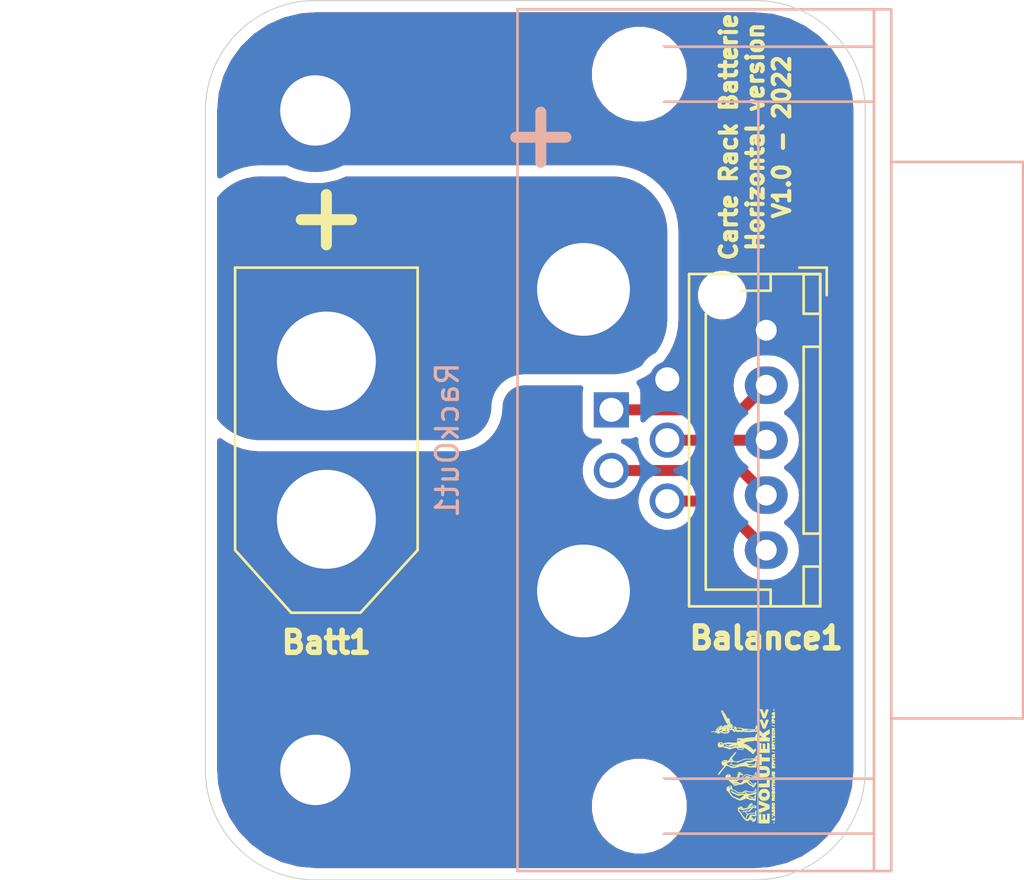
<source format=kicad_pcb>
(kicad_pcb (version 20171130) (host pcbnew "(5.1.10)-1")

  (general
    (thickness 1.6)
    (drawings 11)
    (tracks 9)
    (zones 0)
    (modules 6)
    (nets 7)
  )

  (page A4)
  (layers
    (0 F.Cu signal)
    (31 B.Cu signal)
    (32 B.Adhes user)
    (33 F.Adhes user)
    (34 B.Paste user)
    (35 F.Paste user)
    (36 B.SilkS user)
    (37 F.SilkS user)
    (38 B.Mask user)
    (39 F.Mask user)
    (40 Dwgs.User user)
    (41 Cmts.User user)
    (42 Eco1.User user)
    (43 Eco2.User user)
    (44 Edge.Cuts user)
    (45 Margin user)
    (46 B.CrtYd user)
    (47 F.CrtYd user)
    (48 B.Fab user)
    (49 F.Fab user)
  )

  (setup
    (last_trace_width 0.5)
    (user_trace_width 0.5)
    (user_trace_width 1)
    (user_trace_width 5)
    (trace_clearance 0.2)
    (zone_clearance 0.508)
    (zone_45_only no)
    (trace_min 0.2)
    (via_size 0.8)
    (via_drill 0.4)
    (via_min_size 0.4)
    (via_min_drill 0.3)
    (uvia_size 0.3)
    (uvia_drill 0.1)
    (uvias_allowed no)
    (uvia_min_size 0.2)
    (uvia_min_drill 0.1)
    (edge_width 0.05)
    (segment_width 0.2)
    (pcb_text_width 0.3)
    (pcb_text_size 1.5 1.5)
    (mod_edge_width 0.12)
    (mod_text_size 1 1)
    (mod_text_width 0.15)
    (pad_size 5.6 5.6)
    (pad_drill 3.2)
    (pad_to_mask_clearance 0)
    (aux_axis_origin 0 0)
    (visible_elements 7FFFFFFF)
    (pcbplotparams
      (layerselection 0x010fc_ffffffff)
      (usegerberextensions false)
      (usegerberattributes true)
      (usegerberadvancedattributes true)
      (creategerberjobfile true)
      (excludeedgelayer true)
      (linewidth 0.100000)
      (plotframeref false)
      (viasonmask false)
      (mode 1)
      (useauxorigin false)
      (hpglpennumber 1)
      (hpglpenspeed 20)
      (hpglpendiameter 15.000000)
      (psnegative false)
      (psa4output false)
      (plotreference true)
      (plotvalue true)
      (plotinvisibletext false)
      (padsonsilk false)
      (subtractmaskfromsilk false)
      (outputformat 1)
      (mirror false)
      (drillshape 0)
      (scaleselection 1)
      (outputdirectory "Output/"))
  )

  (net 0 "")
  (net 1 GND)
  (net 2 /C1)
  (net 3 /C2)
  (net 4 /C3)
  (net 5 /C4)
  (net 6 /BATT)

  (net_class Default "This is the default net class."
    (clearance 0.2)
    (trace_width 0.25)
    (via_dia 0.8)
    (via_drill 0.4)
    (uvia_dia 0.3)
    (uvia_drill 0.1)
    (add_net /BATT)
    (add_net /C1)
    (add_net /C2)
    (add_net /C3)
    (add_net /C4)
    (add_net GND)
  )

  (module Connector_JST:JST_XH_B5B-XH-AM_1x05_P2.50mm_Vertical (layer F.Cu) (tedit 6175F2C0) (tstamp 61765EFC)
    (at 60.5 45 270)
    (descr "JST XH series connector, B5B-XH-AM, with boss (http://www.jst-mfg.com/product/pdf/eng/eXH.pdf), generated with kicad-footprint-generator")
    (tags "connector JST XH vertical boss")
    (path /61746AF2)
    (fp_text reference Balance1 (at 14 0 180) (layer F.SilkS)
      (effects (font (size 1 1) (thickness 0.25)))
    )
    (fp_text value Conn_01x05_Male (at 5 4.6 270) (layer F.Fab)
      (effects (font (size 1 1) (thickness 0.15)))
    )
    (fp_line (start -2.85 -2.75) (end -2.85 -1.5) (layer F.SilkS) (width 0.12))
    (fp_line (start -1.6 -2.75) (end -2.85 -2.75) (layer F.SilkS) (width 0.12))
    (fp_line (start 11.8 2.75) (end 5 2.75) (layer F.SilkS) (width 0.12))
    (fp_line (start 11.8 -0.2) (end 11.8 2.75) (layer F.SilkS) (width 0.12))
    (fp_line (start 12.55 -0.2) (end 11.8 -0.2) (layer F.SilkS) (width 0.12))
    (fp_line (start 5 2.75) (end -0.74 2.75) (layer F.SilkS) (width 0.12))
    (fp_line (start -1.8 -0.2) (end -1.8 1.14) (layer F.SilkS) (width 0.12))
    (fp_line (start -2.55 -0.2) (end -1.8 -0.2) (layer F.SilkS) (width 0.12))
    (fp_line (start 12.55 -2.45) (end 10.75 -2.45) (layer F.SilkS) (width 0.12))
    (fp_line (start 12.55 -1.7) (end 12.55 -2.45) (layer F.SilkS) (width 0.12))
    (fp_line (start 10.75 -1.7) (end 12.55 -1.7) (layer F.SilkS) (width 0.12))
    (fp_line (start 10.75 -2.45) (end 10.75 -1.7) (layer F.SilkS) (width 0.12))
    (fp_line (start -0.75 -2.45) (end -2.55 -2.45) (layer F.SilkS) (width 0.12))
    (fp_line (start -0.75 -1.7) (end -0.75 -2.45) (layer F.SilkS) (width 0.12))
    (fp_line (start -2.55 -1.7) (end -0.75 -1.7) (layer F.SilkS) (width 0.12))
    (fp_line (start -2.55 -2.45) (end -2.55 -1.7) (layer F.SilkS) (width 0.12))
    (fp_line (start 9.25 -2.45) (end 0.75 -2.45) (layer F.SilkS) (width 0.12))
    (fp_line (start 9.25 -1.7) (end 9.25 -2.45) (layer F.SilkS) (width 0.12))
    (fp_line (start 0.75 -1.7) (end 9.25 -1.7) (layer F.SilkS) (width 0.12))
    (fp_line (start 0.75 -2.45) (end 0.75 -1.7) (layer F.SilkS) (width 0.12))
    (fp_line (start 0 -1.35) (end 0.625 -2.35) (layer F.Fab) (width 0.1))
    (fp_line (start -0.625 -2.35) (end 0 -1.35) (layer F.Fab) (width 0.1))
    (fp_line (start 12.95 -2.85) (end -2.95 -2.85) (layer F.CrtYd) (width 0.05))
    (fp_line (start 12.95 3.9) (end 12.95 -2.85) (layer F.CrtYd) (width 0.05))
    (fp_line (start -2.95 3.9) (end 12.95 3.9) (layer F.CrtYd) (width 0.05))
    (fp_line (start -2.95 -2.85) (end -2.95 3.9) (layer F.CrtYd) (width 0.05))
    (fp_line (start 12.56 -2.46) (end -2.56 -2.46) (layer F.SilkS) (width 0.12))
    (fp_line (start 12.56 3.51) (end 12.56 -2.46) (layer F.SilkS) (width 0.12))
    (fp_line (start -2.56 3.51) (end 12.56 3.51) (layer F.SilkS) (width 0.12))
    (fp_line (start -2.56 -2.46) (end -2.56 3.51) (layer F.SilkS) (width 0.12))
    (fp_line (start 12.45 -2.35) (end -2.45 -2.35) (layer F.Fab) (width 0.1))
    (fp_line (start 12.45 3.4) (end 12.45 -2.35) (layer F.Fab) (width 0.1))
    (fp_line (start -2.45 3.4) (end 12.45 3.4) (layer F.Fab) (width 0.1))
    (fp_line (start -2.45 -2.35) (end -2.45 3.4) (layer F.Fab) (width 0.1))
    (fp_text user %R (at 5 2.7 270) (layer F.Fab)
      (effects (font (size 1 1) (thickness 0.15)))
    )
    (pad 1 thru_hole roundrect (at 0 0 270) (size 1.7 1.95) (drill 0.95) (layers *.Cu *.Mask) (roundrect_rratio 0.1470588235294118)
      (net 1 GND))
    (pad 2 thru_hole oval (at 2.5 0 270) (size 1.7 1.95) (drill 0.95) (layers *.Cu *.Mask)
      (net 2 /C1))
    (pad 3 thru_hole oval (at 5 0 270) (size 1.7 1.95) (drill 0.95) (layers *.Cu *.Mask)
      (net 3 /C2))
    (pad 4 thru_hole oval (at 7.5 0 270) (size 1.7 1.95) (drill 0.95) (layers *.Cu *.Mask)
      (net 4 /C3))
    (pad 5 thru_hole oval (at 10 0 270) (size 1.7 1.95) (drill 0.95) (layers *.Cu *.Mask)
      (net 5 /C4))
    (pad "" np_thru_hole circle (at -1.6 2 270) (size 1.2 1.2) (drill 1.2) (layers *.Cu *.Mask))
    (model ${KISYS3DMOD}/Connector_JST.3dshapes/JST_XH_B5B-XH-AM_1x05_P2.50mm_Vertical.wrl
      (at (xyz 0 0 0))
      (scale (xyz 1 1 1))
      (rotate (xyz 0 0 0))
    )
    (model "${LIBELEC}/3D/Connectors/JST - XH - Thru V - 5Pin - 2.54mm.stp"
      (offset (xyz 5 0 0))
      (scale (xyz 1 1 1))
      (rotate (xyz 0 0 180))
    )
  )

  (module ComponentsEvo:logo-evo-micro (layer F.Cu) (tedit 0) (tstamp 61765A05)
    (at 59.4 64.8 90)
    (fp_text reference G*** (at 0 0 90) (layer F.SilkS) hide
      (effects (font (size 1.524 1.524) (thickness 0.3)))
    )
    (fp_text value LOGO (at 0.75 0 90) (layer F.SilkS) hide
      (effects (font (size 1.524 1.524) (thickness 0.3)))
    )
    (fp_poly (pts (xy -0.630872 1.353929) (xy -0.610431 1.365042) (xy -0.595437 1.382048) (xy -0.590837 1.392095)
      (xy -0.587072 1.408604) (xy -0.585128 1.429104) (xy -0.584873 1.451169) (xy -0.586177 1.472371)
      (xy -0.588907 1.490284) (xy -0.592932 1.50248) (xy -0.597041 1.5065) (xy -0.604072 1.50624)
      (xy -0.618407 1.504637) (xy -0.637326 1.502009) (xy -0.643397 1.501083) (xy -0.677787 1.494944)
      (xy -0.703281 1.488093) (xy -0.721137 1.479539) (xy -0.732616 1.468291) (xy -0.738976 1.453358)
      (xy -0.741478 1.43375) (xy -0.741629 1.426254) (xy -0.688429 1.426254) (xy -0.687235 1.436337)
      (xy -0.68006 1.441586) (xy -0.668834 1.440848) (xy -0.655487 1.432966) (xy -0.652353 1.430053)
      (xy -0.644151 1.420203) (xy -0.643041 1.412329) (xy -0.645307 1.406885) (xy -0.65408 1.39886)
      (xy -0.665687 1.399338) (xy -0.677952 1.407984) (xy -0.681712 1.412491) (xy -0.688429 1.426254)
      (xy -0.741629 1.426254) (xy -0.74168 1.423746) (xy -0.741235 1.405255) (xy -0.739065 1.393223)
      (xy -0.733923 1.383961) (xy -0.724864 1.374087) (xy -0.703753 1.358788) (xy -0.679644 1.350519)
      (xy -0.654646 1.348993) (xy -0.630872 1.353929)) (layer F.SilkS) (width 0.01))
    (fp_poly (pts (xy -2.454604 1.352261) (xy -2.43586 1.35382) (xy -2.43332 1.39446) (xy -2.431686 1.414269)
      (xy -2.429631 1.430344) (xy -2.427542 1.439818) (xy -2.427085 1.44078) (xy -2.420234 1.44471)
      (xy -2.406942 1.448344) (xy -2.39841 1.449774) (xy -2.377136 1.454927) (xy -2.365341 1.46353)
      (xy -2.362921 1.475662) (xy -2.363051 1.4764) (xy -2.36575 1.481992) (xy -2.372345 1.486282)
      (xy -2.384264 1.489616) (xy -2.402929 1.492339) (xy -2.429768 1.494799) (xy -2.442858 1.495768)
      (xy -2.495224 1.499481) (xy -2.491682 1.43681) (xy -2.489437 1.404849) (xy -2.486487 1.381752)
      (xy -2.482264 1.366227) (xy -2.476201 1.356978) (xy -2.467731 1.352713) (xy -2.456285 1.352137)
      (xy -2.454604 1.352261)) (layer F.SilkS) (width 0.01))
    (fp_poly (pts (xy -2.2029 1.357183) (xy -2.195179 1.365814) (xy -2.188629 1.377299) (xy -2.180332 1.394859)
      (xy -2.171324 1.415896) (xy -2.162639 1.437811) (xy -2.155313 1.458005) (xy -2.15038 1.473879)
      (xy -2.14884 1.482176) (xy -2.152808 1.492838) (xy -2.163319 1.49801) (xy -2.178282 1.497558)
      (xy -2.195608 1.491351) (xy -2.204957 1.485736) (xy -2.216237 1.478758) (xy -2.225739 1.476259)
      (xy -2.23644 1.478528) (xy -2.25132 1.485853) (xy -2.2606 1.491123) (xy -2.273234 1.495974)
      (xy -2.287803 1.498282) (xy -2.301054 1.497992) (xy -2.309737 1.495049) (xy -2.3114 1.491967)
      (xy -2.309508 1.484297) (xy -2.30445 1.469665) (xy -2.297156 1.450407) (xy -2.288557 1.428858)
      (xy -2.27958 1.407355) (xy -2.271158 1.388233) (xy -2.264942 1.375232) (xy -2.251971 1.358191)
      (xy -2.235912 1.349314) (xy -2.218857 1.348884) (xy -2.2029 1.357183)) (layer F.SilkS) (width 0.01))
    (fp_poly (pts (xy -2.046832 1.353239) (xy -2.031091 1.359523) (xy -2.019854 1.368285) (xy -2.013689 1.379015)
      (xy -2.013052 1.389047) (xy -2.018398 1.395718) (xy -2.02468 1.397) (xy -2.031365 1.399356)
      (xy -2.029144 1.406325) (xy -2.018088 1.417756) (xy -2.013063 1.42203) (xy -1.99603 1.433035)
      (xy -1.980562 1.437605) (xy -1.979358 1.43764) (xy -1.96459 1.43764) (xy -1.977975 1.427111)
      (xy -1.987011 1.417664) (xy -1.990821 1.405633) (xy -1.99136 1.39446) (xy -1.988693 1.375441)
      (xy -1.979993 1.362434) (xy -1.964211 1.354693) (xy -1.940297 1.351475) (xy -1.930467 1.35128)
      (xy -1.909003 1.352143) (xy -1.893792 1.355308) (xy -1.881026 1.361634) (xy -1.879117 1.362888)
      (xy -1.864959 1.374945) (xy -1.860425 1.385329) (xy -1.865588 1.39366) (xy -1.872396 1.397157)
      (xy -1.88625 1.402425) (xy -1.872765 1.4165) (xy -1.862826 1.432377) (xy -1.858888 1.4508)
      (xy -1.861174 1.46824) (xy -1.868741 1.480186) (xy -1.887236 1.490788) (xy -1.911255 1.49597)
      (xy -1.937731 1.495742) (xy -1.9636 1.490109) (xy -1.984603 1.479906) (xy -2.002869 1.467511)
      (xy -2.017018 1.481067) (xy -2.027279 1.489102) (xy -2.039272 1.49368) (xy -2.056663 1.496018)
      (xy -2.063334 1.496457) (xy -2.083364 1.496646) (xy -2.101797 1.495234) (xy -2.111783 1.493279)
      (xy -2.128113 1.484463) (xy -2.139675 1.47104) (xy -2.14376 1.45696) (xy -2.139841 1.449138)
      (xy -2.08131 1.449138) (xy -2.08026 1.45288) (xy -2.073011 1.4573) (xy -2.068531 1.457882)
      (xy -2.062846 1.45706) (xy -2.066538 1.453548) (xy -2.06756 1.45288) (xy -2.072317 1.450586)
      (xy -1.933368 1.450586) (xy -1.932905 1.452938) (xy -1.927471 1.457149) (xy -1.921648 1.457856)
      (xy -1.92024 1.455963) (xy -1.924225 1.4527) (xy -1.928124 1.450941) (xy -1.933368 1.450586)
      (xy -2.072317 1.450586) (xy -2.076868 1.448392) (xy -2.08131 1.449138) (xy -2.139841 1.449138)
      (xy -2.139615 1.448689) (xy -2.129556 1.440727) (xy -2.128759 1.440303) (xy -2.113757 1.432545)
      (xy -2.126823 1.419479) (xy -2.135793 1.408025) (xy -2.137854 1.395951) (xy -2.13699 1.388553)
      (xy -2.13201 1.370561) (xy -2.122568 1.359363) (xy -2.106043 1.352114) (xy -2.102453 1.3511)
      (xy -2.075338 1.348381) (xy -2.046832 1.353239)) (layer F.SilkS) (width 0.01))
    (fp_poly (pts (xy -1.740576 1.354688) (xy -1.717283 1.364928) (xy -1.701481 1.382023) (xy -1.693145 1.405995)
      (xy -1.691715 1.423922) (xy -1.695162 1.451022) (xy -1.705303 1.471984) (xy -1.721003 1.485322)
      (xy -1.740625 1.492067) (xy -1.764546 1.495684) (xy -1.787335 1.495537) (xy -1.79578 1.494071)
      (xy -1.820691 1.484122) (xy -1.837485 1.468553) (xy -1.846743 1.446586) (xy -1.84912 1.4224)
      (xy -1.848876 1.42029) (xy -1.78816 1.42029) (xy -1.78632 1.436957) (xy -1.781594 1.450348)
      (xy -1.775181 1.457483) (xy -1.77303 1.45796) (xy -1.76699 1.454222) (xy -1.760509 1.446669)
      (xy -1.755127 1.434353) (xy -1.752824 1.419647) (xy -1.753817 1.406575) (xy -1.757969 1.399361)
      (xy -1.766651 1.39794) (xy -1.775749 1.399158) (xy -1.784336 1.403209) (xy -1.787749 1.411721)
      (xy -1.78816 1.42029) (xy -1.848876 1.42029) (xy -1.84589 1.394516) (xy -1.835911 1.373881)
      (xy -1.818751 1.3601) (xy -1.793975 1.352777) (xy -1.771384 1.35128) (xy -1.740576 1.354688)) (layer F.SilkS) (width 0.01))
    (fp_poly (pts (xy -1.56591 1.349019) (xy -1.528267 1.353328) (xy -1.500158 1.359506) (xy -1.481064 1.367948)
      (xy -1.470467 1.379055) (xy -1.467847 1.393222) (xy -1.472685 1.410848) (xy -1.476036 1.417891)
      (xy -1.480367 1.427636) (xy -1.480674 1.435623) (xy -1.476429 1.445753) (xy -1.470956 1.455373)
      (xy -1.461483 1.47366) (xy -1.458692 1.485744) (xy -1.462576 1.493067) (xy -1.470759 1.496538)
      (xy -1.489311 1.496189) (xy -1.510108 1.487126) (xy -1.531606 1.470064) (xy -1.5346 1.46706)
      (xy -1.55334 1.447749) (xy -1.556905 1.466824) (xy -1.560578 1.481024) (xy -1.564995 1.491248)
      (xy -1.565717 1.49225) (xy -1.5763 1.49809) (xy -1.58923 1.496191) (xy -1.597298 1.490617)
      (xy -1.600657 1.485397) (xy -1.602962 1.476524) (xy -1.604385 1.462338) (xy -1.6051 1.441179)
      (xy -1.60528 1.414205) (xy -1.60528 1.345776) (xy -1.56591 1.349019)) (layer F.SilkS) (width 0.01))
    (fp_poly (pts (xy -1.347294 1.353565) (xy -1.326594 1.363714) (xy -1.312854 1.381075) (xy -1.305725 1.406011)
      (xy -1.30448 1.424436) (xy -1.307314 1.452775) (xy -1.316235 1.473735) (xy -1.331008 1.486783)
      (xy -1.331751 1.487148) (xy -1.353385 1.493726) (xy -1.379419 1.496187) (xy -1.404803 1.494143)
      (xy -1.409532 1.493116) (xy -1.433569 1.482533) (xy -1.450743 1.465133) (xy -1.460174 1.442308)
      (xy -1.460987 1.415449) (xy -1.460735 1.413783) (xy -1.401056 1.413783) (xy -1.400994 1.430941)
      (xy -1.396986 1.445298) (xy -1.389971 1.455405) (xy -1.381033 1.456107) (xy -1.371335 1.447682)
      (xy -1.365356 1.437803) (xy -1.360013 1.42513) (xy -1.359955 1.41657) (xy -1.363423 1.409878)
      (xy -1.374522 1.399699) (xy -1.387085 1.398298) (xy -1.394705 1.402282) (xy -1.401056 1.413783)
      (xy -1.460735 1.413783) (xy -1.460508 1.412284) (xy -1.451738 1.386552) (xy -1.435438 1.367505)
      (xy -1.411924 1.355372) (xy -1.381514 1.350385) (xy -1.375302 1.350264) (xy -1.347294 1.353565)) (layer F.SilkS) (width 0.01))
    (fp_poly (pts (xy -1.23462 1.347749) (xy -1.200703 1.351033) (xy -1.175992 1.356506) (xy -1.159676 1.364688)
      (xy -1.150938 1.376099) (xy -1.148965 1.391259) (xy -1.150492 1.401496) (xy -1.150078 1.419361)
      (xy -1.145202 1.433664) (xy -1.140058 1.446114) (xy -1.139762 1.455488) (xy -1.144337 1.467391)
      (xy -1.145344 1.469528) (xy -1.152987 1.482182) (xy -1.160958 1.490447) (xy -1.162443 1.491269)
      (xy -1.17077 1.492943) (xy -1.186805 1.4947) (xy -1.2081 1.496312) (xy -1.22809 1.497381)
      (xy -1.28524 1.499878) (xy -1.28524 1.344665) (xy -1.23462 1.347749)) (layer F.SilkS) (width 0.01))
    (fp_poly (pts (xy -1.033738 1.35089) (xy -1.009851 1.360155) (xy -0.989427 1.37619) (xy -0.976852 1.394031)
      (xy -0.970853 1.415743) (xy -0.972746 1.439304) (xy -0.981522 1.461666) (xy -0.996173 1.47978)
      (xy -1.007806 1.487561) (xy -1.025167 1.492989) (xy -1.047617 1.496081) (xy -1.070336 1.496475)
      (xy -1.088501 1.493812) (xy -1.089054 1.493641) (xy -1.111358 1.481801) (xy -1.126757 1.463817)
      (xy -1.134708 1.441465) (xy -1.134669 1.416525) (xy -1.134287 1.415377) (xy -1.075024 1.415377)
      (xy -1.07496 1.428103) (xy -1.069748 1.43972) (xy -1.061435 1.448537) (xy -1.052066 1.45286)
      (xy -1.043687 1.450998) (xy -1.039404 1.444844) (xy -1.036389 1.427018) (xy -1.040844 1.411899)
      (xy -1.047064 1.405291) (xy -1.060063 1.400177) (xy -1.069901 1.404592) (xy -1.075024 1.415377)
      (xy -1.134287 1.415377) (xy -1.126094 1.390772) (xy -1.122483 1.3843) (xy -1.105461 1.3651)
      (xy -1.083614 1.353224) (xy -1.059016 1.348534) (xy -1.033738 1.35089)) (layer F.SilkS) (width 0.01))
    (fp_poly (pts (xy -0.855845 1.349623) (xy -0.837432 1.354973) (xy -0.828283 1.363319) (xy -0.827997 1.364024)
      (xy -0.826486 1.37854) (xy -0.831679 1.390497) (xy -0.841931 1.396715) (xy -0.845035 1.397)
      (xy -0.855171 1.398548) (xy -0.861963 1.404311) (xy -0.866194 1.415963) (xy -0.868649 1.435178)
      (xy -0.869512 1.449324) (xy -0.871444 1.472834) (xy -0.874627 1.487327) (xy -0.878952 1.493696)
      (xy -0.893239 1.498132) (xy -0.909258 1.496973) (xy -0.921658 1.490617) (xy -0.926766 1.480915)
      (xy -0.929265 1.463786) (xy -0.92964 1.449643) (xy -0.930936 1.424335) (xy -0.935114 1.407839)
      (xy -0.942615 1.399106) (xy -0.951663 1.397) (xy -0.966286 1.392913) (xy -0.974296 1.381617)
      (xy -0.97536 1.373746) (xy -0.973411 1.363719) (xy -0.966559 1.35674) (xy -0.953301 1.352131)
      (xy -0.932134 1.349214) (xy -0.918704 1.348214) (xy -0.883082 1.347344) (xy -0.855845 1.349623)) (layer F.SilkS) (width 0.01))
    (fp_poly (pts (xy -0.778433 1.349178) (xy -0.769096 1.354535) (xy -0.763529 1.364375) (xy -0.760545 1.376757)
      (xy -0.758692 1.393742) (xy -0.758195 1.415133) (xy -0.758887 1.438181) (xy -0.760601 1.460134)
      (xy -0.763172 1.478241) (xy -0.766433 1.489753) (xy -0.76749 1.491473) (xy -0.777832 1.497093)
      (xy -0.792637 1.49801) (xy -0.807268 1.49404) (xy -0.80899 1.493113) (xy -0.812684 1.489801)
      (xy -0.815203 1.48379) (xy -0.816763 1.473361) (xy -0.817579 1.456794) (xy -0.817865 1.432369)
      (xy -0.81788 1.422038) (xy -0.817823 1.395126) (xy -0.817439 1.3766) (xy -0.816409 1.364683)
      (xy -0.814414 1.357602) (xy -0.811134 1.353582) (xy -0.806251 1.350847) (xy -0.804976 1.350262)
      (xy -0.787045 1.347182) (xy -0.778433 1.349178)) (layer F.SilkS) (width 0.01))
    (fp_poly (pts (xy -0.529264 1.351188) (xy -0.519099 1.364582) (xy -0.513758 1.385902) (xy -0.51308 1.399112)
      (xy -0.511517 1.419123) (xy -0.507388 1.43643) (xy -0.501537 1.448518) (xy -0.495042 1.45288)
      (xy -0.489221 1.448253) (xy -0.483825 1.436174) (xy -0.479687 1.419341) (xy -0.477638 1.400453)
      (xy -0.477549 1.39606) (xy -0.475656 1.37332) (xy -0.469633 1.359066) (xy -0.458838 1.352246)
      (xy -0.450328 1.35128) (xy -0.436675 1.353057) (xy -0.427528 1.35946) (xy -0.421895 1.372095)
      (xy -0.418784 1.392567) (xy -0.418009 1.403534) (xy -0.418734 1.434542) (xy -0.425276 1.458433)
      (xy -0.438204 1.476788) (xy -0.44704 1.484239) (xy -0.463462 1.491673) (xy -0.485336 1.495808)
      (xy -0.508331 1.496084) (xy -0.521843 1.493923) (xy -0.541973 1.486753) (xy -0.556464 1.47602)
      (xy -0.566093 1.460262) (xy -0.571637 1.438018) (xy -0.573869 1.407826) (xy -0.574012 1.395621)
      (xy -0.573794 1.375575) (xy -0.572665 1.363265) (xy -0.569964 1.356268) (xy -0.565031 1.352162)
      (xy -0.561715 1.350526) (xy -0.543666 1.346307) (xy -0.529264 1.351188)) (layer F.SilkS) (width 0.01))
    (fp_poly (pts (xy -0.27432 1.366237) (xy -0.276908 1.378962) (xy -0.286443 1.387683) (xy -0.289308 1.389249)
      (xy -0.302587 1.394889) (xy -0.313438 1.397556) (xy -0.314573 1.398686) (xy -0.307348 1.400953)
      (xy -0.300089 1.402525) (xy -0.280485 1.408673) (xy -0.270233 1.4167) (xy -0.269027 1.425328)
      (xy -0.276561 1.433281) (xy -0.292528 1.439282) (xy -0.309477 1.441707) (xy -0.329591 1.443933)
      (xy -0.3397 1.446854) (xy -0.339921 1.450288) (xy -0.330371 1.454055) (xy -0.311167 1.457976)
      (xy -0.297592 1.45999) (xy -0.280585 1.464657) (xy -0.271576 1.4725) (xy -0.270975 1.48082)
      (xy -0.277589 1.486952) (xy -0.291866 1.492283) (xy -0.311306 1.496171) (xy -0.333414 1.497973)
      (xy -0.33782 1.498026) (xy -0.357954 1.49698) (xy -0.376893 1.494293) (xy -0.38608 1.491963)
      (xy -0.40386 1.4859) (xy -0.40386 1.35382) (xy -0.27432 1.350976) (xy -0.27432 1.366237)) (layer F.SilkS) (width 0.01))
    (fp_poly (pts (xy -0.06985 1.349528) (xy -0.039874 1.351735) (xy -0.018575 1.354096) (xy -0.004473 1.356998)
      (xy 0.003911 1.360827) (xy 0.008058 1.36597) (xy 0.009179 1.370181) (xy 0.006232 1.381084)
      (xy -0.003654 1.390812) (xy -0.017367 1.396709) (xy -0.022721 1.397386) (xy -0.026458 1.398759)
      (xy -0.020316 1.402247) (xy -0.01524 1.404186) (xy -0.000993 1.412375) (xy 0.004338 1.422098)
      (xy 0.001441 1.431576) (xy -0.008996 1.43903) (xy -0.026285 1.442681) (xy -0.030181 1.442797)
      (xy -0.045189 1.44405) (xy -0.055093 1.447076) (xy -0.058183 1.450997) (xy -0.053351 1.454713)
      (xy -0.043039 1.456777) (xy -0.027859 1.457894) (xy -0.023416 1.45796) (xy -0.003503 1.460394)
      (xy 0.009667 1.467147) (xy 0.014739 1.477388) (xy 0.01446 1.481116) (xy 0.011315 1.48735)
      (xy 0.003759 1.491873) (xy -0.009534 1.49495) (xy -0.029892 1.496848) (xy -0.058641 1.497833)
      (xy -0.06985 1.497998) (xy -0.12192 1.4986) (xy -0.12192 1.346149) (xy -0.06985 1.349528)) (layer F.SilkS) (width 0.01))
    (fp_poly (pts (xy 0.083285 1.347506) (xy 0.109471 1.351088) (xy 0.13121 1.356437) (xy 0.145967 1.363048)
      (xy 0.148236 1.364809) (xy 0.155623 1.378055) (xy 0.15748 1.394964) (xy 0.153918 1.415915)
      (xy 0.142624 1.432267) (xy 0.122683 1.445095) (xy 0.110829 1.44994) (xy 0.095503 1.456645)
      (xy 0.087344 1.464052) (xy 0.083746 1.473532) (xy 0.075992 1.488748) (xy 0.0625 1.497141)
      (xy 0.045884 1.497675) (xy 0.03429 1.493113) (xy 0.030714 1.489932) (xy 0.028234 1.484169)
      (xy 0.026658 1.474169) (xy 0.025791 1.458281) (xy 0.025442 1.43485) (xy 0.0254 1.417067)
      (xy 0.0254 1.3462) (xy 0.055186 1.3462) (xy 0.083285 1.347506)) (layer F.SilkS) (width 0.01))
    (fp_poly (pts (xy 0.216193 1.352029) (xy 0.222586 1.356065) (xy 0.225815 1.366073) (xy 0.226416 1.369171)
      (xy 0.228278 1.385839) (xy 0.228858 1.406962) (xy 0.228318 1.430094) (xy 0.226817 1.452789)
      (xy 0.224516 1.472602) (xy 0.221575 1.487088) (xy 0.218248 1.493746) (xy 0.203407 1.498159)
      (xy 0.186348 1.49668) (xy 0.175421 1.491726) (xy 0.171368 1.48788) (xy 0.168888 1.482203)
      (xy 0.1678 1.472741) (xy 0.167924 1.457538) (xy 0.169077 1.43464) (xy 0.169495 1.427659)
      (xy 0.171581 1.398219) (xy 0.174113 1.377448) (xy 0.177748 1.363858) (xy 0.183141 1.35596)
      (xy 0.190948 1.352265) (xy 0.201825 1.351285) (xy 0.203148 1.35128) (xy 0.216193 1.352029)) (layer F.SilkS) (width 0.01))
    (fp_poly (pts (xy 0.338508 1.35589) (xy 0.359164 1.356597) (xy 0.37403 1.357621) (xy 0.38093 1.358856)
      (xy 0.380946 1.358866) (xy 0.385029 1.36595) (xy 0.38608 1.37357) (xy 0.383255 1.382543)
      (xy 0.373472 1.390373) (xy 0.36449 1.39486) (xy 0.3429 1.40462) (xy 0.339284 1.444504)
      (xy 0.336844 1.464374) (xy 0.333669 1.480749) (xy 0.330372 1.490598) (xy 0.329772 1.491494)
      (xy 0.318669 1.497974) (xy 0.305486 1.496174) (xy 0.297542 1.490617) (xy 0.292509 1.481144)
      (xy 0.289958 1.464396) (xy 0.289482 1.448707) (xy 0.288736 1.426418) (xy 0.285881 1.411906)
      (xy 0.279804 1.402837) (xy 0.269392 1.396877) (xy 0.263806 1.394855) (xy 0.247929 1.386971)
      (xy 0.240315 1.377306) (xy 0.241743 1.367116) (xy 0.244528 1.363654) (xy 0.250021 1.360069)
      (xy 0.259185 1.357682) (xy 0.273798 1.356287) (xy 0.295642 1.355678) (xy 0.314238 1.355606)
      (xy 0.338508 1.35589)) (layer F.SilkS) (width 0.01))
    (fp_poly (pts (xy 0.464258 1.355826) (xy 0.474444 1.359279) (xy 0.483319 1.366681) (xy 0.492003 1.379379)
      (xy 0.501617 1.39872) (xy 0.513282 1.42605) (xy 0.515718 1.432002) (xy 0.52609 1.458074)
      (xy 0.532264 1.476259) (xy 0.534123 1.487977) (xy 0.531551 1.494644) (xy 0.524431 1.49768)
      (xy 0.512648 1.498501) (xy 0.510256 1.498522) (xy 0.495676 1.495427) (xy 0.479955 1.487598)
      (xy 0.47752 1.4859) (xy 0.464804 1.477883) (xy 0.454236 1.473486) (xy 0.45212 1.4732)
      (xy 0.443064 1.476068) (xy 0.430537 1.483219) (xy 0.42672 1.4859) (xy 0.414518 1.492445)
      (xy 0.399868 1.496983) (xy 0.385378 1.499235) (xy 0.373657 1.498923) (xy 0.367315 1.495767)
      (xy 0.367234 1.49225) (xy 0.370018 1.485181) (xy 0.375631 1.470813) (xy 0.383226 1.451318)
      (xy 0.390941 1.431477) (xy 0.402466 1.402649) (xy 0.411798 1.382073) (xy 0.420021 1.368385)
      (xy 0.428217 1.360221) (xy 0.43747 1.356214) (xy 0.448862 1.355002) (xy 0.451639 1.354974)
      (xy 0.464258 1.355826)) (layer F.SilkS) (width 0.01))
    (fp_poly (pts (xy 0.654551 1.353823) (xy 0.656318 1.355326) (xy 0.657781 1.362806) (xy 0.656365 1.3775)
      (xy 0.652634 1.397067) (xy 0.647151 1.419162) (xy 0.64048 1.441442) (xy 0.633185 1.461564)
      (xy 0.627964 1.4732) (xy 0.618188 1.48889) (xy 0.609164 1.496787) (xy 0.601967 1.496307)
      (xy 0.59821 1.489367) (xy 0.598359 1.479812) (xy 0.601082 1.463234) (xy 0.605734 1.44225)
      (xy 0.61167 1.419474) (xy 0.618245 1.397522) (xy 0.624814 1.379008) (xy 0.626331 1.375338)
      (xy 0.635385 1.359897) (xy 0.645235 1.35243) (xy 0.654551 1.353823)) (layer F.SilkS) (width 0.01))
    (fp_poly (pts (xy 0.78359 1.349528) (xy 0.813566 1.351735) (xy 0.834865 1.354096) (xy 0.848967 1.356998)
      (xy 0.857351 1.360827) (xy 0.861498 1.36597) (xy 0.862619 1.370181) (xy 0.859672 1.381084)
      (xy 0.849786 1.390812) (xy 0.836073 1.396709) (xy 0.830719 1.397386) (xy 0.826982 1.398759)
      (xy 0.833124 1.402247) (xy 0.8382 1.404186) (xy 0.852447 1.412375) (xy 0.857778 1.422098)
      (xy 0.854881 1.431576) (xy 0.844444 1.43903) (xy 0.827155 1.442681) (xy 0.823259 1.442797)
      (xy 0.808251 1.44405) (xy 0.798347 1.447076) (xy 0.795257 1.450997) (xy 0.800089 1.454713)
      (xy 0.810401 1.456777) (xy 0.825581 1.457894) (xy 0.830024 1.45796) (xy 0.849937 1.460394)
      (xy 0.863107 1.467147) (xy 0.868179 1.477388) (xy 0.8679 1.481116) (xy 0.864755 1.48735)
      (xy 0.857199 1.491873) (xy 0.843906 1.49495) (xy 0.823548 1.496848) (xy 0.794799 1.497833)
      (xy 0.78359 1.497998) (xy 0.73152 1.4986) (xy 0.73152 1.346149) (xy 0.78359 1.349528)) (layer F.SilkS) (width 0.01))
    (fp_poly (pts (xy 0.936725 1.347506) (xy 0.962911 1.351088) (xy 0.98465 1.356437) (xy 0.999407 1.363048)
      (xy 1.001676 1.364809) (xy 1.008606 1.376995) (xy 1.010996 1.394159) (xy 1.008848 1.412193)
      (xy 1.002163 1.426986) (xy 1.001643 1.42765) (xy 0.991131 1.436462) (xy 0.975821 1.444906)
      (xy 0.969893 1.447335) (xy 0.951721 1.456694) (xy 0.94026 1.470027) (xy 0.938767 1.472825)
      (xy 0.92625 1.490621) (xy 0.911544 1.498541) (xy 0.89475 1.496544) (xy 0.88773 1.493113)
      (xy 0.884154 1.489932) (xy 0.881674 1.484169) (xy 0.880098 1.474169) (xy 0.879231 1.458281)
      (xy 0.878882 1.43485) (xy 0.87884 1.417067) (xy 0.87884 1.3462) (xy 0.908626 1.3462)
      (xy 0.936725 1.347506)) (layer F.SilkS) (width 0.01))
    (fp_poly (pts (xy 1.069644 1.35204) (xy 1.076035 1.356057) (xy 1.079232 1.365934) (xy 1.079758 1.368651)
      (xy 1.080993 1.381248) (xy 1.081629 1.400782) (xy 1.081594 1.424042) (xy 1.081258 1.437423)
      (xy 1.079977 1.463263) (xy 1.077684 1.480612) (xy 1.073562 1.491136) (xy 1.066792 1.496501)
      (xy 1.056556 1.498376) (xy 1.05126 1.498522) (xy 1.037294 1.495896) (xy 1.028861 1.491726)
      (xy 1.024808 1.48788) (xy 1.022328 1.482203) (xy 1.02124 1.472741) (xy 1.021364 1.457538)
      (xy 1.022517 1.43464) (xy 1.022935 1.427659) (xy 1.025021 1.398219) (xy 1.027553 1.377448)
      (xy 1.031188 1.363858) (xy 1.036581 1.35596) (xy 1.044388 1.352265) (xy 1.055265 1.351285)
      (xy 1.056588 1.35128) (xy 1.069644 1.35204)) (layer F.SilkS) (width 0.01))
    (fp_poly (pts (xy 1.310846 1.347205) (xy 1.340347 1.349006) (xy 1.360902 1.351944) (xy 1.373709 1.35657)
      (xy 1.379967 1.363436) (xy 1.380872 1.373095) (xy 1.379743 1.378944) (xy 1.373724 1.389807)
      (xy 1.360951 1.395314) (xy 1.360169 1.395476) (xy 1.343929 1.398724) (xy 1.361574 1.404639)
      (xy 1.375865 1.412241) (xy 1.381287 1.4214) (xy 1.377603 1.430402) (xy 1.366037 1.437046)
      (xy 1.34938 1.44096) (xy 1.331182 1.442713) (xy 1.330201 1.44272) (xy 1.31776 1.443865)
      (xy 1.31103 1.446713) (xy 1.31064 1.447703) (xy 1.312715 1.451276) (xy 1.320073 1.45428)
      (xy 1.334413 1.457201) (xy 1.353381 1.459986) (xy 1.37176 1.464231) (xy 1.380476 1.470832)
      (xy 1.379805 1.480031) (xy 1.378625 1.482114) (xy 1.372467 1.488666) (xy 1.362554 1.493194)
      (xy 1.347189 1.496051) (xy 1.324674 1.497589) (xy 1.30175 1.498093) (xy 1.25476 1.4986)
      (xy 1.25476 1.344894) (xy 1.310846 1.347205)) (layer F.SilkS) (width 0.01))
    (fp_poly (pts (xy 1.489689 1.351846) (xy 1.510484 1.358181) (xy 1.527014 1.367816) (xy 1.537127 1.380172)
      (xy 1.53924 1.389623) (xy 1.537564 1.397998) (xy 1.531394 1.403285) (xy 1.519014 1.406115)
      (xy 1.498708 1.407119) (xy 1.49158 1.40716) (xy 1.473413 1.408108) (xy 1.459568 1.410599)
      (xy 1.453896 1.413256) (xy 1.448279 1.42522) (xy 1.45002 1.439268) (xy 1.456869 1.449353)
      (xy 1.46379 1.454326) (xy 1.47051 1.453803) (xy 1.480999 1.447634) (xy 1.497039 1.440577)
      (xy 1.51471 1.437953) (xy 1.530327 1.439901) (xy 1.539364 1.44541) (xy 1.543539 1.456425)
      (xy 1.539284 1.467408) (xy 1.528309 1.477649) (xy 1.512322 1.486438) (xy 1.493031 1.493062)
      (xy 1.472144 1.496813) (xy 1.451371 1.496979) (xy 1.432419 1.492849) (xy 1.42885 1.491379)
      (xy 1.411284 1.478381) (xy 1.399207 1.459377) (xy 1.392719 1.436752) (xy 1.39192 1.41289)
      (xy 1.39691 1.390179) (xy 1.40779 1.371003) (xy 1.423269 1.358438) (xy 1.443928 1.351396)
      (xy 1.466786 1.349391) (xy 1.489689 1.351846)) (layer F.SilkS) (width 0.01))
    (fp_poly (pts (xy 1.686075 1.347611) (xy 1.692717 1.352448) (xy 1.696973 1.362472) (xy 1.69949 1.379286)
      (xy 1.700916 1.404497) (xy 1.701018 1.407376) (xy 1.701671 1.439715) (xy 1.70091 1.463316)
      (xy 1.698469 1.479536) (xy 1.694085 1.489731) (xy 1.687492 1.495259) (xy 1.683592 1.496621)
      (xy 1.669878 1.495715) (xy 1.657895 1.488091) (xy 1.651353 1.47644) (xy 1.651 1.472975)
      (xy 1.647797 1.461698) (xy 1.640124 1.451145) (xy 1.630879 1.444483) (xy 1.624488 1.444008)
      (xy 1.618741 1.450825) (xy 1.614224 1.464633) (xy 1.613305 1.469724) (xy 1.609767 1.485098)
      (xy 1.604125 1.493033) (xy 1.598698 1.495458) (xy 1.580425 1.49818) (xy 1.566034 1.494552)
      (xy 1.56337 1.493113) (xy 1.559676 1.489801) (xy 1.557157 1.48379) (xy 1.555597 1.473361)
      (xy 1.554781 1.456794) (xy 1.554495 1.432369) (xy 1.55448 1.422038) (xy 1.554548 1.395101)
      (xy 1.554957 1.376554) (xy 1.556007 1.364628) (xy 1.558001 1.357554) (xy 1.56124 1.353561)
      (xy 1.566028 1.350881) (xy 1.566683 1.350582) (xy 1.584275 1.347414) (xy 1.600054 1.353208)
      (xy 1.611458 1.366794) (xy 1.613566 1.371981) (xy 1.619056 1.384019) (xy 1.626747 1.388805)
      (xy 1.633678 1.38938) (xy 1.643909 1.387812) (xy 1.649203 1.38111) (xy 1.651554 1.372213)
      (xy 1.658104 1.355358) (xy 1.669315 1.347269) (xy 1.6764 1.346355) (xy 1.686075 1.347611)) (layer F.SilkS) (width 0.01))
    (fp_poly (pts (xy 1.838218 1.350187) (xy 1.843783 1.356114) (xy 1.844035 1.358173) (xy 1.842524 1.368206)
      (xy 1.838512 1.3852) (xy 1.832771 1.406538) (xy 1.826072 1.429607) (xy 1.819183 1.451789)
      (xy 1.812877 1.47047) (xy 1.807924 1.483035) (xy 1.8064 1.48591) (xy 1.796703 1.495906)
      (xy 1.78721 1.498092) (xy 1.780285 1.492025) (xy 1.779801 1.490886) (xy 1.779379 1.481025)
      (xy 1.781889 1.464138) (xy 1.786635 1.442687) (xy 1.792919 1.419137) (xy 1.800044 1.395949)
      (xy 1.807312 1.375587) (xy 1.814026 1.360515) (xy 1.818597 1.353858) (xy 1.828449 1.349202)
      (xy 1.838218 1.350187)) (layer F.SilkS) (width 0.01))
    (fp_poly (pts (xy 2.045551 1.347637) (xy 2.075581 1.350493) (xy 2.097166 1.35539) (xy 2.111933 1.36305)
      (xy 2.121511 1.374193) (xy 2.125523 1.383073) (xy 2.126907 1.40086) (xy 2.119939 1.418701)
      (xy 2.106226 1.434646) (xy 2.087376 1.446744) (xy 2.068201 1.452598) (xy 2.055542 1.456064)
      (xy 2.0493 1.463221) (xy 2.046674 1.47264) (xy 2.039901 1.488928) (xy 2.029013 1.497663)
      (xy 2.016023 1.497991) (xy 2.004422 1.490617) (xy 2.001075 1.485422) (xy 1.998775 1.476592)
      (xy 1.99735 1.462474) (xy 1.996629 1.441416) (xy 1.99644 1.41367) (xy 1.99644 1.344707)
      (xy 2.045551 1.347637)) (layer F.SilkS) (width 0.01))
    (fp_poly (pts (xy 2.199111 1.349245) (xy 2.22448 1.35194) (xy 2.244673 1.358737) (xy 2.258092 1.368822)
      (xy 2.263134 1.38138) (xy 2.26314 1.381815) (xy 2.259707 1.392506) (xy 2.250971 1.396874)
      (xy 2.243992 1.398955) (xy 2.243178 1.401884) (xy 2.249266 1.407641) (xy 2.257321 1.413872)
      (xy 2.270806 1.42737) (xy 2.275676 1.442009) (xy 2.272337 1.460027) (xy 2.267684 1.471071)
      (xy 2.25722 1.485523) (xy 2.241096 1.493377) (xy 2.241014 1.4934) (xy 2.212122 1.497729)
      (xy 2.181534 1.496357) (xy 2.165988 1.493082) (xy 2.149575 1.485813) (xy 2.14008 1.47396)
      (xy 2.136089 1.462109) (xy 2.135133 1.452109) (xy 2.136645 1.450051) (xy 2.196191 1.450051)
      (xy 2.19964 1.45288) (xy 2.2089 1.457178) (xy 2.21234 1.457804) (xy 2.213248 1.455708)
      (xy 2.2098 1.45288) (xy 2.200539 1.448581) (xy 2.1971 1.447955) (xy 2.196191 1.450051)
      (xy 2.136645 1.450051) (xy 2.140135 1.445303) (xy 2.148626 1.44029) (xy 2.16457 1.432045)
      (xy 2.153149 1.422797) (xy 2.143507 1.409086) (xy 2.141496 1.391823) (xy 2.147 1.374029)
      (xy 2.155509 1.362621) (xy 2.164936 1.354613) (xy 2.175032 1.350543) (xy 2.189618 1.349237)
      (xy 2.199111 1.349245)) (layer F.SilkS) (width 0.01))
    (fp_poly (pts (xy 2.381461 1.355475) (xy 2.386756 1.362363) (xy 2.394361 1.37647) (xy 2.403264 1.395414)
      (xy 2.412452 1.416815) (xy 2.420912 1.43829) (xy 2.427633 1.457457) (xy 2.431603 1.471935)
      (xy 2.432037 1.47447) (xy 2.434657 1.49352) (xy 2.412259 1.49352) (xy 2.395964 1.491973)
      (xy 2.382597 1.488111) (xy 2.37984 1.486584) (xy 2.362295 1.477137) (xy 2.348342 1.476265)
      (xy 2.336501 1.483658) (xy 2.323499 1.491867) (xy 2.306722 1.49663) (xy 2.290536 1.497135)
      (xy 2.281055 1.493997) (xy 2.277806 1.490318) (xy 2.277171 1.483912) (xy 2.279425 1.472742)
      (xy 2.284843 1.454771) (xy 2.28744 1.446798) (xy 2.302147 1.407493) (xy 2.317212 1.37818)
      (xy 2.332805 1.358694) (xy 2.349097 1.348869) (xy 2.366257 1.34854) (xy 2.381461 1.355475)) (layer F.SilkS) (width 0.01))
    (fp_poly (pts (xy 1.191948 1.35589) (xy 1.212604 1.356597) (xy 1.22747 1.357621) (xy 1.23437 1.358856)
      (xy 1.234386 1.358866) (xy 1.238376 1.365905) (xy 1.23952 1.374309) (xy 1.235797 1.385517)
      (xy 1.223565 1.39469) (xy 1.22301 1.394975) (xy 1.211488 1.401079) (xy 1.204532 1.405216)
      (xy 1.204069 1.405579) (xy 1.202519 1.411351) (xy 1.200639 1.424597) (xy 1.198796 1.442654)
      (xy 1.198509 1.446055) (xy 1.195657 1.46919) (xy 1.191677 1.483959) (xy 1.188239 1.488844)
      (xy 1.178208 1.492092) (xy 1.164578 1.493347) (xy 1.15217 1.49246) (xy 1.146386 1.490133)
      (xy 1.1447 1.483709) (xy 1.143462 1.470011) (xy 1.142926 1.451926) (xy 1.142922 1.450763)
      (xy 1.142247 1.427957) (xy 1.139645 1.413003) (xy 1.134075 1.403629) (xy 1.124493 1.397565)
      (xy 1.117246 1.394855) (xy 1.101369 1.386971) (xy 1.093755 1.377306) (xy 1.095183 1.367116)
      (xy 1.097968 1.363654) (xy 1.103461 1.360069) (xy 1.112625 1.357682) (xy 1.127238 1.356287)
      (xy 1.149082 1.355678) (xy 1.167678 1.355606) (xy 1.191948 1.35589)) (layer F.SilkS) (width 0.01))
    (fp_poly (pts (xy 1.960578 1.354412) (xy 1.966147 1.361419) (xy 1.969312 1.374291) (xy 1.970726 1.394478)
      (xy 1.97104 1.422006) (xy 1.970465 1.453259) (xy 1.968747 1.474649) (xy 1.965895 1.486073)
      (xy 1.964944 1.487424) (xy 1.95572 1.491858) (xy 1.942768 1.493347) (xy 1.930386 1.491945)
      (xy 1.922875 1.487706) (xy 1.922456 1.486888) (xy 1.92159 1.479477) (xy 1.921088 1.464117)
      (xy 1.920985 1.443013) (xy 1.921316 1.41837) (xy 1.921345 1.417038) (xy 1.92278 1.35382)
      (xy 1.939621 1.352203) (xy 1.951953 1.351822) (xy 1.960578 1.354412)) (layer F.SilkS) (width 0.01))
    (fp_poly (pts (xy -2.58264 1.431813) (xy -2.569569 1.436931) (xy -2.565377 1.444976) (xy -2.570127 1.454994)
      (xy -2.579254 1.459832) (xy -2.594257 1.462575) (xy -2.611021 1.46298) (xy -2.625433 1.460801)
      (xy -2.630615 1.458577) (xy -2.635257 1.450713) (xy -2.635695 1.442145) (xy -2.633882 1.435349)
      (xy -2.629207 1.431713) (xy -2.619128 1.430263) (xy -2.604054 1.43002) (xy -2.58264 1.431813)) (layer F.SilkS) (width 0.01))
    (fp_poly (pts (xy 2.545303 1.428449) (xy 2.562196 1.430164) (xy 2.571215 1.433395) (xy 2.574624 1.438959)
      (xy 2.574633 1.439005) (xy 2.571779 1.447633) (xy 2.561595 1.454773) (xy 2.546871 1.459807)
      (xy 2.530401 1.462114) (xy 2.514974 1.461076) (xy 2.503384 1.456073) (xy 2.502262 1.455057)
      (xy 2.494418 1.443782) (xy 2.496128 1.435433) (xy 2.507178 1.430141) (xy 2.527355 1.42804)
      (xy 2.545303 1.428449)) (layer F.SilkS) (width 0.01))
    (fp_poly (pts (xy -2.324495 1.350175) (xy -2.315039 1.35695) (xy -2.311602 1.367939) (xy -2.3114 1.373615)
      (xy -2.312614 1.391916) (xy -2.317185 1.402243) (xy -2.326515 1.406591) (xy -2.33493 1.40716)
      (xy -2.347906 1.405507) (xy -2.355026 1.398955) (xy -2.357413 1.39369) (xy -2.360316 1.376362)
      (xy -2.356451 1.361552) (xy -2.347371 1.351316) (xy -2.334632 1.347711) (xy -2.324495 1.350175)) (layer F.SilkS) (width 0.01))
    (fp_poly (pts (xy -1.2957 0.758445) (xy -1.257552 0.763055) (xy -1.224167 0.771343) (xy -1.193034 0.783774)
      (xy -1.190458 0.785014) (xy -1.151264 0.809383) (xy -1.119513 0.84049) (xy -1.095358 0.877993)
      (xy -1.078954 0.92155) (xy -1.070456 0.970818) (xy -1.070018 1.025457) (xy -1.071943 1.047082)
      (xy -1.077202 1.082598) (xy -1.084505 1.110957) (xy -1.094804 1.135103) (xy -1.106685 1.154602)
      (xy -1.138295 1.191789) (xy -1.176591 1.221473) (xy -1.221008 1.243263) (xy -1.248236 1.251845)
      (xy -1.277403 1.256947) (xy -1.312754 1.259392) (xy -1.350677 1.259221) (xy -1.387561 1.256476)
      (xy -1.419795 1.251201) (xy -1.425641 1.249774) (xy -1.471496 1.234166) (xy -1.509506 1.213006)
      (xy -1.540898 1.185323) (xy -1.566898 1.150143) (xy -1.578884 1.128179) (xy -1.59766 1.090186)
      (xy -1.59766 1.06426) (xy -1.433651 1.06426) (xy -1.416252 1.089432) (xy -1.394462 1.113658)
      (xy -1.368958 1.12979) (xy -1.341283 1.137278) (xy -1.312984 1.135575) (xy -1.298968 1.131056)
      (xy -1.275776 1.116092) (xy -1.257318 1.09347) (xy -1.244077 1.06476) (xy -1.236535 1.031534)
      (xy -1.235176 0.99536) (xy -1.240483 0.957809) (xy -1.242839 0.948635) (xy -1.254471 0.920035)
      (xy -1.271308 0.899782) (xy -1.294066 0.887107) (xy -1.302446 0.884594) (xy -1.331114 0.879235)
      (xy -1.353945 0.879744) (xy -1.37363 0.886464) (xy -1.387474 0.895424) (xy -1.403967 0.909294)
      (xy -1.415644 0.923107) (xy -1.423401 0.939097) (xy -1.428131 0.959495) (xy -1.43073 0.986536)
      (xy -1.431593 1.005527) (xy -1.433651 1.06426) (xy -1.59766 1.06426) (xy -1.59766 0.92202)
      (xy -1.57814 0.885492) (xy -1.552498 0.844996) (xy -1.522863 0.812739) (xy -1.488404 0.788271)
      (xy -1.448287 0.771141) (xy -1.401683 0.760898) (xy -1.347758 0.757092) (xy -1.34112 0.757046)
      (xy -1.2957 0.758445)) (layer F.SilkS) (width 0.01))
    (fp_poly (pts (xy -0.359827 0.92075) (xy -0.359279 0.96601) (xy -0.358678 1.002268) (xy -0.357955 1.030682)
      (xy -0.357038 1.052409) (xy -0.355858 1.068608) (xy -0.354346 1.080436) (xy -0.352431 1.089051)
      (xy -0.350043 1.095611) (xy -0.34915 1.097503) (xy -0.3345 1.116681) (xy -0.314314 1.129446)
      (xy -0.290846 1.135786) (xy -0.266349 1.135685) (xy -0.243077 1.129132) (xy -0.223284 1.116113)
      (xy -0.210042 1.098325) (xy -0.207386 1.092116) (xy -0.20525 1.084553) (xy -0.20356 1.074464)
      (xy -0.202243 1.060678) (xy -0.201227 1.042023) (xy -0.200439 1.017326) (xy -0.199804 0.985416)
      (xy -0.199251 0.945121) (xy -0.198974 0.92075) (xy -0.197249 0.762) (xy -0.023772 0.762)
      (xy -0.02731 0.90551) (xy -0.028406 0.944732) (xy -0.029697 0.982431) (xy -0.031107 1.016882)
      (xy -0.032558 1.046363) (xy -0.033974 1.069147) (xy -0.035277 1.083512) (xy -0.035287 1.083593)
      (xy -0.045012 1.124047) (xy -0.062742 1.161751) (xy -0.087189 1.194878) (xy -0.117061 1.221602)
      (xy -0.143583 1.236955) (xy -0.170827 1.246175) (xy -0.205305 1.253128) (xy -0.244304 1.257633)
      (xy -0.285115 1.259511) (xy -0.325026 1.25858) (xy -0.361328 1.254661) (xy -0.373946 1.252278)
      (xy -0.395081 1.246583) (xy -0.415983 1.239216) (xy -0.426737 1.234431) (xy -0.449431 1.220007)
      (xy -0.472222 1.200742) (xy -0.492136 1.179505) (xy -0.506197 1.159166) (xy -0.507567 1.156474)
      (xy -0.512411 1.1434) (xy -0.516589 1.125271) (xy -0.520168 1.101318) (xy -0.523218 1.070769)
      (xy -0.525806 1.032854) (xy -0.528 0.986803) (xy -0.529869 0.931843) (xy -0.530898 0.89281)
      (xy -0.534041 0.762) (xy -0.361552 0.762) (xy -0.359827 0.92075)) (layer F.SilkS) (width 0.01))
    (fp_poly (pts (xy -2.19964 0.87376) (xy -2.4638 0.87376) (xy -2.4638 0.9398) (xy -2.21996 0.9398)
      (xy -2.21996 1.05156) (xy -2.4638 1.05156) (xy -2.4638 1.13792) (xy -2.18948 1.13792)
      (xy -2.18948 1.25476) (xy -2.35331 1.253949) (xy -2.396185 1.253641) (xy -2.438477 1.253161)
      (xy -2.478396 1.252543) (xy -2.514151 1.251819) (xy -2.543953 1.251023) (xy -2.566012 1.250189)
      (xy -2.571573 1.249893) (xy -2.594221 1.248209) (xy -2.613051 1.246183) (xy -2.625779 1.244098)
      (xy -2.629993 1.242625) (xy -2.630679 1.237009) (xy -2.631269 1.222465) (xy -2.631764 1.200221)
      (xy -2.632164 1.17151) (xy -2.632471 1.137562) (xy -2.632686 1.099606) (xy -2.632809 1.058873)
      (xy -2.632842 1.016594) (xy -2.632785 0.973998) (xy -2.632641 0.932317) (xy -2.632408 0.89278)
      (xy -2.63209 0.856618) (xy -2.631686 0.825061) (xy -2.631198 0.79934) (xy -2.630626 0.780685)
      (xy -2.629973 0.770326) (xy -2.629605 0.76863) (xy -2.624219 0.768091) (xy -2.609737 0.767458)
      (xy -2.58722 0.766755) (xy -2.557731 0.766009) (xy -2.522334 0.765246) (xy -2.482089 0.764491)
      (xy -2.438061 0.763769) (xy -2.41352 0.763409) (xy -2.19964 0.760392) (xy -2.19964 0.87376)) (layer F.SilkS) (width 0.01))
    (fp_poly (pts (xy -1.663854 0.762171) (xy -1.639645 0.762805) (xy -1.622989 0.764076) (xy -1.612584 0.766161)
      (xy -1.607128 0.769237) (xy -1.605319 0.773481) (xy -1.60528 0.774425) (xy -1.607108 0.780248)
      (xy -1.612351 0.794579) (xy -1.620651 0.816493) (xy -1.63165 0.845065) (xy -1.644989 0.879371)
      (xy -1.660311 0.918484) (xy -1.677256 0.96148) (xy -1.695467 1.007435) (xy -1.699051 1.016451)
      (xy -1.792821 1.25222) (xy -1.862881 1.252972) (xy -1.89042 1.252974) (xy -1.916001 1.252443)
      (xy -1.937045 1.251471) (xy -1.950972 1.250144) (xy -1.95252 1.249876) (xy -1.966258 1.24569)
      (xy -1.975495 1.240201) (xy -1.976511 1.238963) (xy -1.979682 1.232201) (xy -1.986228 1.216875)
      (xy -1.995787 1.19387) (xy -2.008003 1.164073) (xy -2.022516 1.12837) (xy -2.038967 1.087645)
      (xy -2.056997 1.042784) (xy -2.076247 0.994674) (xy -2.096359 0.944199) (xy -2.11544 0.896118)
      (xy -2.12731 0.865778) (xy -2.138006 0.837736) (xy -2.1469 0.813699) (xy -2.153363 0.79537)
      (xy -2.156765 0.784456) (xy -2.157001 0.783425) (xy -2.158227 0.772666) (xy -2.154351 0.76752)
      (xy -2.143058 0.764636) (xy -2.131587 0.763574) (xy -2.112493 0.762908) (xy -2.088305 0.762685)
      (xy -2.061556 0.762953) (xy -2.057908 0.763029) (xy -1.989835 0.76454) (xy -1.942816 0.90424)
      (xy -1.930415 0.940911) (xy -1.918699 0.975231) (xy -1.908157 1.005789) (xy -1.899281 1.031175)
      (xy -1.892559 1.04998) (xy -1.888482 1.060792) (xy -1.888093 1.06172) (xy -1.880389 1.0795)
      (xy -1.875454 1.066616) (xy -1.866845 1.043451) (xy -1.855944 1.013081) (xy -1.843599 0.977964)
      (xy -1.830658 0.940558) (xy -1.817968 0.90332) (xy -1.806378 0.868708) (xy -1.796734 0.83918)
      (xy -1.793601 0.82931) (xy -1.772484 0.762) (xy -1.696918 0.762) (xy -1.663854 0.762171)) (layer F.SilkS) (width 0.01))
    (fp_poly (pts (xy -0.826191 0.785569) (xy -0.825311 0.79704) (xy -0.824523 0.817012) (xy -0.823859 0.843823)
      (xy -0.823356 0.875814) (xy -0.823046 0.911325) (xy -0.82296 0.94234) (xy -0.822838 0.979512)
      (xy -0.822493 1.014546) (xy -0.82196 1.04578) (xy -0.821273 1.071556) (xy -0.820467 1.090212)
      (xy -0.81973 1.09911) (xy -0.8165 1.12268) (xy -0.754488 1.12268) (xy -0.721822 1.123004)
      (xy -0.684716 1.123874) (xy -0.648822 1.125141) (xy -0.630718 1.126) (xy -0.56896 1.129321)
      (xy -0.56896 1.25476) (xy -0.98552 1.25476) (xy -0.98552 0.762) (xy -0.829421 0.762)
      (xy -0.826191 0.785569)) (layer F.SilkS) (width 0.01))
    (fp_poly (pts (xy 0.51816 0.889) (xy 0.36068 0.889) (xy 0.36068 1.25476) (xy 0.18796 1.25476)
      (xy 0.18796 0.889) (xy 0.021735 0.889) (xy 0.023845 0.83947) (xy 0.02457 0.81589)
      (xy 0.025316 0.79817) (xy 0.027368 0.785442) (xy 0.032009 0.776834) (xy 0.040524 0.771478)
      (xy 0.054196 0.768503) (xy 0.07431 0.767039) (xy 0.102148 0.766218) (xy 0.133243 0.765363)
      (xy 0.168168 0.764418) (xy 0.210339 0.763576) (xy 0.256841 0.762876) (xy 0.304761 0.76236)
      (xy 0.351185 0.762066) (xy 0.37719 0.762013) (xy 0.51816 0.762) (xy 0.51816 0.889)) (layer F.SilkS) (width 0.01))
    (fp_poly (pts (xy 1.016 0.87376) (xy 0.74676 0.87376) (xy 0.74676 0.9398) (xy 0.9906 0.9398)
      (xy 0.9906 1.05156) (xy 0.74676 1.05156) (xy 0.74676 1.13792) (xy 1.027373 1.13792)
      (xy 1.023702 1.19253) (xy 1.022146 1.214764) (xy 1.020771 1.232754) (xy 1.019745 1.2444)
      (xy 1.019285 1.247742) (xy 1.014217 1.247929) (xy 1.000029 1.248218) (xy 0.977759 1.248596)
      (xy 0.948446 1.249045) (xy 0.913129 1.24955) (xy 0.872846 1.250096) (xy 0.828636 1.250668)
      (xy 0.79883 1.251039) (xy 0.57912 1.253734) (xy 0.57912 0.762) (xy 1.016 0.762)
      (xy 1.016 0.87376)) (layer F.SilkS) (width 0.01))
    (fp_poly (pts (xy 1.27254 0.925044) (xy 1.42325 0.762) (xy 1.643277 0.762) (xy 1.550098 0.85528)
      (xy 1.45692 0.948561) (xy 1.545572 1.08515) (xy 1.572184 1.126186) (xy 1.593738 1.159537)
      (xy 1.610731 1.186027) (xy 1.623659 1.206481) (xy 1.633019 1.221721) (xy 1.639305 1.232571)
      (xy 1.643016 1.239856) (xy 1.644646 1.244397) (xy 1.644692 1.24702) (xy 1.643883 1.248329)
      (xy 1.638144 1.24933) (xy 1.623857 1.250422) (xy 1.602631 1.251523) (xy 1.576076 1.25255)
      (xy 1.545803 1.253421) (xy 1.543142 1.253484) (xy 1.44526 1.25578) (xy 1.412666 1.19304)
      (xy 1.392202 1.154353) (xy 1.375429 1.124289) (xy 1.361914 1.102184) (xy 1.351225 1.087375)
      (xy 1.342933 1.079197) (xy 1.337182 1.07696) (xy 1.328416 1.080696) (xy 1.315961 1.09038)
      (xy 1.302078 1.103725) (xy 1.289027 1.118441) (xy 1.279069 1.132241) (xy 1.275369 1.13952)
      (xy 1.27304 1.150745) (xy 1.271221 1.169075) (xy 1.270164 1.191459) (xy 1.27 1.20429)
      (xy 1.27 1.25476) (xy 1.09728 1.25476) (xy 1.09728 0.762) (xy 1.269748 0.762)
      (xy 1.27254 0.925044)) (layer F.SilkS) (width 0.01))
    (fp_poly (pts (xy 2.080381 0.807996) (xy 2.081379 0.808648) (xy 2.084194 0.815918) (xy 2.086185 0.830564)
      (xy 2.087296 0.849831) (xy 2.08747 0.870965) (xy 2.086653 0.891211) (xy 2.084787 0.907814)
      (xy 2.083506 0.913669) (xy 2.081224 0.918062) (xy 2.076122 0.922638) (xy 2.067044 0.927938)
      (xy 2.052831 0.934504) (xy 2.032327 0.942877) (xy 2.004374 0.953599) (xy 1.973826 0.964988)
      (xy 1.93947 0.977742) (xy 1.91363 0.987511) (xy 1.895279 0.994812) (xy 1.883394 1.000161)
      (xy 1.876951 1.004071) (xy 1.874925 1.00706) (xy 1.876293 1.009642) (xy 1.879902 1.01225)
      (xy 1.889109 1.016815) (xy 1.906291 1.024117) (xy 1.929835 1.033536) (xy 1.958127 1.044448)
      (xy 1.989556 1.056233) (xy 2.022507 1.068268) (xy 2.055368 1.079931) (xy 2.05599 1.080148)
      (xy 2.071354 1.086031) (xy 2.079682 1.091681) (xy 2.083662 1.099803) (xy 2.085516 1.109852)
      (xy 2.086811 1.125439) (xy 2.087315 1.146562) (xy 2.086926 1.1684) (xy 2.085863 1.186706)
      (xy 2.083475 1.198991) (xy 2.078285 1.205725) (xy 2.068812 1.207378) (xy 2.053578 1.204419)
      (xy 2.031103 1.19732) (xy 2.01422 1.191508) (xy 1.996081 1.185006) (xy 1.97026 1.175455)
      (xy 1.938529 1.163527) (xy 1.902662 1.149893) (xy 1.864431 1.135223) (xy 1.825608 1.120187)
      (xy 1.82118 1.118463) (xy 1.67894 1.063038) (xy 1.67894 0.952742) (xy 1.83139 0.893799)
      (xy 1.886264 0.872635) (xy 1.932452 0.854957) (xy 1.970714 0.840506) (xy 2.001809 0.829024)
      (xy 2.026496 0.820253) (xy 2.045534 0.813932) (xy 2.059682 0.809805) (xy 2.0697 0.807613)
      (xy 2.076347 0.807096) (xy 2.080381 0.807996)) (layer F.SilkS) (width 0.01))
    (fp_poly (pts (xy 2.549458 0.808691) (xy 2.552082 0.820221) (xy 2.552653 0.823997) (xy 2.553684 0.83995)
      (xy 2.553417 0.861535) (xy 2.551918 0.884314) (xy 2.551729 0.886236) (xy 2.54762 0.926653)
      (xy 2.46653 0.95624) (xy 2.437464 0.96698) (xy 2.409753 0.977461) (xy 2.385667 0.986809)
      (xy 2.367477 0.994146) (xy 2.360193 0.997284) (xy 2.334945 1.00874) (xy 2.395562 1.032146)
      (xy 2.424373 1.043159) (xy 2.455254 1.054779) (xy 2.48407 1.065461) (xy 2.502631 1.072209)
      (xy 2.549082 1.088866) (xy 2.55261 1.135917) (xy 2.554306 1.16345) (xy 2.554221 1.182434)
      (xy 2.55186 1.194402) (xy 2.546731 1.200881) (xy 2.538339 1.203403) (xy 2.530767 1.203643)
      (xy 2.520946 1.201655) (xy 2.502481 1.196042) (xy 2.476116 1.18707) (xy 2.442592 1.175003)
      (xy 2.402654 1.160105) (xy 2.357044 1.142642) (xy 2.33172 1.132786) (xy 2.15138 1.062245)
      (xy 2.14994 1.008912) (xy 2.149479 0.984694) (xy 2.149828 0.968681) (xy 2.151243 0.958933)
      (xy 2.153977 0.953509) (xy 2.15756 0.950833) (xy 2.164173 0.948035) (xy 2.179013 0.942136)
      (xy 2.200801 0.933626) (xy 2.22826 0.92299) (xy 2.260112 0.910719) (xy 2.295078 0.897298)
      (xy 2.33188 0.883217) (xy 2.369239 0.868963) (xy 2.405878 0.855025) (xy 2.440519 0.841888)
      (xy 2.471882 0.830043) (xy 2.498691 0.819977) (xy 2.519665 0.812177) (xy 2.533529 0.807131)
      (xy 2.538383 0.805479) (xy 2.545473 0.804531) (xy 2.549458 0.808691)) (layer F.SilkS) (width 0.01))
    (fp_poly (pts (xy -0.034463 0.708657) (xy 0.105599 0.70868) (xy 0.245254 0.708716) (xy 0.384126 0.708763)
      (xy 0.521839 0.708824) (xy 0.658014 0.708897) (xy 0.792276 0.708982) (xy 0.924247 0.70908)
      (xy 1.053551 0.70919) (xy 1.17981 0.709312) (xy 1.302648 0.709447) (xy 1.421688 0.709594)
      (xy 1.536553 0.709753) (xy 1.646865 0.709924) (xy 1.752249 0.710107) (xy 1.852327 0.710302)
      (xy 1.946722 0.710509) (xy 2.035057 0.710729) (xy 2.116956 0.71096) (xy 2.192041 0.711203)
      (xy 2.259936 0.711457) (xy 2.320264 0.711724) (xy 2.372648 0.712002) (xy 2.41671 0.712292)
      (xy 2.452075 0.712594) (xy 2.478365 0.712907) (xy 2.495203 0.713232) (xy 2.5019 0.713527)
      (xy 2.54762 0.718395) (xy 2.5146 0.722564) (xy 2.507302 0.722851) (xy 2.490227 0.723136)
      (xy 2.463757 0.723417) (xy 2.428277 0.723696) (xy 2.384167 0.723971) (xy 2.331812 0.724242)
      (xy 2.271593 0.724508) (xy 2.203894 0.72477) (xy 2.129098 0.725028) (xy 2.047587 0.72528)
      (xy 1.959745 0.725526) (xy 1.865954 0.725767) (xy 1.766596 0.726001) (xy 1.662055 0.726229)
      (xy 1.552714 0.726449) (xy 1.438955 0.726662) (xy 1.321161 0.726868) (xy 1.199716 0.727066)
      (xy 1.075001 0.727255) (xy 0.9474 0.727436) (xy 0.817295 0.727607) (xy 0.68507 0.72777)
      (xy 0.551106 0.727922) (xy 0.415788 0.728065) (xy 0.279498 0.728197) (xy 0.142618 0.728318)
      (xy 0.005531 0.728428) (xy -0.131379 0.728527) (xy -0.26773 0.728614) (xy -0.403139 0.728689)
      (xy -0.537224 0.728752) (xy -0.669601 0.728801) (xy -0.799887 0.728838) (xy -0.9277 0.728861)
      (xy -1.052658 0.72887) (xy -1.174376 0.728865) (xy -1.292473 0.728846) (xy -1.406565 0.728811)
      (xy -1.51627 0.728762) (xy -1.621205 0.728696) (xy -1.720987 0.728615) (xy -1.815233 0.728518)
      (xy -1.90356 0.728404) (xy -1.985586 0.728274) (xy -2.060928 0.728126) (xy -2.129203 0.72796)
      (xy -2.190027 0.727776) (xy -2.243019 0.727575) (xy -2.287796 0.727354) (xy -2.323973 0.727115)
      (xy -2.345271 0.726922) (xy -2.398179 0.726305) (xy -2.448022 0.725613) (xy -2.493876 0.724867)
      (xy -2.53482 0.724087) (xy -2.569933 0.723293) (xy -2.598293 0.722506) (xy -2.618979 0.721746)
      (xy -2.631069 0.721034) (xy -2.633921 0.720576) (xy -2.630772 0.718669) (xy -2.619554 0.71635)
      (xy -2.602325 0.713996) (xy -2.592431 0.712956) (xy -2.583874 0.712622) (xy -2.565546 0.712303)
      (xy -2.537825 0.711997) (xy -2.501088 0.711705) (xy -2.455711 0.711427) (xy -2.402071 0.711162)
      (xy -2.340546 0.71091) (xy -2.271511 0.710673) (xy -2.195345 0.710448) (xy -2.112424 0.710237)
      (xy -2.023125 0.710039) (xy -1.927824 0.709855) (xy -1.826899 0.709684) (xy -1.720727 0.709526)
      (xy -1.609684 0.709381) (xy -1.494148 0.70925) (xy -1.374495 0.709131) (xy -1.251102 0.709026)
      (xy -1.124346 0.708933) (xy -0.994604 0.708854) (xy -0.862253 0.708787) (xy -0.72767 0.708734)
      (xy -0.591232 0.708693) (xy -0.453315 0.708665) (xy -0.314296 0.70865) (xy -0.174553 0.708647)
      (xy -0.034463 0.708657)) (layer F.SilkS) (width 0.01))
    (fp_poly (pts (xy 0.99462 -1.093227) (xy 1.016147 -1.087917) (xy 1.029067 -1.080216) (xy 1.031429 -1.076883)
      (xy 1.046227 -1.044483) (xy 1.055256 -1.017466) (xy 1.058978 -0.993191) (xy 1.057853 -0.969016)
      (xy 1.053874 -0.948382) (xy 1.047925 -0.924625) (xy 1.042869 -0.909052) (xy 1.037374 -0.899931)
      (xy 1.030109 -0.895533) (xy 1.019742 -0.894128) (xy 1.012011 -0.894003) (xy 0.996183 -0.893058)
      (xy 0.984066 -0.890762) (xy 0.981059 -0.889491) (xy 0.976946 -0.882838) (xy 0.980405 -0.876293)
      (xy 0.988359 -0.87376) (xy 1.001121 -0.869103) (xy 1.010496 -0.856244) (xy 1.0155 -0.836856)
      (xy 1.016063 -0.82677) (xy 1.017517 -0.809133) (xy 1.021319 -0.786111) (xy 1.026727 -0.762001)
      (xy 1.028281 -0.756168) (xy 1.034087 -0.733564) (xy 1.038565 -0.711706) (xy 1.041786 -0.689108)
      (xy 1.043819 -0.664289) (xy 1.044735 -0.635764) (xy 1.044603 -0.602052) (xy 1.043494 -0.561667)
      (xy 1.041479 -0.513127) (xy 1.040627 -0.495086) (xy 1.03815 -0.443137) (xy 1.036224 -0.400252)
      (xy 1.034881 -0.365347) (xy 1.034156 -0.33734) (xy 1.034083 -0.315146) (xy 1.034695 -0.297683)
      (xy 1.036027 -0.283868) (xy 1.038112 -0.272618) (xy 1.040984 -0.262849) (xy 1.044677 -0.253477)
      (xy 1.048443 -0.24511) (xy 1.063107 -0.21336) (xy 1.235221 -0.21336) (xy 1.23356 -0.087131)
      (xy 1.232872 -0.045122) (xy 1.231999 -0.012293) (xy 1.230882 0.012337) (xy 1.229457 0.029748)
      (xy 1.227664 0.040918) (xy 1.22544 0.046828) (xy 1.225105 0.047275) (xy 1.221739 0.053491)
      (xy 1.221907 0.061947) (xy 1.225902 0.075537) (xy 1.228771 0.083414) (xy 1.233455 0.099133)
      (xy 1.238746 0.122025) (xy 1.244036 0.149176) (xy 1.248715 0.17767) (xy 1.24926 0.181417)
      (xy 1.252928 0.208703) (xy 1.256935 0.241391) (xy 1.261138 0.278006) (xy 1.265392 0.317073)
      (xy 1.269552 0.357116) (xy 1.273474 0.396659) (xy 1.277013 0.434227) (xy 1.280024 0.468345)
      (xy 1.282364 0.497537) (xy 1.283887 0.520328) (xy 1.28445 0.535242) (xy 1.284325 0.539289)
      (xy 1.28103 0.552211) (xy 1.272255 0.560739) (xy 1.265233 0.564444) (xy 1.254229 0.569967)
      (xy 1.251499 0.57345) (xy 1.256078 0.577082) (xy 1.258967 0.578653) (xy 1.268016 0.582594)
      (xy 1.284377 0.588894) (xy 1.305729 0.596686) (xy 1.32975 0.605103) (xy 1.329773 0.605111)
      (xy 1.366686 0.618408) (xy 1.394522 0.629962) (xy 1.414118 0.640245) (xy 1.426312 0.649732)
      (xy 1.431942 0.658898) (xy 1.43256 0.663279) (xy 1.430826 0.67209) (xy 1.424843 0.678384)
      (xy 1.413439 0.682402) (xy 1.395444 0.684389) (xy 1.369685 0.684587) (xy 1.33604 0.683294)
      (xy 1.301602 0.681644) (xy 1.274199 0.680677) (xy 1.25073 0.680399) (xy 1.228092 0.680815)
      (xy 1.203183 0.68193) (xy 1.175926 0.683555) (xy 1.155246 0.684455) (xy 1.138524 0.684414)
      (xy 1.128264 0.683473) (xy 1.126396 0.682743) (xy 1.12347 0.674211) (xy 1.122748 0.658741)
      (xy 1.124066 0.639276) (xy 1.127261 0.618758) (xy 1.13074 0.60462) (xy 1.135334 0.585439)
      (xy 1.135486 0.572237) (xy 1.133466 0.565765) (xy 1.129726 0.554515) (xy 1.12549 0.535883)
      (xy 1.125116 0.533817) (xy 1.22979 0.533817) (xy 1.231934 0.537941) (xy 1.237512 0.53767)
      (xy 1.24414 0.53352) (xy 1.248828 0.522738) (xy 1.251589 0.509664) (xy 1.253031 0.495217)
      (xy 1.253399 0.477358) (xy 1.252853 0.45847) (xy 1.251552 0.440939) (xy 1.249655 0.427148)
      (xy 1.247321 0.41948) (xy 1.245533 0.419013) (xy 1.243627 0.42527) (xy 1.241425 0.439042)
      (xy 1.239323 0.457708) (xy 1.238771 0.463862) (xy 1.236636 0.485887) (xy 1.234194 0.506148)
      (xy 1.231917 0.520794) (xy 1.231573 0.522484) (xy 1.22979 0.533817) (xy 1.125116 0.533817)
      (xy 1.120681 0.509383) (xy 1.115221 0.474527) (xy 1.10903 0.430827) (xy 1.102031 0.377798)
      (xy 1.097294 0.34036) (xy 1.091145 0.292318) (xy 1.085714 0.25314) (xy 1.080716 0.221578)
      (xy 1.075865 0.196384) (xy 1.070875 0.176313) (xy 1.065461 0.160115) (xy 1.059336 0.146546)
      (xy 1.052215 0.134356) (xy 1.04899 0.12954) (xy 1.032291 0.106775) (xy 1.016864 0.088407)
      (xy 1.003813 0.075553) (xy 0.99424 0.069328) (xy 0.989969 0.069718) (xy 0.987043 0.076671)
      (xy 0.983336 0.091186) (xy 0.979441 0.110757) (xy 0.977483 0.122453) (xy 0.973707 0.143545)
      (xy 0.968951 0.162752) (xy 0.96252 0.181349) (xy 0.953717 0.200612) (xy 0.941846 0.221816)
      (xy 0.926212 0.246237) (xy 0.906119 0.275148) (xy 0.880871 0.309826) (xy 0.859648 0.338359)
      (xy 0.824295 0.38503) (xy 0.794111 0.423522) (xy 0.768767 0.454199) (xy 0.74793 0.477422)
      (xy 0.731267 0.493555) (xy 0.718449 0.502961) (xy 0.709142 0.506001) (xy 0.706667 0.505633)
      (xy 0.698041 0.505213) (xy 0.696523 0.511762) (xy 0.702112 0.5254) (xy 0.706656 0.5334)
      (xy 0.721409 0.554585) (xy 0.737393 0.571948) (xy 0.752269 0.583038) (xy 0.755508 0.584531)
      (xy 0.765592 0.592927) (xy 0.770655 0.605732) (xy 0.769355 0.618543) (xy 0.767025 0.622365)
      (xy 0.760229 0.626524) (xy 0.747203 0.62893) (xy 0.726232 0.629855) (xy 0.719467 0.629886)
      (xy 0.699726 0.629579) (xy 0.684668 0.627935) (xy 0.672042 0.623815) (xy 0.659592 0.61608)
      (xy 0.645068 0.603592) (xy 0.626214 0.58521) (xy 0.621216 0.580217) (xy 0.605934 0.565949)
      (xy 0.592302 0.555035) (xy 0.582533 0.549182) (xy 0.580257 0.54864) (xy 0.570969 0.544593)
      (xy 0.558873 0.534125) (xy 0.546012 0.519739) (xy 0.534427 0.503943) (xy 0.52616 0.489241)
      (xy 0.52324 0.478675) (xy 0.527339 0.473629) (xy 0.538029 0.465693) (xy 0.551292 0.457577)
      (xy 0.574708 0.441154) (xy 0.592314 0.420469) (xy 0.595457 0.41556) (xy 0.603268 0.403935)
      (xy 0.616224 0.385875) (xy 0.633178 0.362924) (xy 0.652985 0.336624) (xy 0.674498 0.30852)
      (xy 0.684958 0.295017) (xy 0.714009 0.257604) (xy 0.737425 0.227152) (xy 0.748259 0.212712)
      (xy 0.9095 0.212712) (xy 0.90968 0.22606) (xy 0.91694 0.21336) (xy 0.922374 0.201658)
      (xy 0.924379 0.193687) (xy 0.923079 0.189349) (xy 0.917277 0.192761) (xy 0.91694 0.19304)
      (xy 0.911164 0.202684) (xy 0.9095 0.212712) (xy 0.748259 0.212712) (xy 0.75583 0.202622)
      (xy 0.769847 0.182972) (xy 0.7801 0.167162) (xy 0.787213 0.154149) (xy 0.79181 0.142894)
      (xy 0.794515 0.132355) (xy 0.795952 0.121491) (xy 0.796744 0.109261) (xy 0.796787 0.108407)
      (xy 0.797297 0.084869) (xy 0.795001 0.069625) (xy 0.788444 0.060897) (xy 0.77617 0.05691)
      (xy 0.756725 0.055887) (xy 0.753757 0.05588) (xy 0.72136 0.05588) (xy 0.72136 0.021134)
      (xy 0.721549 0.004383) (xy 0.722074 -0.020017) (xy 0.722869 -0.049566) (xy 0.723868 -0.08176)
      (xy 0.724701 -0.105859) (xy 0.727306 -0.1778) (xy 0.74676 -0.1778) (xy 0.74676 0.04064)
      (xy 0.79756 0.04064) (xy 0.79756 -0.171627) (xy 1.099573 -0.171627) (xy 1.100879 -0.166542)
      (xy 1.105981 -0.15434) (xy 1.113949 -0.136898) (xy 1.123855 -0.116096) (xy 1.134773 -0.093812)
      (xy 1.145773 -0.071923) (xy 1.155927 -0.052307) (xy 1.164307 -0.036844) (xy 1.169986 -0.027412)
      (xy 1.171828 -0.0254) (xy 1.1724 -0.030189) (xy 1.172887 -0.043388) (xy 1.17325 -0.063247)
      (xy 1.173451 -0.088019) (xy 1.17348 -0.102174) (xy 1.17348 -0.178947) (xy 1.138192 -0.176953)
      (xy 1.120131 -0.17551) (xy 1.106307 -0.17362) (xy 1.099634 -0.171683) (xy 1.099573 -0.171627)
      (xy 0.79756 -0.171627) (xy 0.79756 -0.1778) (xy 0.74676 -0.1778) (xy 0.727306 -0.1778)
      (xy 0.728042 -0.198107) (xy 0.755254 -0.206684) (xy 0.771835 -0.212944) (xy 0.785064 -0.219765)
      (xy 0.790003 -0.22359) (xy 0.79417 -0.23234) (xy 0.795323 -0.236515) (xy 0.866068 -0.236515)
      (xy 0.87014 -0.216825) (xy 0.879573 -0.199926) (xy 0.892997 -0.188135) (xy 0.909043 -0.183772)
      (xy 0.9117 -0.183911) (xy 0.922433 -0.186166) (xy 0.925924 -0.192263) (xy 0.925623 -0.20066)
      (xy 0.922778 -0.21336) (xy 1.033422 -0.21336) (xy 1.033457 -0.209627) (xy 1.03632 -0.2032)
      (xy 1.041566 -0.195217) (xy 1.044297 -0.19304) (xy 1.044262 -0.196774) (xy 1.0414 -0.2032)
      (xy 1.036153 -0.211184) (xy 1.033422 -0.21336) (xy 0.922778 -0.21336) (xy 0.921937 -0.217112)
      (xy 0.914727 -0.235321) (xy 0.906135 -0.251361) (xy 1.001958 -0.251361) (xy 1.007084 -0.245496)
      (xy 1.011841 -0.24384) (xy 1.013889 -0.246743) (xy 1.010818 -0.251583) (xy 1.004606 -0.256909)
      (xy 1.002067 -0.257001) (xy 1.001958 -0.251361) (xy 0.906135 -0.251361) (xy 0.905505 -0.252537)
      (xy 0.895784 -0.266007) (xy 0.887075 -0.272979) (xy 0.885679 -0.27334) (xy 0.877445 -0.272198)
      (xy 0.87163 -0.264379) (xy 0.868725 -0.256678) (xy 0.866068 -0.236515) (xy 0.795323 -0.236515)
      (xy 0.798549 -0.24819) (xy 0.802354 -0.268132) (xy 0.803194 -0.273931) (xy 0.805401 -0.294158)
      (xy 0.806013 -0.312918) (xy 0.8047 -0.331854) (xy 0.801133 -0.352607) (xy 0.794981 -0.37682)
      (xy 0.785916 -0.406133) (xy 0.773607 -0.44219) (xy 0.763935 -0.469394) (xy 0.731299 -0.560327)
      (xy 0.746147 -0.598238) (xy 0.814569 -0.598238) (xy 0.814844 -0.589199) (xy 0.817294 -0.578687)
      (xy 0.81789 -0.576542) (xy 0.821431 -0.558351) (xy 0.821006 -0.539796) (xy 0.818448 -0.524071)
      (xy 0.815603 -0.506236) (xy 0.815568 -0.491664) (xy 0.818679 -0.475662) (xy 0.822981 -0.460867)
      (xy 0.829928 -0.440169) (xy 0.839147 -0.415197) (xy 0.849689 -0.388263) (xy 0.860603 -0.361683)
      (xy 0.87094 -0.33777) (xy 0.879749 -0.31884) (xy 0.885998 -0.307332) (xy 0.894462 -0.298323)
      (xy 0.902942 -0.294723) (xy 0.908593 -0.297303) (xy 0.909466 -0.30099) (xy 0.908373 -0.307453)
      (xy 0.90639 -0.316864) (xy 0.959415 -0.316864) (xy 0.966162 -0.315984) (xy 0.96774 -0.315951)
      (xy 0.976415 -0.3165) (xy 0.977179 -0.31809) (xy 0.976726 -0.318293) (xy 0.966641 -0.319298)
      (xy 0.961486 -0.318481) (xy 0.959415 -0.316864) (xy 0.90639 -0.316864) (xy 0.905215 -0.322437)
      (xy 0.9003 -0.344583) (xy 0.893933 -0.372535) (xy 0.88642 -0.404932) (xy 0.878142 -0.440097)
      (xy 0.846672 -0.572853) (xy 0.873565 -0.635677) (xy 0.891187 -0.676268) (xy 0.905654 -0.708195)
      (xy 0.917422 -0.732288) (xy 0.926946 -0.74938) (xy 0.93468 -0.760304) (xy 0.941078 -0.765891)
      (xy 0.945347 -0.76708) (xy 0.952258 -0.76577) (xy 0.95391 -0.759898) (xy 0.952407 -0.75057)
      (xy 0.949078 -0.739283) (xy 0.942678 -0.721291) (xy 0.934175 -0.699214) (xy 0.925946 -0.679019)
      (xy 0.902923 -0.623978) (xy 0.936298 -0.554559) (xy 0.952514 -0.519809) (xy 0.963964 -0.492623)
      (xy 0.971006 -0.471795) (xy 0.973998 -0.456117) (xy 0.9733 -0.444383) (xy 0.970914 -0.438066)
      (xy 0.968817 -0.430584) (xy 0.971824 -0.422228) (xy 0.981051 -0.410166) (xy 0.982641 -0.408321)
      (xy 0.992825 -0.39775) (xy 1.000425 -0.391965) (xy 1.002858 -0.39165) (xy 1.002624 -0.397486)
      (xy 0.999144 -0.410118) (xy 0.993143 -0.426988) (xy 0.992061 -0.42975) (xy 0.978151 -0.46482)
      (xy 0.979578 -0.625037) (xy 0.97982 -0.670726) (xy 0.979703 -0.71094) (xy 0.979246 -0.744743)
      (xy 0.978468 -0.771201) (xy 0.977388 -0.789381) (xy 0.976026 -0.798348) (xy 0.97601 -0.798389)
      (xy 0.966911 -0.810261) (xy 0.949301 -0.822245) (xy 0.944764 -0.824606) (xy 0.928173 -0.831801)
      (xy 0.909102 -0.838483) (xy 0.890196 -0.843932) (xy 0.874097 -0.84743) (xy 0.863446 -0.848257)
      (xy 0.860963 -0.847417) (xy 0.860866 -0.841584) (xy 0.86307 -0.828735) (xy 0.867101 -0.811629)
      (xy 0.867192 -0.811281) (xy 0.871817 -0.791667) (xy 0.873347 -0.77744) (xy 0.871928 -0.764357)
      (xy 0.869185 -0.75335) (xy 0.863998 -0.733457) (xy 0.859281 -0.713251) (xy 0.858125 -0.707733)
      (xy 0.853946 -0.693523) (xy 0.846415 -0.673731) (xy 0.83688 -0.651784) (xy 0.832687 -0.642926)
      (xy 0.822902 -0.622459) (xy 0.817059 -0.608443) (xy 0.814569 -0.598238) (xy 0.746147 -0.598238)
      (xy 0.761343 -0.637034) (xy 0.775875 -0.674501) (xy 0.78718 -0.704667) (xy 0.795947 -0.729609)
      (xy 0.802865 -0.7514) (xy 0.808623 -0.772115) (xy 0.81391 -0.79383) (xy 0.815028 -0.798729)
      (xy 0.824168 -0.829594) (xy 0.838551 -0.865882) (xy 0.852831 -0.895923) (xy 0.9398 -0.895923)
      (xy 0.942624 -0.89342) (xy 0.9492 -0.896949) (xy 0.95668 -0.904816) (xy 0.958047 -0.90678)
      (xy 0.966745 -0.915823) (xy 0.979297 -0.919249) (xy 0.985973 -0.91948) (xy 0.999913 -0.920795)
      (xy 1.008278 -0.926396) (xy 1.013601 -0.934994) (xy 1.019165 -0.949967) (xy 1.023413 -0.968958)
      (xy 1.025754 -0.988029) (xy 1.025596 -1.003243) (xy 1.024534 -1.007829) (xy 1.021663 -1.012181)
      (xy 1.015933 -1.012806) (xy 1.004518 -1.009707) (xy 0.998979 -1.007853) (xy 0.983578 -1.00136)
      (xy 0.97152 -0.994117) (xy 0.968667 -0.991568) (xy 0.964939 -0.984164) (xy 0.959645 -0.969782)
      (xy 0.953657 -0.951309) (xy 0.947845 -0.93163) (xy 0.943079 -0.913631) (xy 0.940233 -0.900198)
      (xy 0.9398 -0.895923) (xy 0.852831 -0.895923) (xy 0.857155 -0.905019) (xy 0.857407 -0.90551)
      (xy 0.854838 -0.908534) (xy 0.84888 -0.90932) (xy 0.841766 -0.911356) (xy 0.836658 -0.918278)
      (xy 0.833282 -0.931309) (xy 0.831362 -0.951672) (xy 0.830624 -0.980589) (xy 0.830591 -0.9906)
      (xy 0.831535 -1.025382) (xy 0.835169 -1.051416) (xy 0.842723 -1.070014) (xy 0.855428 -1.082481)
      (xy 0.874513 -1.090128) (xy 0.901209 -1.094262) (xy 0.92964 -1.095948) (xy 0.96546 -1.095965)
      (xy 0.99462 -1.093227)) (layer F.SilkS) (width 0.01))
    (fp_poly (pts (xy 1.544264 -1.39292) (xy 1.548555 -1.385006) (xy 1.55109 -1.370566) (xy 1.551981 -1.348791)
      (xy 1.55134 -1.318875) (xy 1.549278 -1.280011) (xy 1.548073 -1.261663) (xy 1.544206 -1.205066)
      (xy 1.574234 -1.199777) (xy 1.606783 -1.191166) (xy 1.637508 -1.176575) (xy 1.668526 -1.154808)
      (xy 1.694446 -1.131927) (xy 1.718844 -1.106434) (xy 1.742348 -1.077641) (xy 1.763871 -1.047305)
      (xy 1.782325 -1.017188) (xy 1.796625 -0.989046) (xy 1.805684 -0.964639) (xy 1.808457 -0.94742)
      (xy 1.80577 -0.932356) (xy 1.799009 -0.917241) (xy 1.790078 -0.905224) (xy 1.780885 -0.899454)
      (xy 1.779344 -0.899322) (xy 1.772778 -0.900301) (xy 1.765873 -0.903838) (xy 1.757162 -0.911204)
      (xy 1.745178 -0.923671) (xy 1.728454 -0.942512) (xy 1.725181 -0.946271) (xy 1.711775 -0.961215)
      (xy 1.700963 -0.972373) (xy 1.694339 -0.978144) (xy 1.693112 -0.978526) (xy 1.693975 -0.972978)
      (xy 1.69898 -0.96105) (xy 1.706953 -0.945021) (xy 1.716721 -0.927171) (xy 1.727111 -0.909778)
      (xy 1.733601 -0.899858) (xy 1.743579 -0.886586) (xy 1.758229 -0.868668) (xy 1.775261 -0.848858)
      (xy 1.786445 -0.836358) (xy 1.802158 -0.818328) (xy 1.815271 -0.801829) (xy 1.824187 -0.788958)
      (xy 1.827185 -0.782843) (xy 1.827864 -0.773006) (xy 1.827332 -0.755691) (xy 1.825721 -0.733489)
      (xy 1.823631 -0.712973) (xy 1.821221 -0.689876) (xy 1.819689 -0.670684) (xy 1.819175 -0.657517)
      (xy 1.819707 -0.65256) (xy 1.825282 -0.65326) (xy 1.836802 -0.657925) (xy 1.847203 -0.663139)
      (xy 1.866645 -0.671811) (xy 1.883061 -0.674497) (xy 1.891324 -0.673943) (xy 1.904508 -0.673171)
      (xy 1.911433 -0.676293) (xy 1.915109 -0.683127) (xy 1.918782 -0.68834) (xy 1.95072 -0.68834)
      (xy 1.95326 -0.6858) (xy 1.9558 -0.68834) (xy 1.95326 -0.69088) (xy 1.95072 -0.68834)
      (xy 1.918782 -0.68834) (xy 1.921088 -0.691611) (xy 1.923275 -0.693434) (xy 1.96088 -0.693434)
      (xy 1.96303 -0.691936) (xy 1.970164 -0.693331) (xy 1.983306 -0.697983) (xy 2.003483 -0.70626)
      (xy 2.031719 -0.718527) (xy 2.034307 -0.71967) (xy 2.056924 -0.730066) (xy 2.082632 -0.74254)
      (xy 2.110135 -0.75639) (xy 2.138138 -0.770911) (xy 2.165345 -0.7854) (xy 2.18291 -0.79502)
      (xy 2.25552 -0.79502) (xy 2.25806 -0.79248) (xy 2.2606 -0.79502) (xy 2.25806 -0.79756)
      (xy 2.25552 -0.79502) (xy 2.18291 -0.79502) (xy 2.190461 -0.799155) (xy 2.190693 -0.799287)
      (xy 2.26568 -0.799287) (xy 2.269894 -0.800546) (xy 2.281455 -0.805749) (xy 2.298741 -0.814065)
      (xy 2.32013 -0.824665) (xy 2.344 -0.836719) (xy 2.368728 -0.849397) (xy 2.392693 -0.86187)
      (xy 2.414273 -0.873308) (xy 2.431845 -0.882882) (xy 2.443787 -0.889761) (xy 2.447858 -0.892471)
      (xy 2.455864 -0.902025) (xy 2.458018 -0.910873) (xy 2.456055 -0.914928) (xy 2.451228 -0.91552)
      (xy 2.441529 -0.912254) (xy 2.42495 -0.904733) (xy 2.423558 -0.904073) (xy 2.40359 -0.893394)
      (xy 2.384427 -0.881154) (xy 2.37213 -0.871617) (xy 2.359361 -0.861396) (xy 2.340898 -0.848237)
      (xy 2.319835 -0.834304) (xy 2.309502 -0.827848) (xy 2.291163 -0.816477) (xy 2.276595 -0.807131)
      (xy 2.267634 -0.801006) (xy 2.26568 -0.799287) (xy 2.190693 -0.799287) (xy 2.21219 -0.811471)
      (xy 2.229237 -0.821646) (xy 2.240307 -0.828977) (xy 2.244103 -0.832759) (xy 2.24328 -0.83312)
      (xy 2.237457 -0.830968) (xy 2.224063 -0.824953) (xy 2.204443 -0.815741) (xy 2.179942 -0.803999)
      (xy 2.151905 -0.79039) (xy 2.121676 -0.77558) (xy 2.090603 -0.760235) (xy 2.060028 -0.74502)
      (xy 2.031298 -0.7306) (xy 2.005757 -0.717641) (xy 1.98475 -0.706808) (xy 1.969623 -0.698766)
      (xy 1.961721 -0.69418) (xy 1.96088 -0.693434) (xy 1.923275 -0.693434) (xy 1.93362 -0.702054)
      (xy 1.953285 -0.714806) (xy 1.980665 -0.730212) (xy 2.016342 -0.748623) (xy 2.060897 -0.770384)
      (xy 2.061097 -0.77048) (xy 2.125219 -0.800898) (xy 2.185989 -0.82917) (xy 2.20024 -0.83566)
      (xy 2.25044 -0.83566) (xy 2.25298 -0.83312) (xy 2.25552 -0.83566) (xy 2.25298 -0.8382)
      (xy 2.25044 -0.83566) (xy 2.20024 -0.83566) (xy 2.242753 -0.855019) (xy 2.294856 -0.878166)
      (xy 2.341645 -0.898332) (xy 2.382466 -0.915241) (xy 2.416664 -0.928613) (xy 2.443586 -0.93817)
      (xy 2.462578 -0.943635) (xy 2.47117 -0.944881) (xy 2.484639 -0.940323) (xy 2.496419 -0.928739)
      (xy 2.504737 -0.913261) (xy 2.507818 -0.897022) (xy 2.505042 -0.885046) (xy 2.498695 -0.879077)
      (xy 2.485106 -0.869804) (xy 2.466149 -0.858402) (xy 2.443698 -0.846049) (xy 2.439016 -0.8436)
      (xy 2.407249 -0.826053) (xy 2.379839 -0.808799) (xy 2.358965 -0.793245) (xy 2.353475 -0.788338)
      (xy 2.339679 -0.776753) (xy 2.321196 -0.764247) (xy 2.2967 -0.750029) (xy 2.264861 -0.733305)
      (xy 2.242539 -0.722162) (xy 2.214856 -0.708349) (xy 2.189899 -0.695552) (xy 2.169282 -0.684624)
      (xy 2.154617 -0.676421) (xy 2.14757 -0.671844) (xy 2.142222 -0.664001) (xy 2.139441 -0.65098)
      (xy 2.13868 -0.631421) (xy 2.13745 -0.610629) (xy 2.134214 -0.592771) (xy 2.131283 -0.584633)
      (xy 2.11932 -0.570242) (xy 2.102216 -0.56004) (xy 2.083013 -0.554873) (xy 2.064753 -0.55559)
      (xy 2.051222 -0.562333) (xy 2.044133 -0.567285) (xy 2.035806 -0.568362) (xy 2.022542 -0.565812)
      (xy 2.017802 -0.564579) (xy 1.996368 -0.557806) (xy 1.972087 -0.548461) (xy 1.947259 -0.537629)
      (xy 1.924186 -0.526393) (xy 1.905167 -0.515839) (xy 1.892503 -0.50705) (xy 1.889658 -0.504178)
      (xy 1.882466 -0.491987) (xy 1.8796 -0.481318) (xy 1.876171 -0.472231) (xy 1.867373 -0.459779)
      (xy 1.859877 -0.451523) (xy 1.846181 -0.439316) (xy 1.834511 -0.433416) (xy 1.820968 -0.431877)
      (xy 1.820507 -0.431878) (xy 1.80372 -0.433076) (xy 1.793074 -0.438096) (xy 1.784654 -0.449329)
      (xy 1.781118 -0.45593) (xy 1.7745 -0.466766) (xy 1.769054 -0.472268) (xy 1.768344 -0.47244)
      (xy 1.763941 -0.467726) (xy 1.760687 -0.454922) (xy 1.758621 -0.436039) (xy 1.757779 -0.413086)
      (xy 1.758197 -0.388073) (xy 1.759914 -0.363009) (xy 1.762964 -0.339904) (xy 1.765677 -0.3269)
      (xy 1.770948 -0.30268) (xy 1.77216 -0.286385) (xy 1.768997 -0.276497) (xy 1.761146 -0.271494)
      (xy 1.753913 -0.270192) (xy 1.738339 -0.271523) (xy 1.726113 -0.276542) (xy 1.712663 -0.283273)
      (xy 1.70435 -0.281886) (xy 1.701686 -0.273307) (xy 1.705181 -0.258463) (xy 1.710124 -0.247558)
      (xy 1.714563 -0.232131) (xy 1.716838 -0.20856) (xy 1.717093 -0.178594) (xy 1.715474 -0.143984)
      (xy 1.712127 -0.106478) (xy 1.707198 -0.067827) (xy 1.700832 -0.02978) (xy 1.693175 0.005913)
      (xy 1.687144 0.028497) (xy 1.683101 0.043373) (xy 1.679515 0.059418) (xy 1.676273 0.077698)
      (xy 1.673262 0.099277) (xy 1.670367 0.125221) (xy 1.667475 0.156596) (xy 1.664473 0.194465)
      (xy 1.661245 0.239895) (xy 1.657679 0.293951) (xy 1.656018 0.32004) (xy 1.652389 0.375866)
      (xy 1.64912 0.422331) (xy 1.646124 0.460223) (xy 1.643315 0.490333) (xy 1.640608 0.513449)
      (xy 1.637915 0.530359) (xy 1.635151 0.541854) (xy 1.632228 0.548721) (xy 1.630821 0.55053)
      (xy 1.625978 0.559158) (xy 1.6256 0.561789) (xy 1.630071 0.567553) (xy 1.642236 0.575824)
      (xy 1.660218 0.585692) (xy 1.682144 0.596248) (xy 1.706138 0.606582) (xy 1.730325 0.615783)
      (xy 1.749887 0.622107) (xy 1.774254 0.629451) (xy 1.790618 0.63543) (xy 1.800825 0.641166)
      (xy 1.806723 0.647781) (xy 1.810159 0.656396) (xy 1.810887 0.659139) (xy 1.812294 0.666647)
      (xy 1.811656 0.672599) (xy 1.807969 0.677174) (xy 1.800225 0.680553) (xy 1.787421 0.682915)
      (xy 1.768551 0.684441) (xy 1.742609 0.68531) (xy 1.708591 0.685703) (xy 1.665492 0.685799)
      (xy 1.662003 0.6858) (xy 1.527628 0.6858) (xy 1.530425 0.644982) (xy 1.531698 0.633902)
      (xy 1.572748 0.633902) (xy 1.573018 0.640263) (xy 1.580569 0.643053) (xy 1.595697 0.64544)
      (xy 1.616152 0.647351) (xy 1.639685 0.648715) (xy 1.664047 0.649458) (xy 1.686989 0.649507)
      (xy 1.706261 0.648791) (xy 1.719615 0.647236) (xy 1.72466 0.64516) (xy 1.723218 0.641059)
      (xy 1.718138 0.64008) (xy 1.708205 0.637663) (xy 1.69387 0.631521) (xy 1.686089 0.627416)
      (xy 1.666895 0.617096) (xy 1.646352 0.606812) (xy 1.64084 0.604214) (xy 1.624822 0.59579)
      (xy 1.61118 0.586881) (xy 1.607317 0.583693) (xy 1.596655 0.573711) (xy 1.582676 0.60486)
      (xy 1.576214 0.62117) (xy 1.572748 0.633902) (xy 1.531698 0.633902) (xy 1.533581 0.617519)
      (xy 1.538608 0.597738) (xy 1.542035 0.590717) (xy 1.547241 0.580635) (xy 1.548186 0.570164)
      (xy 1.545241 0.554819) (xy 1.545054 0.554064) (xy 1.53989 0.530725) (xy 1.535708 0.505346)
      (xy 1.532363 0.476358) (xy 1.529711 0.442193) (xy 1.527608 0.401284) (xy 1.525911 0.352063)
      (xy 1.525642 0.342376) (xy 1.524674 0.29747) (xy 1.524459 0.262136) (xy 1.524694 0.250879)
      (xy 1.580493 0.250879) (xy 1.581092 0.27454) (xy 1.582649 0.306368) (xy 1.584127 0.333589)
      (xy 1.58594 0.368503) (xy 1.587537 0.40215) (xy 1.588828 0.432441) (xy 1.589727 0.457288)
      (xy 1.590146 0.474604) (xy 1.590165 0.47752) (xy 1.591059 0.504099) (xy 1.59362 0.522584)
      (xy 1.597707 0.532182) (xy 1.600248 0.5334) (xy 1.605311 0.529388) (xy 1.606983 0.526128)
      (xy 1.608928 0.51693) (xy 1.611349 0.498925) (xy 1.614132 0.473451) (xy 1.61716 0.441845)
      (xy 1.62032 0.405444) (xy 1.623496 0.365585) (xy 1.626574 0.323605) (xy 1.629439 0.280841)
      (xy 1.631976 0.238629) (xy 1.63253 0.2286) (xy 1.631815 0.220337) (xy 1.626642 0.216345)
      (xy 1.61427 0.214666) (xy 1.6129 0.214574) (xy 1.601791 0.213922) (xy 1.593345 0.214384)
      (xy 1.587276 0.217135) (xy 1.5833 0.223351) (xy 1.581134 0.234207) (xy 1.580493 0.250879)
      (xy 1.524694 0.250879) (xy 1.525009 0.235814) (xy 1.526334 0.217944) (xy 1.528196 0.208629)
      (xy 1.531317 0.192747) (xy 1.529125 0.174668) (xy 1.527875 0.169689) (xy 1.525349 0.156653)
      (xy 1.570707 0.156653) (xy 1.577293 0.167196) (xy 1.588842 0.172371) (xy 1.603621 0.170447)
      (xy 1.616044 0.163091) (xy 1.624136 0.15457) (xy 1.624775 0.145363) (xy 1.622867 0.139052)
      (xy 1.613118 0.125215) (xy 1.603387 0.119572) (xy 1.591903 0.117158) (xy 1.583727 0.121452)
      (xy 1.579348 0.126395) (xy 1.570814 0.142475) (xy 1.570707 0.156653) (xy 1.525349 0.156653)
      (xy 1.524527 0.152416) (xy 1.525746 0.138901) (xy 1.528566 0.130716) (xy 1.538339 0.106714)
      (xy 1.544718 0.089687) (xy 1.548078 0.077173) (xy 1.548081 0.077122) (xy 1.621836 0.077122)
      (xy 1.62489 0.082593) (xy 1.6327 0.083295) (xy 1.633382 0.083054) (xy 1.639999 0.078227)
      (xy 1.64084 0.075956) (xy 1.637103 0.069554) (xy 1.628615 0.069566) (xy 1.625976 0.070887)
      (xy 1.621836 0.077122) (xy 1.548081 0.077122) (xy 1.548794 0.066711) (xy 1.547241 0.055842)
      (xy 1.543795 0.042104) (xy 1.542696 0.037987) (xy 1.536851 0.009215) (xy 1.532905 -0.024047)
      (xy 1.604731 -0.024047) (xy 1.60529 -0.004705) (xy 1.606505 0.007057) (xy 1.607281 0.009401)
      (xy 1.615245 0.01349) (xy 1.628643 0.012874) (xy 1.644161 0.008025) (xy 1.653857 0.002799)
      (xy 1.660206 -0.003259) (xy 1.665628 -0.013222) (xy 1.670474 -0.028398) (xy 1.675097 -0.050093)
      (xy 1.67985 -0.079614) (xy 1.683789 -0.108276) (xy 1.688927 -0.153481) (xy 1.691196 -0.189602)
      (xy 1.690535 -0.217319) (xy 1.686882 -0.237312) (xy 1.680176 -0.250261) (xy 1.670356 -0.256846)
      (xy 1.670334 -0.256853) (xy 1.658964 -0.258056) (xy 1.643993 -0.256885) (xy 1.62947 -0.253996)
      (xy 1.619446 -0.250043) (xy 1.617609 -0.24832) (xy 1.615434 -0.240093) (xy 1.613281 -0.223579)
      (xy 1.611219 -0.200542) (xy 1.60932 -0.172744) (xy 1.607654 -0.141948) (xy 1.606291 -0.109918)
      (xy 1.605303 -0.078416) (xy 1.604759 -0.049204) (xy 1.604731 -0.024047) (xy 1.532905 -0.024047)
      (xy 1.53276 -0.025264) (xy 1.530369 -0.063581) (xy 1.529622 -0.103869) (xy 1.530463 -0.144259)
      (xy 1.532837 -0.182884) (xy 1.536688 -0.217876) (xy 1.541962 -0.247367) (xy 1.548602 -0.269489)
      (xy 1.552026 -0.276549) (xy 1.55969 -0.292899) (xy 1.559651 -0.303515) (xy 1.551766 -0.309449)
      (xy 1.547404 -0.310563) (xy 1.536555 -0.316274) (xy 1.532488 -0.320838) (xy 1.529877 -0.333658)
      (xy 1.605784 -0.333658) (xy 1.607686 -0.319769) (xy 1.616325 -0.306398) (xy 1.627421 -0.296891)
      (xy 1.637294 -0.295739) (xy 1.6498 -0.3025) (xy 1.649869 -0.302549) (xy 1.658131 -0.313491)
      (xy 1.66128 -0.328374) (xy 1.658971 -0.342774) (xy 1.653605 -0.350466) (xy 1.642739 -0.353893)
      (xy 1.628073 -0.352286) (xy 1.614218 -0.34631) (xy 1.611658 -0.34441) (xy 1.605784 -0.333658)
      (xy 1.529877 -0.333658) (xy 1.529841 -0.333834) (xy 1.533868 -0.351116) (xy 1.54334 -0.370586)
      (xy 1.557027 -0.390144) (xy 1.570895 -0.404739) (xy 1.63068 -0.404739) (xy 1.635072 -0.402411)
      (xy 1.645789 -0.399599) (xy 1.64719 -0.399313) (xy 1.659859 -0.39392) (xy 1.675722 -0.381709)
      (xy 1.695888 -0.36182) (xy 1.69672 -0.360938) (xy 1.711161 -0.345759) (xy 1.72284 -0.333804)
      (xy 1.730135 -0.326714) (xy 1.731707 -0.325481) (xy 1.732269 -0.330084) (xy 1.73236 -0.342892)
      (xy 1.731995 -0.361964) (xy 1.731193 -0.385357) (xy 1.731158 -0.386206) (xy 1.729957 -0.410102)
      (xy 1.728542 -0.430117) (xy 1.727088 -0.444165) (xy 1.725772 -0.450161) (xy 1.725761 -0.450172)
      (xy 1.718794 -0.450472) (xy 1.703012 -0.446587) (xy 1.678807 -0.438619) (xy 1.67132 -0.435941)
      (xy 1.661295 -0.430753) (xy 1.649251 -0.422562) (xy 1.638293 -0.413753) (xy 1.631528 -0.40671)
      (xy 1.63068 -0.404739) (xy 1.570895 -0.404739) (xy 1.573701 -0.407691) (xy 1.590723 -0.420312)
      (xy 1.604047 -0.433638) (xy 1.608426 -0.445946) (xy 1.614466 -0.46085) (xy 1.624364 -0.467857)
      (xy 1.632975 -0.472084) (xy 1.633 -0.473688) (xy 1.829916 -0.473688) (xy 1.833933 -0.464756)
      (xy 1.841494 -0.460123) (xy 1.847259 -0.464889) (xy 1.849297 -0.47244) (xy 1.849693 -0.488083)
      (xy 1.846538 -0.496449) (xy 1.840985 -0.496626) (xy 1.834188 -0.487706) (xy 1.833024 -0.485291)
      (xy 1.829916 -0.473688) (xy 1.633 -0.473688) (xy 1.633052 -0.476871) (xy 1.629463 -0.48146)
      (xy 1.617522 -0.497817) (xy 1.613438 -0.512131) (xy 1.613556 -0.512744) (xy 1.660724 -0.512744)
      (xy 1.677452 -0.505952) (xy 1.694476 -0.499158) (xy 1.704873 -0.495501) (xy 1.711384 -0.494182)
      (xy 1.716748 -0.494402) (xy 1.716981 -0.494431) (xy 1.724311 -0.499594) (xy 1.726237 -0.504217)
      (xy 1.725123 -0.508759) (xy 1.785156 -0.508759) (xy 1.785268 -0.508568) (xy 1.792262 -0.503448)
      (xy 1.799901 -0.504209) (xy 1.8034 -0.510241) (xy 1.800963 -0.518456) (xy 1.799347 -0.520065)
      (xy 1.792034 -0.520278) (xy 1.785857 -0.515327) (xy 1.785156 -0.508759) (xy 1.725123 -0.508759)
      (xy 1.724133 -0.51279) (xy 1.716917 -0.525542) (xy 1.713703 -0.529879) (xy 1.839246 -0.529879)
      (xy 1.846122 -0.52832) (xy 1.85336 -0.53003) (xy 1.86806 -0.534705) (xy 1.888199 -0.541666)
      (xy 1.911756 -0.550234) (xy 1.915972 -0.551807) (xy 1.951053 -0.565194) (xy 1.977059 -0.575696)
      (xy 1.994578 -0.583572) (xy 2.004197 -0.589084) (xy 2.0066 -0.592048) (xy 2.002146 -0.592648)
      (xy 1.990064 -0.590357) (xy 1.972276 -0.58576) (xy 1.950702 -0.579439) (xy 1.927263 -0.571977)
      (xy 1.903878 -0.563956) (xy 1.882469 -0.555961) (xy 1.86817 -0.550026) (xy 1.850657 -0.541344)
      (xy 1.840808 -0.534424) (xy 1.839246 -0.529879) (xy 1.713703 -0.529879) (xy 1.709786 -0.535162)
      (xy 1.698333 -0.551042) (xy 1.692855 -0.564929) (xy 1.691506 -0.579644) (xy 1.689021 -0.59931)
      (xy 1.683066 -0.619117) (xy 1.681654 -0.6223) (xy 1.671936 -0.64262) (xy 1.674843 -0.594145)
      (xy 1.675938 -0.569438) (xy 1.675554 -0.552194) (xy 1.673467 -0.539794) (xy 1.669449 -0.529619)
      (xy 1.669238 -0.529207) (xy 1.660724 -0.512744) (xy 1.613556 -0.512744) (xy 1.616456 -0.527745)
      (xy 1.618053 -0.53182) (xy 1.623157 -0.548032) (xy 1.627447 -0.56851) (xy 1.629042 -0.580083)
      (xy 1.630343 -0.597134) (xy 1.629432 -0.606753) (xy 1.625868 -0.611514) (xy 1.623447 -0.612695)
      (xy 1.609276 -0.61342) (xy 1.597065 -0.606125) (xy 1.589811 -0.592899) (xy 1.589111 -0.588787)
      (xy 1.585067 -0.573538) (xy 1.576134 -0.566295) (xy 1.561349 -0.566642) (xy 1.547703 -0.570909)
      (xy 1.517667 -0.587644) (xy 1.492915 -0.612396) (xy 1.473856 -0.644268) (xy 1.4609 -0.682363)
      (xy 1.454455 -0.725784) (xy 1.454931 -0.773632) (xy 1.454976 -0.774178) (xy 1.455897 -0.781733)
      (xy 1.504748 -0.781733) (xy 1.505344 -0.749822) (xy 1.507407 -0.719083) (xy 1.510821 -0.692816)
      (xy 1.513969 -0.678802) (xy 1.52066 -0.663372) (xy 1.530381 -0.649017) (xy 1.540825 -0.638612)
      (xy 1.549072 -0.635) (xy 1.554041 -0.639321) (xy 1.558193 -0.64897) (xy 1.559313 -0.658196)
      (xy 1.560192 -0.675786) (xy 1.560832 -0.69995) (xy 1.561239 -0.728894) (xy 1.561248 -0.730563)
      (xy 1.603941 -0.730563) (xy 1.60636 -0.705982) (xy 1.611268 -0.687582) (xy 1.618135 -0.677439)
      (xy 1.629775 -0.672592) (xy 1.644612 -0.670561) (xy 1.644693 -0.67056) (xy 1.65607 -0.67131)
      (xy 1.659714 -0.674887) (xy 1.658413 -0.68199) (xy 1.654603 -0.691232) (xy 1.647129 -0.706837)
      (xy 1.637232 -0.726274) (xy 1.630458 -0.739073) (xy 1.613728 -0.770218) (xy 1.672764 -0.770218)
      (xy 1.673905 -0.765044) (xy 1.678492 -0.752281) (xy 1.685811 -0.733612) (xy 1.69515 -0.710717)
      (xy 1.705796 -0.685277) (xy 1.717034 -0.658975) (xy 1.728152 -0.633492) (xy 1.738436 -0.610508)
      (xy 1.747174 -0.591706) (xy 1.753652 -0.578767) (xy 1.754993 -0.576372) (xy 1.765331 -0.561679)
      (xy 1.773519 -0.556662) (xy 1.775558 -0.557001) (xy 1.78222 -0.562044) (xy 1.78308 -0.564516)
      (xy 1.780833 -0.571697) (xy 1.774632 -0.585684) (xy 1.770271 -0.594684) (xy 1.83134 -0.594684)
      (xy 1.8415 -0.59453) (xy 1.85027 -0.595743) (xy 1.866453 -0.599156) (xy 1.887678 -0.604233)
      (xy 1.909686 -0.609931) (xy 1.941789 -0.619056) (xy 1.954675 -0.623269) (xy 2.083904 -0.623269)
      (xy 2.089324 -0.617191) (xy 2.101164 -0.614681) (xy 2.101252 -0.61468) (xy 2.11074 -0.616627)
      (xy 2.112352 -0.623361) (xy 2.112324 -0.623512) (xy 2.106476 -0.631629) (xy 2.096255 -0.634544)
      (xy 2.086767 -0.63084) (xy 2.083904 -0.623269) (xy 1.954675 -0.623269) (xy 1.967118 -0.627337)
      (xy 1.984843 -0.634446) (xy 1.994139 -0.640062) (xy 1.994866 -0.643347) (xy 1.988912 -0.643569)
      (xy 1.976939 -0.641137) (xy 1.971469 -0.639609) (xy 1.955912 -0.636076) (xy 1.944803 -0.637096)
      (xy 1.938246 -0.639959) (xy 1.931079 -0.642817) (xy 1.923235 -0.642803) (xy 1.912209 -0.639345)
      (xy 1.895493 -0.631869) (xy 1.888781 -0.628655) (xy 1.869865 -0.619148) (xy 1.853488 -0.61024)
      (xy 1.842694 -0.603601) (xy 1.8415 -0.602714) (xy 1.83134 -0.594684) (xy 1.770271 -0.594684)
      (xy 1.765284 -0.604973) (xy 1.753596 -0.628058) (xy 1.740374 -0.653435) (xy 1.726428 -0.679597)
      (xy 1.712563 -0.705039) (xy 1.699588 -0.728257) (xy 1.688308 -0.747745) (xy 1.679533 -0.761997)
      (xy 1.674068 -0.769508) (xy 1.672764 -0.770218) (xy 1.613728 -0.770218) (xy 1.605934 -0.784726)
      (xy 1.604337 -0.759393) (xy 1.603941 -0.730563) (xy 1.561248 -0.730563) (xy 1.561416 -0.760827)
      (xy 1.56137 -0.792579) (xy 1.74322 -0.792579) (xy 1.74822 -0.759024) (xy 1.752964 -0.744411)
      (xy 1.760797 -0.72594) (xy 1.76669 -0.71741) (xy 1.770567 -0.718775) (xy 1.772351 -0.729989)
      (xy 1.771966 -0.751005) (xy 1.771667 -0.75574) (xy 1.769146 -0.778025) (xy 1.765084 -0.799215)
      (xy 1.760337 -0.814887) (xy 1.760104 -0.81543) (xy 1.754511 -0.82762) (xy 1.751303 -0.831402)
      (xy 1.748884 -0.827715) (xy 1.747349 -0.82296) (xy 1.74322 -0.792579) (xy 1.56137 -0.792579)
      (xy 1.561368 -0.793957) (xy 1.561098 -0.826492) (xy 1.560708 -0.850771) (xy 1.591385 -0.850771)
      (xy 1.593276 -0.842603) (xy 1.597805 -0.842547) (xy 1.603292 -0.850275) (xy 1.669488 -0.850275)
      (xy 1.675405 -0.842792) (xy 1.68029 -0.838052) (xy 1.691781 -0.828834) (xy 1.700967 -0.823584)
      (xy 1.70315 -0.823109) (xy 1.703631 -0.826126) (xy 1.697714 -0.833609) (xy 1.692829 -0.838349)
      (xy 1.681338 -0.847567) (xy 1.672152 -0.852817) (xy 1.669969 -0.853292) (xy 1.669488 -0.850275)
      (xy 1.603292 -0.850275) (xy 1.604123 -0.851445) (xy 1.612024 -0.86492) (xy 1.619403 -0.87503)
      (xy 1.623843 -0.881195) (xy 1.620995 -0.883561) (xy 1.611712 -0.88392) (xy 1.601033 -0.882648)
      (xy 1.595661 -0.876815) (xy 1.592898 -0.866054) (xy 1.591385 -0.850771) (xy 1.560708 -0.850771)
      (xy 1.560613 -0.85664) (xy 1.559914 -0.882609) (xy 1.559008 -0.902606) (xy 1.557898 -0.914841)
      (xy 1.557555 -0.916614) (xy 1.552883 -0.925806) (xy 1.546305 -0.926292) (xy 1.538503 -0.919191)
      (xy 1.530158 -0.905622) (xy 1.521951 -0.886705) (xy 1.514564 -0.863558) (xy 1.508676 -0.837301)
      (xy 1.508423 -0.835869) (xy 1.505735 -0.811515) (xy 1.504748 -0.781733) (xy 1.455897 -0.781733)
      (xy 1.461754 -0.829742) (xy 1.472617 -0.878472) (xy 1.488352 -0.923139) (xy 1.509004 -0.9652)
      (xy 1.515777 -0.982875) (xy 1.518563 -1.00582) (xy 1.518708 -1.016) (xy 1.518703 -1.016938)
      (xy 1.55896 -1.016938) (xy 1.560812 -0.986073) (xy 1.566166 -0.96462) (xy 1.575059 -0.952441)
      (xy 1.576291 -0.951641) (xy 1.583357 -0.944286) (xy 1.590467 -0.932425) (xy 1.590583 -0.93218)
      (xy 1.598526 -0.920943) (xy 1.611448 -0.91376) (xy 1.620559 -0.910999) (xy 1.638881 -0.906435)
      (xy 1.649109 -0.905066) (xy 1.652963 -0.90746) (xy 1.652164 -0.914186) (xy 1.650096 -0.92075)
      (xy 1.645966 -0.931246) (xy 1.638373 -0.948725) (xy 1.628285 -0.971027) (xy 1.616667 -0.995989)
      (xy 1.612602 -1.00457) (xy 1.597095 -1.035696) (xy 1.584613 -1.057258) (xy 1.57491 -1.069314)
      (xy 1.567739 -1.071921) (xy 1.562857 -1.065134) (xy 1.560016 -1.04901) (xy 1.558973 -1.023606)
      (xy 1.55896 -1.016938) (xy 1.518703 -1.016938) (xy 1.518513 -1.04902) (xy 1.51046 -1.03378)
      (xy 1.497927 -1.014282) (xy 1.485793 -1.003151) (xy 1.4749 -1.000743) (xy 1.466095 -1.007412)
      (xy 1.462914 -1.013791) (xy 1.459326 -1.030767) (xy 1.458136 -1.053881) (xy 1.459251 -1.079422)
      (xy 1.460714 -1.090096) (xy 1.494141 -1.090096) (xy 1.496188 -1.087825) (xy 1.501204 -1.093853)
      (xy 1.508461 -1.107758) (xy 1.508896 -1.10871) (xy 1.51452 -1.123907) (xy 1.517899 -1.138513)
      (xy 1.518764 -1.15005) (xy 1.51685 -1.156043) (xy 1.513978 -1.155786) (xy 1.51057 -1.15159)
      (xy 1.506753 -1.142129) (xy 1.502005 -1.125838) (xy 1.495805 -1.10115) (xy 1.49579 -1.10109)
      (xy 1.494141 -1.090096) (xy 1.460714 -1.090096) (xy 1.462577 -1.103676) (xy 1.465461 -1.115618)
      (xy 1.472967 -1.134522) (xy 1.483953 -1.15522) (xy 1.48771 -1.161007) (xy 1.562321 -1.161007)
      (xy 1.562321 -1.15435) (xy 1.563613 -1.136072) (xy 1.567913 -1.123973) (xy 1.574247 -1.11625)
      (xy 1.585952 -1.1049) (xy 1.582539 -1.121287) (xy 1.581074 -1.134106) (xy 1.582211 -1.142646)
      (xy 1.582331 -1.142858) (xy 1.588992 -1.145011) (xy 1.600885 -1.139426) (xy 1.61739 -1.12667)
      (xy 1.637889 -1.107313) (xy 1.661763 -1.081923) (xy 1.688394 -1.051068) (xy 1.706611 -1.0287)
      (xy 1.73191 -0.997713) (xy 1.752383 -0.974209) (xy 1.76782 -0.958396) (xy 1.778011 -0.950481)
      (xy 1.782749 -0.950675) (xy 1.78308 -0.952627) (xy 1.78069 -0.959605) (xy 1.774325 -0.973085)
      (xy 1.765189 -0.990828) (xy 1.754486 -1.010595) (xy 1.74342 -1.030148) (xy 1.733195 -1.047248)
      (xy 1.727128 -1.05664) (xy 1.711183 -1.078633) (xy 1.697854 -1.093238) (xy 1.685275 -1.102185)
      (xy 1.673135 -1.10681) (xy 1.659539 -1.114655) (xy 1.645696 -1.129948) (xy 1.643934 -1.132483)
      (xy 1.630941 -1.148007) (xy 1.614452 -1.162557) (xy 1.597091 -1.174299) (xy 1.581479 -1.181402)
      (xy 1.57226 -1.182552) (xy 1.566257 -1.180276) (xy 1.563247 -1.173955) (xy 1.562321 -1.161007)
      (xy 1.48771 -1.161007) (xy 1.490998 -1.16607) (xy 1.502868 -1.18566) (xy 1.513222 -1.207808)
      (xy 1.517239 -1.219177) (xy 1.522116 -1.24266) (xy 1.524899 -1.270614) (xy 1.525524 -1.299522)
      (xy 1.523925 -1.325865) (xy 1.520037 -1.346128) (xy 1.519622 -1.347391) (xy 1.515699 -1.368448)
      (xy 1.520269 -1.383996) (xy 1.529969 -1.392397) (xy 1.538106 -1.395114) (xy 1.544264 -1.39292)) (layer F.SilkS) (width 0.01))
    (fp_poly (pts (xy -0.40513 -1.089601) (xy -0.371065 -1.078363) (xy -0.337511 -1.058513) (xy -0.30334 -1.029377)
      (xy -0.301476 -1.027547) (xy -0.288131 -1.01513) (xy -0.268176 -0.997587) (xy -0.242986 -0.976077)
      (xy -0.213935 -0.951759) (xy -0.182396 -0.92579) (xy -0.149746 -0.899329) (xy -0.141471 -0.892693)
      (xy -0.106689 -0.864937) (xy -0.078968 -0.843035) (xy -0.057496 -0.826421) (xy -0.041459 -0.814532)
      (xy -0.030043 -0.8068) (xy -0.022436 -0.802661) (xy -0.017824 -0.801549) (xy -0.017281 -0.801851)
      (xy 0.1524 -0.801851) (xy 0.1524 -0.760899) (xy 0.16606 -0.764328) (xy 0.18002 -0.76981)
      (xy 0.194249 -0.778101) (xy 0.204709 -0.787856) (xy 0.205351 -0.795629) (xy 0.19605 -0.801926)
      (xy 0.187561 -0.804696) (xy 0.175486 -0.80825) (xy 0.168557 -0.810769) (xy 0.168201 -0.810984)
      (xy 0.169793 -0.815513) (xy 0.176084 -0.825245) (xy 0.180429 -0.831149) (xy 0.189426 -0.846971)
      (xy 0.189553 -0.858781) (xy 0.180902 -0.866039) (xy 0.174392 -0.867643) (xy 0.164612 -0.864888)
      (xy 0.157742 -0.853068) (xy 0.153699 -0.831935) (xy 0.1524 -0.801851) (xy -0.017281 -0.801851)
      (xy -0.015394 -0.802899) (xy -0.01468 -0.804532) (xy -0.011675 -0.8158) (xy -0.007574 -0.832107)
      (xy -0.005494 -0.840649) (xy 0.005793 -0.870977) (xy 0.023592 -0.894107) (xy 0.048361 -0.910368)
      (xy 0.080559 -0.920089) (xy 0.10922 -0.923256) (xy 0.142097 -0.922603) (xy 0.167737 -0.916399)
      (xy 0.187901 -0.90381) (xy 0.204349 -0.884003) (xy 0.209149 -0.875944) (xy 0.223226 -0.844175)
      (xy 0.234321 -0.806363) (xy 0.241499 -0.766415) (xy 0.24384 -0.730825) (xy 0.242999 -0.707596)
      (xy 0.239493 -0.692276) (xy 0.231841 -0.682682) (xy 0.218563 -0.676632) (xy 0.204821 -0.673273)
      (xy 0.189991 -0.668975) (xy 0.183185 -0.663147) (xy 0.18446 -0.654622) (xy 0.193873 -0.642237)
      (xy 0.207021 -0.629035) (xy 0.237164 -0.602016) (xy 0.265484 -0.57989) (xy 0.290686 -0.563544)
      (xy 0.311477 -0.553869) (xy 0.319227 -0.5519) (xy 0.33759 -0.54578) (xy 0.357591 -0.534319)
      (xy 0.375649 -0.520017) (xy 0.388182 -0.505377) (xy 0.389681 -0.502688) (xy 0.39825 -0.489828)
      (xy 0.413378 -0.472761) (xy 0.435467 -0.451102) (xy 0.464916 -0.424464) (xy 0.502126 -0.392461)
      (xy 0.515759 -0.381006) (xy 0.550487 -0.35157) (xy 0.577505 -0.327669) (xy 0.597246 -0.308759)
      (xy 0.610141 -0.294297) (xy 0.616622 -0.28374) (xy 0.617122 -0.276545) (xy 0.612072 -0.272167)
      (xy 0.603805 -0.270264) (xy 0.596773 -0.270736) (xy 0.587468 -0.273975) (xy 0.575128 -0.280506)
      (xy 0.558991 -0.290852) (xy 0.538292 -0.305536) (xy 0.51227 -0.325082) (xy 0.480162 -0.350014)
      (xy 0.441205 -0.380854) (xy 0.432025 -0.388177) (xy 0.333191 -0.467093) (xy 0.274545 -0.436164)
      (xy 0.251332 -0.423537) (xy 0.230495 -0.4115) (xy 0.214201 -0.401349) (xy 0.204615 -0.394385)
      (xy 0.204172 -0.393975) (xy 0.19525 -0.379324) (xy 0.188809 -0.35499) (xy 0.184873 -0.321147)
      (xy 0.183463 -0.27797) (xy 0.184104 -0.23876) (xy 0.184869 -0.217026) (xy 0.185863 -0.199037)
      (xy 0.187543 -0.183249) (xy 0.190362 -0.168117) (xy 0.194775 -0.152097) (xy 0.201236 -0.133645)
      (xy 0.2102 -0.111215) (xy 0.222121 -0.083264) (xy 0.237454 -0.048247) (xy 0.245624 -0.029692)
      (xy 0.256648 -0.003748) (xy 0.266543 0.0212) (xy 0.274316 0.042539) (xy 0.278977 0.057653)
      (xy 0.279343 0.059208) (xy 0.283508 0.078002) (xy 0.28861 0.10082) (xy 0.292216 0.11684)
      (xy 0.296604 0.141523) (xy 0.300544 0.174883) (xy 0.304055 0.217193) (xy 0.307155 0.268728)
      (xy 0.309861 0.329763) (xy 0.312194 0.400573) (xy 0.312989 0.430242) (xy 0.316486 0.568384)
      (xy 0.344933 0.589594) (xy 0.364637 0.602795) (xy 0.388474 0.616667) (xy 0.410268 0.627719)
      (xy 0.432997 0.639304) (xy 0.446434 0.64922) (xy 0.451171 0.658142) (xy 0.447803 0.666745)
      (xy 0.446157 0.668539) (xy 0.4351 0.674078) (xy 0.417007 0.677415) (xy 0.39481 0.678314)
      (xy 0.371443 0.676541) (xy 0.36322 0.675186) (xy 0.347993 0.673513) (xy 0.325718 0.672642)
      (xy 0.299479 0.672635) (xy 0.27432 0.67345) (xy 0.2477 0.674662) (xy 0.229171 0.675043)
      (xy 0.216686 0.674387) (xy 0.208194 0.672486) (xy 0.201646 0.669132) (xy 0.19685 0.665593)
      (xy 0.186672 0.653996) (xy 0.183302 0.639595) (xy 0.186772 0.62089) (xy 0.18731 0.619614)
      (xy 0.24892 0.619614) (xy 0.253768 0.625065) (xy 0.267447 0.629492) (xy 0.288656 0.632642)
      (xy 0.316096 0.634263) (xy 0.32512 0.634411) (xy 0.3683 0.634739) (xy 0.340595 0.617089)
      (xy 0.324131 0.606788) (xy 0.313907 0.601435) (xy 0.30763 0.600468) (xy 0.303005 0.603324)
      (xy 0.29972 0.60706) (xy 0.289779 0.612421) (xy 0.273074 0.61466) (xy 0.271157 0.61468)
      (xy 0.257741 0.615685) (xy 0.249825 0.618223) (xy 0.24892 0.619614) (xy 0.18731 0.619614)
      (xy 0.197115 0.596378) (xy 0.198446 0.593712) (xy 0.214013 0.562874) (xy 0.185963 0.493527)
      (xy 0.17114 0.456067) (xy 0.160049 0.425534) (xy 0.152166 0.399629) (xy 0.146967 0.376053)
      (xy 0.14393 0.352506) (xy 0.142532 0.326689) (xy 0.14224 0.301442) (xy 0.141755 0.274271)
      (xy 0.140442 0.247989) (xy 0.138509 0.225832) (xy 0.136494 0.21247) (xy 0.130749 0.18568)
      (xy 0.115972 0.20333) (xy 0.103435 0.220112) (xy 0.092782 0.238837) (xy 0.083595 0.260877)
      (xy 0.075455 0.287602) (xy 0.067943 0.320382) (xy 0.060641 0.360587) (xy 0.053271 0.408612)
      (xy 0.049488 0.436677) (xy 0.045951 0.466153) (xy 0.043182 0.49254) (xy 0.042184 0.504001)
      (xy 0.039112 0.543838) (xy 0.061638 0.565422) (xy 0.076952 0.57798) (xy 0.097663 0.592208)
      (xy 0.119941 0.605525) (xy 0.125902 0.60872) (xy 0.147813 0.620861) (xy 0.16122 0.630219)
      (xy 0.16714 0.637557) (xy 0.16764 0.640106) (xy 0.166624 0.645091) (xy 0.16253 0.648801)
      (xy 0.153784 0.651657) (xy 0.138811 0.654082) (xy 0.11604 0.656497) (xy 0.1016 0.657801)
      (xy 0.081272 0.658743) (xy 0.056056 0.658651) (xy 0.027931 0.657677) (xy -0.001123 0.655973)
      (xy -0.029128 0.653692) (xy -0.054102 0.650985) (xy -0.074068 0.648003) (xy -0.087046 0.6449)
      (xy -0.09066 0.643038) (xy -0.094084 0.63797) (xy -0.094954 0.63046) (xy -0.093164 0.618046)
      (xy -0.088812 0.599079) (xy -0.085003 0.581661) (xy -0.08277 0.565384) (xy -0.081987 0.547423)
      (xy -0.08253 0.524955) (xy -0.084233 0.495774) (xy -0.086032 0.464596) (xy -0.087503 0.431173)
      (xy -0.088476 0.399866) (xy -0.088785 0.37846) (xy -0.088687 0.362407) (xy -0.032198 0.362407)
      (xy -0.032119 0.381) (xy -0.030876 0.403614) (xy -0.028295 0.430706) (xy -0.024695 0.460218)
      (xy -0.020397 0.490092) (xy -0.01572 0.51827) (xy -0.010986 0.542694) (xy -0.006514 0.561306)
      (xy -0.002624 0.572048) (xy -0.002307 0.572568) (xy 0.006831 0.581295) (xy 0.015357 0.5842)
      (xy 0.02346 0.587768) (xy 0.0251 0.595444) (xy 0.019877 0.602253) (xy 0.016725 0.606506)
      (xy 0.021359 0.611081) (xy 0.03448 0.61633) (xy 0.056786 0.622607) (xy 0.063589 0.624307)
      (xy 0.089641 0.63041) (xy 0.106239 0.633525) (xy 0.113656 0.6336) (xy 0.112165 0.630585)
      (xy 0.102038 0.624427) (xy 0.091572 0.619024) (xy 0.070922 0.607105) (xy 0.050279 0.592645)
      (xy 0.037421 0.581795) (xy 0.01524 0.560541) (xy 0.01524 0.522012) (xy 0.015959 0.50402)
      (xy 0.017953 0.478556) (xy 0.02097 0.44819) (xy 0.024761 0.415497) (xy 0.02794 0.39116)
      (xy 0.033629 0.348191) (xy 0.03756 0.314529) (xy 0.039779 0.289481) (xy 0.040329 0.272353)
      (xy 0.039255 0.262453) (xy 0.036602 0.259089) (xy 0.036406 0.25908) (xy 0.029397 0.262849)
      (xy 0.018485 0.272702) (xy 0.005673 0.286455) (xy -0.007035 0.301925) (xy -0.017635 0.316929)
      (xy -0.019538 0.32004) (xy -0.026757 0.333764) (xy -0.030711 0.346599) (xy -0.032198 0.362407)
      (xy -0.088687 0.362407) (xy -0.088651 0.356713) (xy -0.087702 0.339991) (xy -0.085285 0.325315)
      (xy -0.080748 0.309708) (xy -0.073441 0.290191) (xy -0.064821 0.268928) (xy -0.052672 0.238235)
      (xy -0.043744 0.212282) (xy -0.037554 0.188403) (xy -0.033619 0.16393) (xy -0.031457 0.136196)
      (xy -0.030585 0.102533) (xy -0.03048 0.079183) (xy -0.031031 0.034495) (xy -0.032938 -0.005259)
      (xy -0.036581 -0.042294) (xy -0.042343 -0.078821) (xy -0.050604 -0.117052) (xy -0.052562 -0.12446)
      (xy 0.020614 -0.12446) (xy 0.02299 -0.109954) (xy 0.029098 -0.091204) (xy 0.037254 -0.072563)
      (xy 0.045776 -0.058384) (xy 0.046531 -0.057443) (xy 0.055179 -0.051177) (xy 0.062123 -0.053798)
      (xy 0.06267 -0.05461) (xy 0.062513 -0.062128) (xy 0.058482 -0.075506) (xy 0.051809 -0.091822)
      (xy 0.043725 -0.108153) (xy 0.035461 -0.121576) (xy 0.033245 -0.12446) (xy 0.020685 -0.1397)
      (xy 0.020614 -0.12446) (xy -0.052562 -0.12446) (xy -0.061746 -0.1592) (xy -0.076151 -0.207477)
      (xy -0.0844 -0.23368) (xy -0.099604 -0.293274) (xy -0.106127 -0.350736) (xy -0.105762 -0.361848)
      (xy -0.049222 -0.361848) (xy -0.048553 -0.322654) (xy -0.043958 -0.296052) (xy -0.039766 -0.282594)
      (xy -0.033651 -0.266421) (xy -0.02642 -0.24922) (xy -0.01888 -0.232678) (xy -0.011836 -0.218483)
      (xy -0.006097 -0.208321) (xy -0.002467 -0.203878) (xy -0.001754 -0.206843) (xy -0.001995 -0.20828)
      (xy -0.003068 -0.21774) (xy -0.004388 -0.235186) (xy -0.005813 -0.258453) (xy -0.007203 -0.285376)
      (xy -0.007741 -0.29718) (xy -0.00897 -0.326511) (xy -0.009547 -0.34771) (xy -0.009262 -0.362794)
      (xy -0.00791 -0.373782) (xy -0.005283 -0.382692) (xy -0.001172 -0.391541) (xy 0.002698 -0.39878)
      (xy 0.012538 -0.417011) (xy 0.022161 -0.434956) (xy 0.026205 -0.442548) (xy 0.031265 -0.456071)
      (xy 0.036431 -0.476595) (xy 0.040971 -0.500996) (xy 0.042651 -0.512692) (xy 0.045905 -0.53483)
      (xy 0.049335 -0.553252) (xy 0.052456 -0.565581) (xy 0.054161 -0.569274) (xy 0.061959 -0.570514)
      (xy 0.068809 -0.566881) (xy 0.074651 -0.560398) (xy 0.077559 -0.550057) (xy 0.078279 -0.532947)
      (xy 0.07825 -0.530012) (xy 0.074679 -0.497026) (xy 0.064505 -0.461217) (xy 0.047222 -0.420937)
      (xy 0.041199 -0.40894) (xy 0.033394 -0.393487) (xy 0.028227 -0.381328) (xy 0.025197 -0.369715)
      (xy 0.023805 -0.355901) (xy 0.023549 -0.337138) (xy 0.023875 -0.313863) (xy 0.025185 -0.274081)
      (xy 0.028023 -0.241587) (xy 0.033023 -0.213544) (xy 0.040815 -0.18712) (xy 0.052035 -0.15948)
      (xy 0.063886 -0.13462) (xy 0.076867 -0.107557) (xy 0.085735 -0.086137) (xy 0.091539 -0.067252)
      (xy 0.095329 -0.047796) (xy 0.096739 -0.037358) (xy 0.10668 0.014712) (xy 0.124003 0.065462)
      (xy 0.149495 0.116942) (xy 0.167116 0.146048) (xy 0.182237 0.170288) (xy 0.192444 0.189054)
      (xy 0.198688 0.20517) (xy 0.20192 0.22146) (xy 0.20309 0.240747) (xy 0.2032 0.253193)
      (xy 0.205793 0.307974) (xy 0.213813 0.364362) (xy 0.227617 0.424025) (xy 0.247563 0.488631)
      (xy 0.262777 0.53086) (xy 0.28194 0.58166) (xy 0.283451 0.45974) (xy 0.283662 0.418826)
      (xy 0.283375 0.375117) (xy 0.282646 0.331678) (xy 0.28153 0.291574) (xy 0.280082 0.25787)
      (xy 0.279715 0.25146) (xy 0.275711 0.200249) (xy 0.269975 0.155123) (xy 0.261786 0.112058)
      (xy 0.250421 0.067029) (xy 0.240694 0.033834) (xy 0.229417 0.001871) (xy 0.214028 -0.034875)
      (xy 0.196084 -0.07316) (xy 0.177141 -0.109741) (xy 0.158757 -0.141374) (xy 0.150584 -0.153855)
      (xy 0.13544 -0.177422) (xy 0.127283 -0.194304) (xy 0.125977 -0.20506) (xy 0.131384 -0.21025)
      (xy 0.136687 -0.210934) (xy 0.144885 -0.212496) (xy 0.15058 -0.217987) (xy 0.154214 -0.228884)
      (xy 0.156228 -0.246663) (xy 0.157061 -0.272799) (xy 0.157127 -0.2794) (xy 0.157838 -0.306762)
      (xy 0.159433 -0.338861) (xy 0.161623 -0.370344) (xy 0.162678 -0.382391) (xy 0.164864 -0.411688)
      (xy 0.165143 -0.432843) (xy 0.163511 -0.445018) (xy 0.162982 -0.44625) (xy 0.155482 -0.453926)
      (xy 0.142566 -0.462179) (xy 0.137468 -0.464681) (xy 0.125666 -0.470727) (xy 0.206431 -0.470727)
      (xy 0.207283 -0.459753) (xy 0.209173 -0.455424) (xy 0.212648 -0.451385) (xy 0.21823 -0.451012)
      (xy 0.228254 -0.454756) (xy 0.242798 -0.461912) (xy 0.259828 -0.471018) (xy 0.274429 -0.479547)
      (xy 0.28194 -0.484568) (xy 0.28794 -0.489709) (xy 0.288173 -0.491975) (xy 0.281502 -0.491392)
      (xy 0.266785 -0.487983) (xy 0.255714 -0.485139) (xy 0.238481 -0.481437) (xy 0.224335 -0.479786)
      (xy 0.217996 -0.480201) (xy 0.210409 -0.478686) (xy 0.206431 -0.470727) (xy 0.125666 -0.470727)
      (xy 0.125031 -0.471052) (xy 0.117685 -0.476286) (xy 0.11684 -0.477727) (xy 0.121271 -0.481033)
      (xy 0.132166 -0.484313) (xy 0.134473 -0.484778) (xy 0.15254 -0.492204) (xy 0.16286 -0.505585)
      (xy 0.16458 -0.523762) (xy 0.164345 -0.525249) (xy 0.160064 -0.545972) (xy 0.15394 -0.570549)
      (xy 0.151366 -0.579824) (xy 0.187944 -0.579824) (xy 0.192919 -0.566738) (xy 0.200025 -0.550111)
      (xy 0.208622 -0.532755) (xy 0.21662 -0.518756) (xy 0.219696 -0.51435) (xy 0.229651 -0.508949)
      (xy 0.243329 -0.508997) (xy 0.254 -0.513307) (xy 0.257051 -0.517306) (xy 0.254679 -0.523155)
      (xy 0.250842 -0.527265) (xy 0.320746 -0.527265) (xy 0.32343 -0.523617) (xy 0.327289 -0.520591)
      (xy 0.336291 -0.515594) (xy 0.340127 -0.516992) (xy 0.338028 -0.522903) (xy 0.330583 -0.527579)
      (xy 0.32609 -0.528159) (xy 0.320746 -0.527265) (xy 0.250842 -0.527265) (xy 0.245846 -0.532616)
      (xy 0.23876 -0.539183) (xy 0.223695 -0.552379) (xy 0.209301 -0.564246) (xy 0.201922 -0.569865)
      (xy 0.187944 -0.579824) (xy 0.151366 -0.579824) (xy 0.146543 -0.597193) (xy 0.138444 -0.62412)
      (xy 0.130214 -0.649543) (xy 0.122424 -0.671677) (xy 0.115645 -0.688736) (xy 0.110448 -0.698935)
      (xy 0.10814 -0.70104) (xy 0.103579 -0.697477) (xy 0.096015 -0.68885) (xy 0.095612 -0.68834)
      (xy 0.085077 -0.679093) (xy 0.070688 -0.675769) (xy 0.065671 -0.67564) (xy 0.046081 -0.67231)
      (xy 0.035976 -0.665897) (xy 0.030589 -0.657097) (xy 0.023145 -0.640151) (xy 0.014209 -0.616732)
      (xy 0.004344 -0.588511) (xy -0.005885 -0.557159) (xy -0.015915 -0.524347) (xy -0.025183 -0.491747)
      (xy -0.033056 -0.461303) (xy -0.044073 -0.407817) (xy -0.049222 -0.361848) (xy -0.105762 -0.361848)
      (xy -0.104216 -0.408789) (xy -0.101872 -0.427877) (xy -0.095077 -0.468762) (xy -0.08723 -0.501934)
      (xy -0.077589 -0.529836) (xy -0.065412 -0.554912) (xy -0.060933 -0.562614) (xy -0.048808 -0.584994)
      (xy -0.036846 -0.611008) (xy -0.026026 -0.638057) (xy -0.017325 -0.663543) (xy -0.011723 -0.684866)
      (xy -0.010129 -0.697496) (xy -0.011175 -0.705755) (xy -0.015181 -0.714347) (xy -0.023399 -0.724951)
      (xy -0.037079 -0.739247) (xy -0.052039 -0.753747) (xy -0.081496 -0.781096) (xy -0.114642 -0.810591)
      (xy -0.15021 -0.841214) (xy -0.186938 -0.871946) (xy -0.22356 -0.901772) (xy -0.258813 -0.929672)
      (xy -0.291432 -0.954629) (xy -0.320153 -0.975627) (xy -0.343711 -0.991646) (xy -0.358683 -1.000562)
      (xy -0.37557 -1.012342) (xy -0.392329 -1.028758) (xy -0.406939 -1.047234) (xy -0.417379 -1.065194)
      (xy -0.421627 -1.080062) (xy -0.42164 -1.080772) (xy -0.420593 -1.088892) (xy -0.415442 -1.091162)
      (xy -0.40513 -1.089601)) (layer F.SilkS) (width 0.01))
    (fp_poly (pts (xy -0.506407 -0.751472) (xy -0.486529 -0.746712) (xy -0.468835 -0.736983) (xy -0.451972 -0.723162)
      (xy -0.42716 -0.694611) (xy -0.409506 -0.661239) (xy -0.400191 -0.625588) (xy -0.399031 -0.609186)
      (xy -0.39958 -0.589085) (xy -0.40232 -0.574865) (xy -0.408339 -0.562306) (xy -0.412934 -0.555307)
      (xy -0.424039 -0.541439) (xy -0.436275 -0.531869) (xy -0.451966 -0.525631) (xy -0.473435 -0.521761)
      (xy -0.498963 -0.519546) (xy -0.518812 -0.518115) (xy -0.534116 -0.516736) (xy -0.542588 -0.515628)
      (xy -0.54356 -0.515279) (xy -0.5424 -0.510046) (xy -0.539366 -0.497704) (xy -0.535343 -0.481824)
      (xy -0.529417 -0.439452) (xy -0.532712 -0.394115) (xy -0.545269 -0.345259) (xy -0.545511 -0.344545)
      (xy -0.551955 -0.323039) (xy -0.556677 -0.30233) (xy -0.558769 -0.286491) (xy -0.5588 -0.284985)
      (xy -0.557617 -0.270689) (xy -0.552654 -0.26229) (xy -0.544397 -0.256973) (xy -0.532963 -0.249883)
      (xy -0.517355 -0.238738) (xy -0.502487 -0.227176) (xy -0.482792 -0.211695) (xy -0.467547 -0.201758)
      (xy -0.45362 -0.196148) (xy -0.437878 -0.193649) (xy -0.417189 -0.193044) (xy -0.414605 -0.19304)
      (xy -0.374142 -0.191102) (xy -0.342772 -0.185181) (xy -0.320172 -0.175117) (xy -0.30602 -0.160752)
      (xy -0.299995 -0.141927) (xy -0.29972 -0.13614) (xy -0.303205 -0.112428) (xy -0.312443 -0.087796)
      (xy -0.325611 -0.06619) (xy -0.337767 -0.053726) (xy -0.350188 -0.041632) (xy -0.362947 -0.025244)
      (xy -0.368341 -0.016709) (xy -0.378782 -0.000823) (xy -0.392083 0.016203) (xy -0.406387 0.032357)
      (xy -0.419833 0.045629) (xy -0.430563 0.054006) (xy -0.43542 0.05588) (xy -0.440592 0.051371)
      (xy -0.44147 0.038178) (xy -0.438108 0.016798) (xy -0.43056 -0.012273) (xy -0.426631 -0.02515)
      (xy -0.420126 -0.046682) (xy -0.415019 -0.065334) (xy -0.412001 -0.078488) (xy -0.41148 -0.082585)
      (xy -0.415424 -0.090632) (xy -0.427578 -0.098638) (xy -0.448427 -0.106793) (xy -0.478455 -0.115288)
      (xy -0.516971 -0.124066) (xy -0.541412 -0.129081) (xy -0.562627 -0.133208) (xy -0.578427 -0.136037)
      (xy -0.586619 -0.137157) (xy -0.586821 -0.13716) (xy -0.592093 -0.132768) (xy -0.594244 -0.121281)
      (xy -0.593383 -0.105241) (xy -0.589623 -0.087184) (xy -0.583953 -0.071532) (xy -0.577555 -0.059719)
      (xy -0.567196 -0.044074) (xy -0.552345 -0.023907) (xy -0.532469 0.001471) (xy -0.507036 0.03275)
      (xy -0.475517 0.070621) (xy -0.462274 0.08636) (xy -0.443216 0.109371) (xy -0.42821 0.129247)
      (xy -0.417097 0.14744) (xy -0.40972 0.165401) (xy -0.405919 0.184582) (xy -0.405536 0.206433)
      (xy -0.408413 0.232407) (xy -0.414391 0.263956) (xy -0.423311 0.302529) (xy -0.433973 0.34544)
      (xy -0.445554 0.392344) (xy -0.454423 0.43059) (xy -0.460733 0.46127) (xy -0.464635 0.485473)
      (xy -0.46628 0.504292) (xy -0.465822 0.518815) (xy -0.46341 0.530135) (xy -0.460593 0.536832)
      (xy -0.455084 0.545064) (xy -0.44669 0.552709) (xy -0.433968 0.560574) (xy -0.415475 0.569465)
      (xy -0.389769 0.58019) (xy -0.367241 0.589015) (xy -0.338377 0.601049) (xy -0.318405 0.611719)
      (xy -0.306287 0.621811) (xy -0.300984 0.632109) (xy -0.30071 0.639375) (xy -0.304665 0.650025)
      (xy -0.3152 0.655431) (xy -0.3175 0.655964) (xy -0.328482 0.657141) (xy -0.347679 0.658033)
      (xy -0.373151 0.658644) (xy -0.402958 0.658979) (xy -0.43516 0.659041) (xy -0.467817 0.658836)
      (xy -0.498988 0.658369) (xy -0.526732 0.657642) (xy -0.549111 0.656662) (xy -0.564183 0.655432)
      (xy -0.564427 0.6554) (xy -0.581152 0.652771) (xy -0.594005 0.649889) (xy -0.598717 0.648147)
      (xy -0.603679 0.639718) (xy -0.603348 0.623589) (xy -0.597686 0.599407) (xy -0.591838 0.581239)
      (xy -0.585753 0.563046) (xy -0.582465 0.549769) (xy -0.58176 0.53769) (xy -0.583422 0.523092)
      (xy -0.587236 0.502258) (xy -0.587263 0.502117) (xy -0.591955 0.468661) (xy -0.593685 0.43125)
      (xy -0.593161 0.39878) (xy -0.591851 0.370782) (xy -0.589883 0.349662) (xy -0.586658 0.332139)
      (xy -0.581581 0.314929) (xy -0.574397 0.295624) (xy -0.565206 0.269806) (xy -0.560949 0.251444)
      (xy -0.561209 0.239744) (xy -0.565653 0.22731) (xy -0.572808 0.212519) (xy -0.581009 0.198259)
      (xy -0.588587 0.18742) (xy -0.593875 0.182889) (xy -0.594031 0.18288) (xy -0.599831 0.18764)
      (xy -0.603464 0.200942) (xy -0.60452 0.218093) (xy -0.60538 0.228052) (xy -0.608466 0.238218)
      (xy -0.614543 0.249535) (xy -0.624373 0.262946) (xy -0.638718 0.279395) (xy -0.658343 0.299826)
      (xy -0.68401 0.325183) (xy -0.715769 0.35573) (xy -0.752974 0.391641) (xy -0.78298 0.421542)
      (xy -0.806309 0.446028) (xy -0.82348 0.465692) (xy -0.835017 0.48113) (xy -0.84144 0.492936)
      (xy -0.84328 0.501165) (xy -0.839312 0.519234) (xy -0.827926 0.541889) (xy -0.809899 0.567712)
      (xy -0.80037 0.579356) (xy -0.786283 0.597597) (xy -0.778999 0.61192) (xy -0.77724 0.622722)
      (xy -0.780957 0.636555) (xy -0.791463 0.644021) (xy -0.807793 0.645321) (xy -0.828982 0.640654)
      (xy -0.854066 0.630219) (xy -0.882079 0.614214) (xy -0.908423 0.595654) (xy -0.92808 0.580987)
      (xy -0.94731 0.567305) (xy -0.962991 0.556805) (xy -0.96774 0.553889) (xy -0.986344 0.541619)
      (xy -0.997171 0.530117) (xy -0.998532 0.524637) (xy -0.925199 0.524637) (xy -0.90837 0.542278)
      (xy -0.89764 0.552267) (xy -0.88257 0.564731) (xy -0.865285 0.578104) (xy -0.847908 0.590819)
      (xy -0.832564 0.601308) (xy -0.821378 0.608005) (xy -0.817084 0.6096) (xy -0.812827 0.60696)
      (xy -0.8128 0.60663) (xy -0.81572 0.601477) (xy -0.823425 0.590615) (xy -0.83434 0.576253)
      (xy -0.836001 0.574131) (xy -0.854054 0.547475) (xy -0.865724 0.522186) (xy -0.870418 0.499922)
      (xy -0.868315 0.484177) (xy -0.863483 0.477114) (xy -0.852438 0.463978) (xy -0.836176 0.445856)
      (xy -0.81569 0.423836) (xy -0.791977 0.399004) (xy -0.766115 0.372533) (xy -0.740711 0.346626)
      (xy -0.717983 0.323079) (xy -0.698824 0.302845) (xy -0.684122 0.286877) (xy -0.67477 0.276129)
      (xy -0.671658 0.271554) (xy -0.67169 0.271497) (xy -0.677388 0.272153) (xy -0.690175 0.276524)
      (xy -0.708084 0.283727) (xy -0.729144 0.292876) (xy -0.751386 0.303087) (xy -0.772842 0.313477)
      (xy -0.791541 0.323161) (xy -0.805515 0.331254) (xy -0.807148 0.332321) (xy -0.817413 0.339647)
      (xy -0.825703 0.347253) (xy -0.833182 0.356924) (xy -0.841012 0.370445) (xy -0.850356 0.389601)
      (xy -0.862379 0.416175) (xy -0.863622 0.418969) (xy -0.873297 0.439071) (xy -0.883594 0.457876)
      (xy -0.892304 0.471351) (xy -0.892393 0.471469) (xy -0.900433 0.483945) (xy -0.901391 0.491758)
      (xy -0.899747 0.494205) (xy -0.893795 0.505258) (xy -0.897051 0.515102) (xy -0.908636 0.521309)
      (xy -0.90964 0.521525) (xy -0.925199 0.524637) (xy -0.998532 0.524637) (xy -1.000212 0.517874)
      (xy -0.995456 0.503381) (xy -0.982893 0.485129) (xy -0.967137 0.466722) (xy -0.943661 0.439774)
      (xy -0.925665 0.416887) (xy -0.911199 0.395194) (xy -0.898312 0.371826) (xy -0.888043 0.350464)
      (xy -0.871363 0.319874) (xy -0.851445 0.295046) (xy -0.843199 0.286964) (xy -0.817364 0.262937)
      (xy -0.79803 0.244718) (xy -0.784295 0.231153) (xy -0.775258 0.221091) (xy -0.770019 0.21338)
      (xy -0.767675 0.206865) (xy -0.767326 0.200396) (xy -0.768071 0.192818) (xy -0.768266 0.191122)
      (xy -0.771979 0.176018) (xy -0.779942 0.154713) (xy -0.791163 0.129712) (xy -0.79793 0.116133)
      (xy -0.816295 0.08064) (xy -0.830679 0.052757) (xy -0.841593 0.030981) (xy -0.849546 0.013812)
      (xy -0.855049 -0.000255) (xy -0.858612 -0.012722) (xy -0.860745 -0.025092) (xy -0.861958 -0.038868)
      (xy -0.862762 -0.055551) (xy -0.863117 -0.063842) (xy -0.801786 -0.063842) (xy -0.797624 -0.045874)
      (xy -0.788583 -0.030951) (xy -0.772627 -0.013622) (xy -0.749318 0.006454) (xy -0.718216 0.029619)
      (xy -0.678881 0.056215) (xy -0.630875 0.086584) (xy -0.61468 0.096504) (xy -0.576651 0.119968)
      (xy -0.546606 0.139467) (xy -0.523631 0.155941) (xy -0.506812 0.170328) (xy -0.495236 0.183565)
      (xy -0.487986 0.196593) (xy -0.48415 0.210348) (xy -0.482812 0.22577) (xy -0.482766 0.231907)
      (xy -0.486362 0.262022) (xy -0.49709 0.294625) (xy -0.515459 0.331101) (xy -0.524796 0.346665)
      (xy -0.548839 0.38524) (xy -0.535604 0.43011) (xy -0.524342 0.481564) (xy -0.521527 0.517389)
      (xy -0.520974 0.538147) (xy -0.51981 0.551099) (xy -0.517265 0.558599) (xy -0.512567 0.562998)
      (xy -0.505453 0.566429) (xy -0.49022 0.57306) (xy -0.511958 0.581998) (xy -0.524457 0.588272)
      (xy -0.531419 0.59401) (xy -0.531983 0.596073) (xy -0.525532 0.601626) (xy -0.51085 0.607762)
      (xy -0.489819 0.614076) (xy -0.464318 0.620163) (xy -0.43623 0.625617) (xy -0.407433 0.630032)
      (xy -0.37981 0.633003) (xy -0.3556 0.634122) (xy -0.32766 0.634241) (xy -0.36322 0.617108)
      (xy -0.387035 0.605659) (xy -0.413383 0.59303) (xy -0.433444 0.583442) (xy -0.460907 0.567839)
      (xy -0.481508 0.550879) (xy -0.494152 0.533652) (xy -0.49783 0.519253) (xy -0.496633 0.506644)
      (xy -0.493303 0.485931) (xy -0.488218 0.458855) (xy -0.481755 0.427157) (xy -0.474289 0.392577)
      (xy -0.466199 0.356857) (xy -0.45786 0.321737) (xy -0.449648 0.288959) (xy -0.441942 0.260264)
      (xy -0.441306 0.25801) (xy -0.420108 0.18328) (xy -0.44839 0.145704) (xy -0.469273 0.119028)
      (xy -0.495779 0.086849) (xy -0.52641 0.050911) (xy -0.559665 0.012953) (xy -0.594043 -0.025283)
      (xy -0.619032 -0.052417) (xy -0.64186 -0.078113) (xy -0.65718 -0.098068) (xy -0.66489 -0.112108)
      (xy -0.664887 -0.120059) (xy -0.65961 -0.12192) (xy -0.652164 -0.119046) (xy -0.640705 -0.111864)
      (xy -0.63675 -0.108962) (xy -0.61976 -0.096003) (xy -0.61976 -0.114294) (xy -0.62167 -0.132455)
      (xy -0.628344 -0.147511) (xy -0.641202 -0.161243) (xy -0.641203 -0.161244) (xy -0.441531 -0.161244)
      (xy -0.400704 -0.147107) (xy -0.381763 -0.140332) (xy -0.366717 -0.134547) (xy -0.358003 -0.130703)
      (xy -0.356892 -0.129985) (xy -0.34906 -0.126979) (xy -0.338148 -0.127139) (xy -0.328676 -0.12988)
      (xy -0.32512 -0.134094) (xy -0.329153 -0.142724) (xy -0.339196 -0.153382) (xy -0.352165 -0.163566)
      (xy -0.364978 -0.170774) (xy -0.37271 -0.17272) (xy -0.384167 -0.171732) (xy -0.401048 -0.169192)
      (xy -0.412959 -0.166982) (xy -0.441531 -0.161244) (xy -0.641203 -0.161244) (xy -0.661663 -0.175434)
      (xy -0.674226 -0.182724) (xy -0.714356 -0.20514) (xy -0.723519 -0.28926) (xy -0.72681 -0.317813)
      (xy -0.730065 -0.343104) (xy -0.733019 -0.363281) (xy -0.735406 -0.376489) (xy -0.736591 -0.380584)
      (xy -0.739813 -0.381816) (xy -0.742711 -0.3737) (xy -0.74519 -0.357044) (xy -0.747153 -0.332659)
      (xy -0.748503 -0.301352) (xy -0.749022 -0.276484) (xy -0.749382 -0.250444) (xy -0.750136 -0.231136)
      (xy -0.751989 -0.215945) (xy -0.755644 -0.202253) (xy -0.761806 -0.187443) (xy -0.771179 -0.168899)
      (xy -0.784468 -0.144004) (xy -0.784893 -0.14321) (xy -0.795552 -0.117123) (xy -0.801329 -0.089548)
      (xy -0.801786 -0.063842) (xy -0.863117 -0.063842) (xy -0.863667 -0.076646) (xy -0.863713 -0.077607)
      (xy -0.865483 -0.108859) (xy -0.867547 -0.131938) (xy -0.8702 -0.148834) (xy -0.873737 -0.161534)
      (xy -0.87749 -0.17018) (xy -0.885905 -0.190688) (xy -0.894394 -0.218114) (xy -0.902165 -0.249256)
      (xy -0.908427 -0.280908) (xy -0.912216 -0.308589) (xy -0.860737 -0.308589) (xy -0.858294 -0.286568)
      (xy -0.856033 -0.272848) (xy -0.85009 -0.239664) (xy -0.845073 -0.215617) (xy -0.84058 -0.199768)
      (xy -0.836208 -0.191181) (xy -0.831554 -0.188919) (xy -0.826217 -0.192045) (xy -0.822885 -0.195671)
      (xy -0.820447 -0.199393) (xy -0.818997 -0.204583) (xy -0.818589 -0.212811) (xy -0.81928 -0.225648)
      (xy -0.821122 -0.244665) (xy -0.824172 -0.271431) (xy -0.826092 -0.287586) (xy -0.827108 -0.306416)
      (xy -0.824259 -0.319785) (xy -0.820287 -0.327152) (xy -0.814077 -0.339879) (xy -0.807847 -0.357714)
      (xy -0.804737 -0.36931) (xy -0.799666 -0.391127) (xy -0.66003 -0.391127) (xy -0.659984 -0.349675)
      (xy -0.65941 -0.317027) (xy -0.658125 -0.291834) (xy -0.655949 -0.272746) (xy -0.652698 -0.258412)
      (xy -0.648191 -0.247484) (xy -0.642244 -0.23861) (xy -0.638932 -0.234799) (xy -0.617563 -0.216554)
      (xy -0.589801 -0.199723) (xy -0.559008 -0.185833) (xy -0.528549 -0.176414) (xy -0.50292 -0.172999)
      (xy -0.48006 -0.172748) (xy -0.50292 -0.193123) (xy -0.54626 -0.227865) (xy -0.594267 -0.258405)
      (xy -0.60445 -0.264082) (xy -0.624989 -0.276739) (xy -0.636339 -0.287667) (xy -0.638669 -0.296239)
      (xy -0.59629 -0.296239) (xy -0.595654 -0.29083) (xy -0.592164 -0.284793) (xy -0.590095 -0.288495)
      (xy -0.589638 -0.30099) (xy -0.590277 -0.311039) (xy -0.591944 -0.311801) (xy -0.594015 -0.30734)
      (xy -0.59629 -0.296239) (xy -0.638669 -0.296239) (xy -0.639105 -0.297842) (xy -0.633892 -0.308241)
      (xy -0.632659 -0.309661) (xy -0.627185 -0.321177) (xy -0.622575 -0.342525) (xy -0.619561 -0.366433)
      (xy -0.617278 -0.38436) (xy -0.588685 -0.38436) (xy -0.587187 -0.372653) (xy -0.582998 -0.36659)
      (xy -0.57569 -0.364464) (xy -0.568257 -0.372011) (xy -0.56107 -0.388758) (xy -0.558283 -0.398162)
      (xy -0.555603 -0.416359) (xy -0.556159 -0.434462) (xy -0.556497 -0.436419) (xy -0.560101 -0.45466)
      (xy -0.574675 -0.42418) (xy -0.584592 -0.400998) (xy -0.588685 -0.38436) (xy -0.617278 -0.38436)
      (xy -0.616113 -0.393507) (xy -0.611269 -0.414865) (xy -0.603803 -0.434953) (xy -0.596269 -0.450816)
      (xy -0.577763 -0.487612) (xy -0.599222 -0.510892) (xy -0.609863 -0.523476) (xy -0.616324 -0.533198)
      (xy -0.617279 -0.537597) (xy -0.610932 -0.539488) (xy -0.597098 -0.541471) (xy -0.578439 -0.543188)
      (xy -0.572893 -0.54356) (xy -0.548353 -0.545883) (xy -0.532773 -0.549933) (xy -0.524971 -0.556798)
      (xy -0.523768 -0.567569) (xy -0.527983 -0.583336) (xy -0.528431 -0.5846) (xy -0.534047 -0.597531)
      (xy -0.539336 -0.605355) (xy -0.540958 -0.606324) (xy -0.544528 -0.602245) (xy -0.547977 -0.591041)
      (xy -0.54939 -0.583186) (xy -0.552084 -0.567875) (xy -0.554965 -0.556652) (xy -0.556103 -0.553976)
      (xy -0.564137 -0.549785) (xy -0.579265 -0.549067) (xy -0.599058 -0.551747) (xy -0.615159 -0.555834)
      (xy -0.630641 -0.5593) (xy -0.642304 -0.559678) (xy -0.645223 -0.558762) (xy -0.649558 -0.553173)
      (xy -0.65304 -0.541801) (xy -0.655739 -0.523874) (xy -0.657723 -0.498614) (xy -0.659059 -0.465248)
      (xy -0.659817 -0.423001) (xy -0.66003 -0.391127) (xy -0.799666 -0.391127) (xy -0.798098 -0.397869)
      (xy -0.823628 -0.372925) (xy -0.841895 -0.354355) (xy -0.853517 -0.339458) (xy -0.859471 -0.325211)
      (xy -0.860737 -0.308589) (xy -0.912216 -0.308589) (xy -0.912391 -0.309866) (xy -0.912639 -0.312599)
      (xy -0.915707 -0.348337) (xy -0.853382 -0.406579) (xy -0.824282 -0.434896) (xy -0.797693 -0.462912)
      (xy -0.775581 -0.488483) (xy -0.762632 -0.50546) (xy -0.745502 -0.52828) (xy -0.724651 -0.553638)
      (xy -0.703761 -0.577115) (xy -0.697304 -0.583884) (xy -0.6604 -0.621668) (xy -0.6604 -0.635372)
      (xy -0.469039 -0.635372) (xy -0.464272 -0.623899) (xy -0.456327 -0.610304) (xy -0.446979 -0.597328)
      (xy -0.438005 -0.587716) (xy -0.431458 -0.5842) (xy -0.426777 -0.58825) (xy -0.424609 -0.592536)
      (xy -0.423566 -0.605563) (xy -0.428341 -0.619448) (xy -0.437085 -0.632122) (xy -0.447947 -0.641519)
      (xy -0.459075 -0.645569) (xy -0.468619 -0.642204) (xy -0.468851 -0.641976) (xy -0.469039 -0.635372)
      (xy -0.6604 -0.635372) (xy -0.6604 -0.661008) (xy -0.660178 -0.681038) (xy -0.65897 -0.693626)
      (xy -0.655964 -0.701492) (xy -0.650349 -0.707352) (xy -0.645484 -0.71097) (xy -0.613264 -0.730258)
      (xy -0.579253 -0.744231) (xy -0.546599 -0.751728) (xy -0.532344 -0.752686) (xy -0.506407 -0.751472)) (layer F.SilkS) (width 0.01))
    (fp_poly (pts (xy -1.052984 -0.704058) (xy -1.027984 -0.698564) (xy -1.004652 -0.690601) (xy -0.985963 -0.681155)
      (xy -0.975937 -0.672679) (xy -0.968444 -0.659194) (xy -0.963111 -0.642776) (xy -0.962839 -0.641395)
      (xy -0.959353 -0.628798) (xy -0.952704 -0.609833) (xy -0.943948 -0.587378) (xy -0.936865 -0.570516)
      (xy -0.926167 -0.545437) (xy -0.919299 -0.527538) (xy -0.915893 -0.514743) (xy -0.915579 -0.504982)
      (xy -0.91799 -0.496179) (xy -0.922106 -0.487514) (xy -0.930835 -0.474843) (xy -0.942858 -0.466073)
      (xy -0.959921 -0.460609) (xy -0.98377 -0.457855) (xy -1.011002 -0.4572) (xy -1.033679 -0.456752)
      (xy -1.05316 -0.455546) (xy -1.066794 -0.453788) (xy -1.071167 -0.452502) (xy -1.079569 -0.443672)
      (xy -1.08921 -0.426186) (xy -1.09948 -0.401379) (xy -1.109774 -0.370585) (xy -1.112207 -0.362361)
      (xy -1.119921 -0.340527) (xy -1.131262 -0.317122) (xy -1.147407 -0.2899) (xy -1.161517 -0.268381)
      (xy -1.183435 -0.235149) (xy -1.199851 -0.207772) (xy -1.211388 -0.183996) (xy -1.218671 -0.16157)
      (xy -1.222321 -0.138242) (xy -1.222963 -0.111759) (xy -1.22122 -0.079869) (xy -1.219452 -0.059013)
      (xy -1.215894 -0.024744) (xy -1.211674 0.002148) (xy -1.20593 0.024441) (xy -1.197798 0.044917)
      (xy -1.186415 0.066354) (xy -1.174427 0.086003) (xy -1.157214 0.114206) (xy -1.145688 0.136333)
      (xy -1.139547 0.154519) (xy -1.138492 0.170896) (xy -1.142224 0.187599) (xy -1.150441 0.206762)
      (xy -1.155931 0.217537) (xy -1.16859 0.246797) (xy -1.178187 0.280972) (xy -1.184928 0.321304)
      (xy -1.189021 0.369035) (xy -1.190672 0.425409) (xy -1.190682 0.42672) (xy -1.190773 0.457578)
      (xy -1.190389 0.480283) (xy -1.18933 0.496837) (xy -1.187394 0.509242) (xy -1.18438 0.5195)
      (xy -1.180434 0.528871) (xy -1.164003 0.553833) (xy -1.139889 0.573509) (xy -1.107249 0.588586)
      (xy -1.106957 0.588688) (xy -1.088894 0.595266) (xy -1.072623 0.601669) (xy -1.065628 0.604696)
      (xy -1.054197 0.612956) (xy -1.048181 0.623065) (xy -1.048866 0.632121) (xy -1.052041 0.635296)
      (xy -1.060384 0.637935) (xy -1.076706 0.640301) (xy -1.101473 0.64243) (xy -1.135152 0.644355)
      (xy -1.17821 0.646111) (xy -1.212775 0.647217) (xy -1.243463 0.648064) (xy -1.265592 0.648423)
      (xy -1.280761 0.64814) (xy -1.290567 0.647062) (xy -1.296605 0.645033) (xy -1.300473 0.6419)
      (xy -1.303071 0.638506) (xy -1.306786 0.631039) (xy -1.308695 0.620432) (xy -1.308975 0.604412)
      (xy -1.307803 0.58071) (xy -1.307699 0.57912) (xy -1.30665 0.560473) (xy -1.306494 0.544897)
      (xy -1.307554 0.530058) (xy -1.310155 0.513626) (xy -1.31462 0.493268) (xy -1.321275 0.466654)
      (xy -1.325704 0.44958) (xy -1.333825 0.417791) (xy -1.339511 0.393353) (xy -1.343132 0.373851)
      (xy -1.345054 0.356869) (xy -1.345646 0.339994) (xy -1.345282 0.321019) (xy -1.344911 0.310187)
      (xy -1.287374 0.310187) (xy -1.287336 0.32512) (xy -1.285733 0.351736) (xy -1.281664 0.382837)
      (xy -1.275598 0.416589) (xy -1.268006 0.451157) (xy -1.259359 0.484708) (xy -1.250126 0.51541)
      (xy -1.24078 0.541427) (xy -1.23179 0.560928) (xy -1.224059 0.5717) (xy -1.216168 0.581744)
      (xy -1.214546 0.590344) (xy -1.219619 0.594751) (xy -1.22047 0.594852) (xy -1.229391 0.595025)
      (xy -1.243498 0.594833) (xy -1.24714 0.594735) (xy -1.259356 0.594709) (xy -1.262713 0.596099)
      (xy -1.258488 0.599568) (xy -1.257533 0.600156) (xy -1.248556 0.603279) (xy -1.23187 0.607135)
      (xy -1.209863 0.611336) (xy -1.184925 0.615495) (xy -1.159444 0.619223) (xy -1.135809 0.622133)
      (xy -1.116409 0.623838) (xy -1.10998 0.624103) (xy -1.101557 0.624054) (xy -1.098019 0.622981)
      (xy -1.100276 0.620098) (xy -1.109235 0.614615) (xy -1.125805 0.605746) (xy -1.139191 0.598777)
      (xy -1.162576 0.585763) (xy -1.181977 0.573283) (xy -1.195273 0.562759) (xy -1.198993 0.558642)
      (xy -1.207347 0.542811) (xy -1.21322 0.521649) (xy -1.216743 0.494044) (xy -1.218046 0.458884)
      (xy -1.217262 0.415056) (xy -1.216919 0.4064) (xy -1.214664 0.36028) (xy -1.21204 0.322744)
      (xy -1.208796 0.292219) (xy -1.204681 0.267128) (xy -1.199444 0.245897) (xy -1.192834 0.226952)
      (xy -1.185812 0.211187) (xy -1.177387 0.192036) (xy -1.171205 0.174583) (xy -1.168446 0.162228)
      (xy -1.1684 0.161105) (xy -1.1716 0.144967) (xy -1.180101 0.125005) (xy -1.192256 0.104805)
      (xy -1.197438 0.097879) (xy -1.201863 0.092783) (xy -1.204547 0.092099) (xy -1.205924 0.097303)
      (xy -1.20643 0.10987) (xy -1.2065 0.128585) (xy -1.207811 0.15775) (xy -1.212121 0.178153)
      (xy -1.219995 0.190898) (xy -1.232 0.197088) (xy -1.242178 0.19812) (xy -1.257124 0.200505)
      (xy -1.268691 0.208243) (xy -1.277189 0.222208) (xy -1.282928 0.243271) (xy -1.28622 0.272307)
      (xy -1.287374 0.310187) (xy -1.344911 0.310187) (xy -1.34366 0.273739) (xy -1.355227 0.287999)
      (xy -1.362735 0.299186) (xy -1.373397 0.317616) (xy -1.38619 0.341266) (xy -1.400093 0.368117)
      (xy -1.414083 0.396147) (xy -1.427138 0.423338) (xy -1.438237 0.447667) (xy -1.446357 0.467115)
      (xy -1.447841 0.471087) (xy -1.453905 0.48923) (xy -1.456289 0.501431) (xy -1.455347 0.511075)
      (xy -1.452787 0.518386) (xy -1.443903 0.53276) (xy -1.428725 0.546766) (xy -1.40594 0.561451)
      (xy -1.3843 0.572924) (xy -1.358835 0.587428) (xy -1.343111 0.600687) (xy -1.336825 0.612989)
      (xy -1.33696 0.618112) (xy -1.339279 0.623128) (xy -1.345295 0.625725) (xy -1.357341 0.626435)
      (xy -1.371695 0.626053) (xy -1.38797 0.625537) (xy -1.41189 0.62496) (xy -1.440938 0.624373)
      (xy -1.472601 0.62383) (xy -1.494257 0.623513) (xy -1.526976 0.62297) (xy -1.551096 0.622245)
      (xy -1.568177 0.621168) (xy -1.57978 0.61957) (xy -1.587466 0.617282) (xy -1.592795 0.614134)
      (xy -1.594587 0.612622) (xy -1.602057 0.603908) (xy -1.60459 0.594086) (xy -1.602125 0.580711)
      (xy -1.599961 0.575138) (xy -1.532344 0.575138) (xy -1.528656 0.578224) (xy -1.524 0.581054)
      (xy -1.509919 0.586659) (xy -1.487877 0.592036) (xy -1.460075 0.596819) (xy -1.428711 0.600642)
      (xy -1.395985 0.603139) (xy -1.38938 0.603451) (xy -1.382693 0.603175) (xy -1.383523 0.601075)
      (xy -1.392634 0.596523) (xy -1.403397 0.591937) (xy -1.421723 0.583486) (xy -1.438263 0.574452)
      (xy -1.446577 0.568906) (xy -1.463616 0.551316) (xy -1.476416 0.529894) (xy -1.482919 0.508363)
      (xy -1.483334 0.502348) (xy -1.480368 0.483398) (xy -1.471467 0.456393) (xy -1.456693 0.421483)
      (xy -1.436106 0.378816) (xy -1.419625 0.346971) (xy -1.40772 0.324276) (xy -1.397745 0.304894)
      (xy -1.390566 0.290537) (xy -1.387051 0.282917) (xy -1.38684 0.282201) (xy -1.391375 0.280506)
      (xy -1.402808 0.27951) (xy -1.408949 0.2794) (xy -1.432702 0.283469) (xy -1.454993 0.296131)
      (xy -1.476913 0.318061) (xy -1.482351 0.324925) (xy -1.499551 0.347475) (xy -1.496073 0.396067)
      (xy -1.49467 0.420524) (xy -1.494823 0.438354) (xy -1.49686 0.453014) (xy -1.501112 0.467962)
      (xy -1.503602 0.475059) (xy -1.511963 0.499196) (xy -1.51652 0.516296) (xy -1.517372 0.528701)
      (xy -1.514617 0.538755) (xy -1.508356 0.5488) (xy -1.506801 0.55087) (xy -1.496977 0.565045)
      (xy -1.494643 0.573143) (xy -1.500197 0.576369) (xy -1.514043 0.575923) (xy -1.51511 0.575809)
      (xy -1.528206 0.574556) (xy -1.532344 0.575138) (xy -1.599961 0.575138) (xy -1.5946 0.56134)
      (xy -1.593203 0.558154) (xy -1.586093 0.540431) (xy -1.580206 0.521509) (xy -1.575171 0.499542)
      (xy -1.570617 0.472689) (xy -1.566175 0.439103) (xy -1.562206 0.40386) (xy -1.55903 0.375259)
      (xy -1.556062 0.353908) (xy -1.552511 0.336947) (xy -1.547584 0.321514) (xy -1.540488 0.304751)
      (xy -1.53043 0.283796) (xy -1.52701 0.27686) (xy -1.516011 0.254003) (xy -1.506599 0.233356)
      (xy -1.499789 0.217217) (xy -1.496624 0.208017) (xy -1.497212 0.196949) (xy -1.501567 0.177879)
      (xy -1.509274 0.152066) (xy -1.519923 0.12077) (xy -1.533102 0.08525) (xy -1.548398 0.046765)
      (xy -1.553034 0.03556) (xy -1.562392 0.012159) (xy -1.570815 -0.010642) (xy -1.577061 -0.029404)
      (xy -1.579066 -0.03654) (xy -1.58356 -0.064114) (xy -1.584662 -0.09388) (xy -1.58338 -0.109749)
      (xy -1.522955 -0.109749) (xy -1.470215 -0.04029) (xy -1.442006 -0.004392) (xy -1.415564 0.026822)
      (xy -1.391608 0.052633) (xy -1.370862 0.07232) (xy -1.354046 0.085163) (xy -1.34188 0.090441)
      (xy -1.339356 0.090458) (xy -1.332534 0.088049) (xy -1.329411 0.081521) (xy -1.328761 0.068036)
      (xy -1.328787 0.06604) (xy -1.330492 0.03472) (xy -1.334348 0.002201) (xy -1.339916 -0.029664)
      (xy -1.346758 -0.059025) (xy -1.354434 -0.084029) (xy -1.362506 -0.102826) (xy -1.370534 -0.113563)
      (xy -1.371528 -0.114256) (xy -1.376712 -0.121891) (xy -1.375625 -0.13096) (xy -1.369294 -0.13676)
      (xy -1.366528 -0.13716) (xy -1.361436 -0.137966) (xy -1.358511 -0.141767) (xy -1.357278 -0.150643)
      (xy -1.357261 -0.166672) (xy -1.357516 -0.17653) (xy -1.357834 -0.193552) (xy -1.357124 -0.206658)
      (xy -1.354613 -0.218492) (xy -1.349528 -0.231697) (xy -1.341098 -0.248917) (xy -1.330432 -0.26924)
      (xy -1.316655 -0.294946) (xy -1.299935 -0.325643) (xy -1.28237 -0.357504) (xy -1.266058 -0.3867)
      (xy -1.265868 -0.387038) (xy -1.252103 -0.411849) (xy -1.239537 -0.435223) (xy -1.229346 -0.454922)
      (xy -1.222706 -0.468707) (xy -1.221608 -0.471291) (xy -1.209187 -0.489625) (xy -1.190303 -0.502526)
      (xy -1.168069 -0.507948) (xy -1.165688 -0.508) (xy -1.157072 -0.506441) (xy -1.153884 -0.500999)
      (xy -1.156311 -0.490525) (xy -1.164534 -0.473871) (xy -1.173676 -0.458192) (xy -1.181976 -0.443564)
      (xy -1.193727 -0.421652) (xy -1.207964 -0.394317) (xy -1.22372 -0.363426) (xy -1.240029 -0.330841)
      (xy -1.24673 -0.317265) (xy -1.299267 -0.210349) (xy -1.292412 -0.116605) (xy -1.288977 -0.065973)
      (xy -1.286786 -0.024139) (xy -1.285844 0.010187) (xy -1.286157 0.038291) (xy -1.287729 0.061461)
      (xy -1.290567 0.080984) (xy -1.293279 0.093056) (xy -1.298397 0.12274) (xy -1.29647 0.145783)
      (xy -1.287434 0.162933) (xy -1.286933 0.163496) (xy -1.27379 0.171529) (xy -1.258636 0.171887)
      (xy -1.245428 0.164818) (xy -1.242025 0.160678) (xy -1.236936 0.150638) (xy -1.234267 0.138444)
      (xy -1.23394 0.122035) (xy -1.235878 0.099348) (xy -1.23888 0.0762) (xy -1.240821 0.057989)
      (xy -1.24277 0.031873) (xy -1.244601 0.000103) (xy -1.246189 -0.035067) (xy -1.247407 -0.071385)
      (xy -1.24766 -0.08128) (xy -1.248613 -0.118597) (xy -1.249181 -0.147453) (xy -1.248934 -0.169547)
      (xy -1.247442 -0.186579) (xy -1.244274 -0.200246) (xy -1.239001 -0.212249) (xy -1.231192 -0.224287)
      (xy -1.220417 -0.238057) (xy -1.206245 -0.25526) (xy -1.202426 -0.259923) (xy -1.172983 -0.299875)
      (xy -1.151164 -0.339016) (xy -1.135275 -0.380582) (xy -1.130533 -0.397327) (xy -1.123313 -0.419489)
      (xy -1.11375 -0.4418) (xy -1.106131 -0.455747) (xy -1.093769 -0.480944) (xy -1.088228 -0.504097)
      (xy -1.087475 -0.519686) (xy -1.090181 -0.529896) (xy -1.097906 -0.539329) (xy -1.101247 -0.54252)
      (xy -1.121354 -0.556111) (xy -1.14614 -0.565605) (xy -1.169203 -0.56896) (xy -1.17951 -0.566244)
      (xy -1.196609 -0.558682) (xy -1.2189 -0.547152) (xy -1.24478 -0.532533) (xy -1.27265 -0.515704)
      (xy -1.300908 -0.497543) (xy -1.308011 -0.492785) (xy -1.328708 -0.478215) (xy -1.3467 -0.463889)
      (xy -1.362671 -0.448722) (xy -1.377306 -0.431631) (xy -1.391287 -0.411529) (xy -1.4053 -0.387333)
      (xy -1.420026 -0.357957) (xy -1.436151 -0.322316) (xy -1.454358 -0.279326) (xy -1.475331 -0.227902)
      (xy -1.475967 -0.226325) (xy -1.522955 -0.109749) (xy -1.58338 -0.109749) (xy -1.582416 -0.121671)
      (xy -1.57801 -0.140332) (xy -1.573456 -0.151245) (xy -1.564987 -0.169681) (xy -1.553356 -0.194136)
      (xy -1.53931 -0.223106) (xy -1.5236 -0.255088) (xy -1.506976 -0.288577) (xy -1.490188 -0.322071)
      (xy -1.473986 -0.354064) (xy -1.45912 -0.383055) (xy -1.446339 -0.407538) (xy -1.436393 -0.42601)
      (xy -1.43025 -0.436628) (xy -1.417133 -0.455004) (xy -1.400874 -0.473162) (xy -1.380276 -0.49213)
      (xy -1.354142 -0.512937) (xy -1.321276 -0.53661) (xy -1.286504 -0.560187) (xy -1.265519 -0.574529)
      (xy -1.01538 -0.574529) (xy -1.014911 -0.556921) (xy -1.007638 -0.535094) (xy -1.007522 -0.534848)
      (xy -0.999887 -0.523581) (xy -0.988 -0.510788) (xy -0.974593 -0.498919) (xy -0.962398 -0.490423)
      (xy -0.9549 -0.48768) (xy -0.948933 -0.491119) (xy -0.945044 -0.495104) (xy -0.942087 -0.506526)
      (xy -0.94604 -0.525216) (xy -0.956861 -0.551028) (xy -0.964145 -0.565273) (xy -0.97692 -0.583334)
      (xy -0.989816 -0.592319) (xy -1.001448 -0.593199) (xy -1.010431 -0.586945) (xy -1.01538 -0.574529)
      (xy -1.265519 -0.574529) (xy -1.248786 -0.585964) (xy -1.21873 -0.60817) (xy -1.194965 -0.627881)
      (xy -1.176119 -0.646174) (xy -1.173795 -0.648683) (xy -1.150765 -0.672534) (xy -1.131365 -0.689047)
      (xy -1.113644 -0.699375) (xy -1.095652 -0.704672) (xy -1.076677 -0.706094) (xy -1.052984 -0.704058)) (layer F.SilkS) (width 0.01))
    (fp_poly (pts (xy -1.965809 -0.186009) (xy -1.938394 -0.178172) (xy -1.918245 -0.163445) (xy -1.905139 -0.141689)
      (xy -1.900513 -0.124941) (xy -1.893175 -0.102613) (xy -1.878933 -0.083983) (xy -1.877842 -0.082911)
      (xy -1.863484 -0.067237) (xy -1.857071 -0.054186) (xy -1.858068 -0.040784) (xy -1.865941 -0.024057)
      (xy -1.866954 -0.022311) (xy -1.881232 -0.003793) (xy -1.899912 0.012513) (xy -1.920061 0.024553)
      (xy -1.938745 0.030273) (xy -1.942336 0.03048) (xy -1.957363 0.03048) (xy -1.953925 0.106655)
      (xy -1.952359 0.134599) (xy -1.950376 0.159925) (xy -1.948191 0.180419) (xy -1.946018 0.193871)
      (xy -1.945186 0.196825) (xy -1.940319 0.20716) (xy -1.933032 0.217427) (xy -1.922026 0.228892)
      (xy -1.906006 0.24282) (xy -1.883675 0.260479) (xy -1.8669 0.273245) (xy -1.831724 0.29997)
      (xy -1.803699 0.321757) (xy -1.781712 0.339575) (xy -1.764648 0.354393) (xy -1.751392 0.367179)
      (xy -1.740829 0.378902) (xy -1.731844 0.39053) (xy -1.73171 0.390716) (xy -1.718113 0.414234)
      (xy -1.711746 0.436047) (xy -1.713007 0.454383) (xy -1.715952 0.460692) (xy -1.725694 0.468408)
      (xy -1.742164 0.474329) (xy -1.76195 0.477346) (xy -1.767756 0.47752) (xy -1.787433 0.476227)
      (xy -1.798757 0.471863) (xy -1.803262 0.463694) (xy -1.803512 0.460466) (xy -1.806948 0.442643)
      (xy -1.815897 0.422888) (xy -1.828819 0.402966) (xy -1.844174 0.384643) (xy -1.860423 0.369682)
      (xy -1.876026 0.35985) (xy -1.889444 0.356911) (xy -1.893109 0.357747) (xy -1.897007 0.360599)
      (xy -1.897984 0.365987) (xy -1.895583 0.375152) (xy -1.889346 0.389334) (xy -1.878815 0.409774)
      (xy -1.863732 0.437352) (xy -1.839859 0.483957) (xy -1.823594 0.524131) (xy -1.814913 0.558146)
      (xy -1.81379 0.586276) (xy -1.820199 0.608792) (xy -1.834116 0.625968) (xy -1.845396 0.633472)
      (xy -1.86047 0.638648) (xy -1.880289 0.641708) (xy -1.901478 0.642573) (xy -1.920662 0.641164)
      (xy -1.934465 0.6374) (xy -1.93724 0.635647) (xy -1.944842 0.624089) (xy -1.942838 0.61118)
      (xy -1.935459 0.60196) (xy -1.923997 0.585133) (xy -1.918808 0.562582) (xy -1.919949 0.536622)
      (xy -1.92748 0.509566) (xy -1.932828 0.497921) (xy -1.939137 0.48908) (xy -1.951491 0.474495)
      (xy -1.96866 0.455517) (xy -1.989417 0.433494) (xy -2.01253 0.409777) (xy -2.01951 0.402763)
      (xy -2.096969 0.325304) (xy -2.092142 0.264071) (xy -2.089558 0.225189) (xy -2.088731 0.19583)
      (xy -2.089682 0.175508) (xy -2.092434 0.163734) (xy -2.096897 0.16002) (xy -2.104807 0.163412)
      (xy -2.117917 0.172534) (xy -2.134375 0.185803) (xy -2.152326 0.201637) (xy -2.169919 0.218453)
      (xy -2.185298 0.234668) (xy -2.188171 0.237963) (xy -2.211395 0.265106) (xy -2.195356 0.296383)
      (xy -2.185447 0.31892) (xy -2.176377 0.34492) (xy -2.171434 0.36322) (xy -2.167913 0.38299)
      (xy -2.164896 0.407218) (xy -2.162476 0.433909) (xy -2.160746 0.461071) (xy -2.159798 0.486708)
      (xy -2.159727 0.508829) (xy -2.160625 0.525439) (xy -2.162585 0.534545) (xy -2.163388 0.535511)
      (xy -2.167569 0.542724) (xy -2.16916 0.553902) (xy -2.166593 0.566065) (xy -2.158009 0.575374)
      (xy -2.142092 0.582671) (xy -2.117522 0.5888) (xy -2.11328 0.58962) (xy -2.08497 0.596179)
      (xy -2.065598 0.603784) (xy -2.053952 0.613057) (xy -2.049244 0.622628) (xy -2.047804 0.633249)
      (xy -2.048892 0.638345) (xy -2.055048 0.639644) (xy -2.069623 0.640798) (xy -2.090877 0.64179)
      (xy -2.117071 0.642599) (xy -2.146465 0.64321) (xy -2.177319 0.643603) (xy -2.207892 0.64376)
      (xy -2.236446 0.643664) (xy -2.26124 0.643297) (xy -2.280534 0.642639) (xy -2.292589 0.641674)
      (xy -2.295669 0.640909) (xy -2.297655 0.639363) (xy -2.299184 0.637087) (xy -2.30024 0.633037)
      (xy -2.300805 0.626173) (xy -2.300863 0.61545) (xy -2.300398 0.599826) (xy -2.299393 0.57826)
      (xy -2.297832 0.549707) (xy -2.295697 0.513127) (xy -2.292973 0.467475) (xy -2.29289 0.46609)
      (xy -2.291874 0.442326) (xy -2.291921 0.424305) (xy -2.29299 0.413664) (xy -2.294256 0.41148)
      (xy -2.29981 0.414649) (xy -2.311036 0.423187) (xy -2.326081 0.435635) (xy -2.336896 0.445013)
      (xy -2.357949 0.462172) (xy -2.381145 0.478863) (xy -2.402497 0.492277) (xy -2.408993 0.495777)
      (xy -2.433366 0.509869) (xy -2.448065 0.523072) (xy -2.453424 0.536233) (xy -2.449779 0.550202)
      (xy -2.437465 0.565828) (xy -2.43689 0.566406) (xy -2.4191 0.579749) (xy -2.394133 0.590669)
      (xy -2.38355 0.594053) (xy -2.363962 0.60045) (xy -2.352568 0.605848) (xy -2.347597 0.611242)
      (xy -2.34696 0.614664) (xy -2.349829 0.621498) (xy -2.359065 0.626184) (xy -2.375614 0.628885)
      (xy -2.400421 0.629766) (xy -2.430275 0.629151) (xy -2.478706 0.62738) (xy -2.507173 0.59944)
      (xy -2.527181 0.578649) (xy -2.54481 0.558174) (xy -2.558762 0.539717) (xy -2.566638 0.526783)
      (xy -2.496787 0.526783) (xy -2.494104 0.53625) (xy -2.48611 0.550323) (xy -2.481949 0.55671)
      (xy -2.471583 0.571659) (xy -2.464286 0.58098) (xy -2.460792 0.584056) (xy -2.461833 0.580268)
      (xy -2.468143 0.568997) (xy -2.468936 0.56769) (xy -2.477331 0.547222) (xy -2.478505 0.527148)
      (xy -2.472516 0.510292) (xy -2.46761 0.504607) (xy -2.457595 0.497176) (xy -2.441788 0.487082)
      (xy -2.423402 0.476364) (xy -2.421207 0.475151) (xy -2.389399 0.455478) (xy -2.363409 0.434923)
      (xy -2.344834 0.414841) (xy -2.338644 0.405052) (xy -2.333873 0.395096) (xy -2.334656 0.391977)
      (xy -2.341784 0.39356) (xy -2.342783 0.393866) (xy -2.356239 0.400333) (xy -2.374987 0.412442)
      (xy -2.397145 0.42864) (xy -2.420832 0.447375) (xy -2.444167 0.467092) (xy -2.465268 0.486241)
      (xy -2.482254 0.503266) (xy -2.493243 0.516616) (xy -2.495005 0.519512) (xy -2.496787 0.526783)
      (xy -2.566638 0.526783) (xy -2.567735 0.524983) (xy -2.57048 0.516431) (xy -2.56711 0.510294)
      (xy -2.557767 0.498271) (xy -2.543605 0.481719) (xy -2.525777 0.461995) (xy -2.50952 0.444707)
      (xy -2.489631 0.42365) (xy -2.472459 0.40497) (xy -2.459147 0.389951) (xy -2.450839 0.379877)
      (xy -2.44856 0.376207) (xy -2.451273 0.370223) (xy -2.458573 0.357965) (xy -2.46921 0.341474)
      (xy -2.47701 0.329902) (xy -2.490185 0.309991) (xy -2.501804 0.291219) (xy -2.510141 0.27643)
      (xy -2.51257 0.271343) (xy -2.518839 0.244553) (xy -2.518349 0.233414) (xy -2.45364 0.233414)
      (xy -2.45249 0.245324) (xy -2.448388 0.256227) (xy -2.440359 0.266904) (xy -2.427427 0.278138)
      (xy -2.408617 0.290711) (xy -2.382954 0.305406) (xy -2.349462 0.323005) (xy -2.329041 0.333357)
      (xy -2.23934 0.37846) (xy -2.246366 0.60452) (xy -2.212251 0.60452) (xy -2.194221 0.604337)
      (xy -2.184334 0.603286) (xy -2.180575 0.600614) (xy -2.180926 0.595568) (xy -2.181651 0.59309)
      (xy -2.182773 0.584881) (xy -2.183998 0.568107) (xy -2.185247 0.544362) (xy -2.186444 0.51524)
      (xy -2.18751 0.482334) (xy -2.188016 0.463044) (xy -2.190866 0.344429) (xy -2.225113 0.302875)
      (xy -2.257595 0.266281) (xy -2.287805 0.238465) (xy -2.316867 0.218631) (xy -2.345909 0.205982)
      (xy -2.36994 0.200494) (xy -2.393117 0.195909) (xy -2.407088 0.190028) (xy -2.412768 0.182418)
      (xy -2.413 0.180161) (xy -2.408579 0.174655) (xy -2.396568 0.172534) (xy -2.378842 0.173495)
      (xy -2.35728 0.177238) (xy -2.333758 0.183459) (xy -2.310153 0.191858) (xy -2.29362 0.199356)
      (xy -2.276176 0.209426) (xy -2.258202 0.221615) (xy -2.25426 0.224615) (xy -2.235219 0.239599)
      (xy -2.19838 0.205825) (xy -2.177531 0.187662) (xy -2.154494 0.169071) (xy -2.133365 0.153322)
      (xy -2.127916 0.149577) (xy -2.111205 0.138028) (xy -2.097456 0.12783) (xy -2.089201 0.120878)
      (xy -2.088437 0.12005) (xy -2.085303 0.109813) (xy -2.089941 0.095387) (xy -2.10261 0.076137)
      (xy -2.110174 0.066717) (xy -2.122033 0.050162) (xy -2.12778 0.036842) (xy -2.127065 0.02814)
      (xy -2.120648 0.0254) (xy -2.106494 0.029054) (xy -2.089684 0.038623) (xy -2.073821 0.052016)
      (xy -2.07264 0.053255) (xy -2.068545 0.057853) (xy -2.065422 0.062658) (xy -2.063118 0.069053)
      (xy -2.06148 0.07842) (xy -2.060353 0.092142) (xy -2.059584 0.1116) (xy -2.059019 0.138178)
      (xy -2.058505 0.173257) (xy -2.058396 0.181385) (xy -2.056851 0.295934) (xy -1.983218 0.374714)
      (xy -1.954178 0.406182) (xy -1.931648 0.431685) (xy -1.91486 0.452349) (xy -1.903049 0.469299)
      (xy -1.895447 0.483661) (xy -1.891287 0.496563) (xy -1.889804 0.509128) (xy -1.88976 0.511955)
      (xy -1.887825 0.532223) (xy -1.88266 0.553965) (xy -1.875228 0.574878) (xy -1.866492 0.592657)
      (xy -1.857412 0.604999) (xy -1.848982 0.6096) (xy -1.845113 0.605181) (xy -1.841675 0.594411)
      (xy -1.841414 0.59309) (xy -1.839941 0.575954) (xy -1.842033 0.557047) (xy -1.848127 0.535242)
      (xy -1.858664 0.509412) (xy -1.874081 0.478429) (xy -1.894819 0.441167) (xy -1.911878 0.412179)
      (xy -1.94436 0.354443) (xy -1.968973 0.303038) (xy -1.985743 0.257903) (xy -1.991048 0.238268)
      (xy -1.966302 0.238268) (xy -1.958269 0.257494) (xy -1.949844 0.274947) (xy -1.940094 0.287791)
      (xy -1.926932 0.297484) (xy -1.908272 0.305481) (xy -1.882027 0.31324) (xy -1.876264 0.314742)
      (xy -1.855192 0.324155) (xy -1.832421 0.341065) (xy -1.810061 0.363551) (xy -1.79022 0.389688)
      (xy -1.785155 0.397818) (xy -1.772129 0.417683) (xy -1.7587 0.434589) (xy -1.746558 0.446652)
      (xy -1.737396 0.45199) (xy -1.73639 0.452094) (xy -1.730773 0.448502) (xy -1.729833 0.447189)
      (xy -1.729502 0.437282) (xy -1.737174 0.42274) (xy -1.752165 0.404202) (xy -1.773793 0.382307)
      (xy -1.801377 0.357694) (xy -1.834235 0.331002) (xy -1.871683 0.302869) (xy -1.913041 0.273936)
      (xy -1.919141 0.269833) (xy -1.966302 0.238268) (xy -1.991048 0.238268) (xy -1.99111 0.238041)
      (xy -1.993481 0.225024) (xy -1.996491 0.204382) (xy -1.99981 0.178601) (xy -2.003104 0.15017)
      (xy -2.004228 0.1397) (xy -2.008206 0.103438) (xy -2.011796 0.075759) (xy -2.015398 0.055112)
      (xy -2.019411 0.039952) (xy -2.024235 0.02873) (xy -2.03027 0.019898) (xy -2.036999 0.012777)
      (xy -2.048492 -0.000523) (xy -2.051928 -0.009695) (xy -2.048629 -0.014519) (xy -2.039917 -0.014778)
      (xy -2.027112 -0.010253) (xy -2.011535 -0.000726) (xy -2.001971 0.006984) (xy -1.994858 0.012316)
      (xy -1.994355 0.009958) (xy -2.000456 -0.000072) (xy -2.008143 -0.010948) (xy -2.01485 -0.023868)
      (xy -2.013317 -0.031983) (xy -2.004362 -0.035084) (xy -1.988804 -0.032965) (xy -1.967462 -0.025418)
      (xy -1.961497 -0.022742) (xy -1.934173 -0.010022) (xy -1.953014 -0.030876) (xy -1.973863 -0.056364)
      (xy -1.989547 -0.080528) (xy -1.99905 -0.101606) (xy -1.999599 -0.104598) (xy -1.964656 -0.104598)
      (xy -1.964165 -0.098524) (xy -1.958011 -0.087449) (xy -1.947892 -0.073375) (xy -1.935507 -0.058304)
      (xy -1.922553 -0.044238) (xy -1.910729 -0.033179) (xy -1.901733 -0.027129) (xy -1.898552 -0.026678)
      (xy -1.892967 -0.032791) (xy -1.890601 -0.040353) (xy -1.89363 -0.053632) (xy -1.905841 -0.06961)
      (xy -1.918407 -0.08088) (xy -1.933108 -0.091489) (xy -1.947427 -0.099941) (xy -1.958845 -0.104737)
      (xy -1.964656 -0.104598) (xy -1.999599 -0.104598) (xy -2.00152 -0.115051) (xy -1.998915 -0.128838)
      (xy -1.996824 -0.131984) (xy -1.96088 -0.131984) (xy -1.956782 -0.128155) (xy -1.94757 -0.127145)
      (xy -1.937871 -0.128883) (xy -1.932732 -0.132418) (xy -1.931426 -0.139327) (xy -1.932195 -0.140649)
      (xy -1.93897 -0.14188) (xy -1.949215 -0.13972) (xy -1.958069 -0.135637) (xy -1.96088 -0.131984)
      (xy -1.996824 -0.131984) (xy -1.989907 -0.14239) (xy -1.982961 -0.149616) (xy -1.964402 -0.16764)
      (xy -1.978044 -0.16764) (xy -1.995458 -0.16518) (xy -2.014047 -0.157256) (xy -2.035123 -0.143053)
      (xy -2.059997 -0.121758) (xy -2.07518 -0.107306) (xy -2.100867 -0.082607) (xy -2.122275 -0.063278)
      (xy -2.142075 -0.047277) (xy -2.162937 -0.032561) (xy -2.187532 -0.017088) (xy -2.21234 -0.002413)
      (xy -2.264532 0.029005) (xy -2.308435 0.057734) (xy -2.345277 0.084651) (xy -2.376284 0.11063)
      (xy -2.39304 0.126575) (xy -2.420307 0.156435) (xy -2.439044 0.183188) (xy -2.449927 0.208026)
      (xy -2.453632 0.232141) (xy -2.45364 0.233414) (xy -2.518349 0.233414) (xy -2.517549 0.215236)
      (xy -2.509774 0.189491) (xy -2.497595 0.169463) (xy -2.477946 0.145424) (xy -2.452123 0.118496)
      (xy -2.421423 0.089803) (xy -2.387143 0.060467) (xy -2.350579 0.031611) (xy -2.313029 0.00436)
      (xy -2.275788 -0.020165) (xy -2.250235 -0.035312) (xy -2.196934 -0.067028) (xy -2.152907 -0.097047)
      (xy -2.118423 -0.125179) (xy -2.106553 -0.136692) (xy -2.077452 -0.161878) (xy -2.046885 -0.17798)
      (xy -2.01265 -0.186047) (xy -2.000714 -0.187095) (xy -1.965809 -0.186009)) (layer F.SilkS) (width 0.01))
  )

  (module Connector_AMASS:AMASS_XT60-M_1x02_P7.20mm_Vertical (layer F.Cu) (tedit 5D6C1D36) (tstamp 6175F1BE)
    (at 40.5 53.6 90)
    (descr "AMASS female XT60, through hole, vertical, https://www.tme.eu/Document/2d152ced3b7a446066e6c419d84bb460/XT60%20SPEC.pdf")
    (tags "XT60 female vertical")
    (path /6174C88C)
    (fp_text reference Batt1 (at -5.6 0) (layer F.SilkS)
      (effects (font (size 1 1) (thickness 0.25)))
    )
    (fp_text value Conn_01x02_Male (at 3.6 5.4 90) (layer F.Fab)
      (effects (font (size 1 1) (thickness 0.15)))
    )
    (fp_line (start 11.45 -4.15) (end -1.4 -4.15) (layer F.SilkS) (width 0.12))
    (fp_line (start -4.25 -1.6) (end -4.25 1.55) (layer F.SilkS) (width 0.12))
    (fp_line (start -1.4 4.15) (end 11.45 4.15) (layer F.SilkS) (width 0.12))
    (fp_line (start 11.45 4.15) (end 11.45 -4.15) (layer F.SilkS) (width 0.12))
    (fp_line (start -1.4 -4.15) (end -4.25 -1.6) (layer F.SilkS) (width 0.12))
    (fp_line (start -4.25 1.55) (end -1.4 4.15) (layer F.SilkS) (width 0.12))
    (fp_line (start 11.35 -4.05) (end -1.4 -4.05) (layer F.Fab) (width 0.12))
    (fp_line (start -1.4 -4.05) (end -4.15 -1.55) (layer F.Fab) (width 0.12))
    (fp_line (start -4.15 -1.55) (end -4.15 1.55) (layer F.Fab) (width 0.12))
    (fp_line (start -4.15 1.55) (end -1.4 4.05) (layer F.Fab) (width 0.12))
    (fp_line (start -1.4 4.05) (end 11.35 4.05) (layer F.Fab) (width 0.12))
    (fp_line (start 11.35 4.05) (end 11.35 -4.05) (layer F.Fab) (width 0.12))
    (fp_line (start 11.85 -4.6) (end 11.85 4.6) (layer F.CrtYd) (width 0.05))
    (fp_line (start 11.85 4.6) (end -1.6 4.6) (layer F.CrtYd) (width 0.05))
    (fp_line (start -1.6 4.6) (end -4.65 1.85) (layer F.CrtYd) (width 0.05))
    (fp_line (start -4.65 1.85) (end -4.65 -1.85) (layer F.CrtYd) (width 0.05))
    (fp_line (start -4.65 -1.85) (end -1.6 -4.6) (layer F.CrtYd) (width 0.05))
    (fp_line (start -1.6 -4.6) (end 11.85 -4.6) (layer F.CrtYd) (width 0.05))
    (fp_text user %R (at 3.6 0.05 90) (layer F.Fab)
      (effects (font (size 1 1) (thickness 0.15)))
    )
    (pad 2 thru_hole circle (at 7.2 0 90) (size 6 6) (drill 4.5) (layers *.Cu *.Mask)
      (net 6 /BATT))
    (pad 1 thru_hole roundrect (at 0 0 90) (size 6 6) (drill 4.5) (layers *.Cu *.Mask) (roundrect_rratio 0.25)
      (net 1 GND))
    (model ${KISYS3DMOD}/Connector_AMASS.3dshapes/AMASS_XT60-M_1x02_P7.2mm_Vertical.wrl
      (at (xyz 0 0 0))
      (scale (xyz 1 1 1))
      (rotate (xyz 0 0 0))
    )
  )

  (module MountingHole:MountingHole_3.2mm_M3_DIN965_Pad (layer F.Cu) (tedit 61753287) (tstamp 61759B46)
    (at 40 35)
    (descr "Mounting Hole 3.2mm, M3, DIN965")
    (tags "mounting hole 3.2mm m3 din965")
    (attr virtual)
    (fp_text reference REF** (at 0 -3.8) (layer F.SilkS) hide
      (effects (font (size 1 1) (thickness 0.15)))
    )
    (fp_text value MountingHole_3.2mm_M3_DIN965_Pad (at 0 3.8) (layer F.Fab)
      (effects (font (size 1 1) (thickness 0.15)))
    )
    (fp_circle (center 0 0) (end 3.05 0) (layer F.CrtYd) (width 0.05))
    (fp_circle (center 0 0) (end 2.8 0) (layer Cmts.User) (width 0.15))
    (fp_text user %R (at 0.3 0) (layer F.Fab)
      (effects (font (size 1 1) (thickness 0.15)))
    )
    (pad 1 thru_hole circle (at 0 0) (size 5.6 5.6) (drill 3.2) (layers *.Cu *.Mask)
      (net 1 GND))
  )

  (module MountingHole:MountingHole_3.2mm_M3_DIN965_Pad (layer F.Cu) (tedit 61753278) (tstamp 61759B46)
    (at 40 65)
    (descr "Mounting Hole 3.2mm, M3, DIN965")
    (tags "mounting hole 3.2mm m3 din965")
    (attr virtual)
    (fp_text reference REF** (at 0 -3.8) (layer F.SilkS) hide
      (effects (font (size 1 1) (thickness 0.15)))
    )
    (fp_text value MountingHole_3.2mm_M3_DIN965_Pad (at 0 3.8) (layer F.Fab)
      (effects (font (size 1 1) (thickness 0.15)))
    )
    (fp_circle (center 0 0) (end 3.05 0) (layer F.CrtYd) (width 0.05))
    (fp_circle (center 0 0) (end 2.8 0) (layer Cmts.User) (width 0.15))
    (fp_text user %R (at 0.3 0) (layer F.Fab)
      (effects (font (size 1 1) (thickness 0.15)))
    )
    (pad 1 thru_hole circle (at 0 0) (size 5.6 5.6) (drill 3.2) (layers *.Cu *.Mask)
      (net 1 GND))
  )

  (module ConnectorsEvo:684M7W2103L461 (layer B.Cu) (tedit 6175EB0F) (tstamp 61765C92)
    (at 56 50 270)
    (path /61764DD4)
    (fp_text reference RackOut1 (at 0 10 90) (layer B.SilkS)
      (effects (font (size 1 1) (thickness 0.15)) (justify mirror))
    )
    (fp_text value 7W2_sub-d_connector (at 0 8 90) (layer B.Fab)
      (effects (font (size 1 1) (thickness 0.15)) (justify mirror))
    )
    (fp_line (start -15.4 -4.14) (end 15.4 -4.14) (layer B.Fab) (width 0.12))
    (fp_line (start -15.4 0.2) (end -15.4 -9.4) (layer B.Fab) (width 0.12))
    (fp_line (start -17.9 -9.4) (end -17.9 0.2) (layer B.Fab) (width 0.12))
    (fp_line (start 15.4 0.2) (end 15.4 -9.4) (layer B.Fab) (width 0.12))
    (fp_line (start 17.9 -9.4) (end 17.9 0.2) (layer B.Fab) (width 0.12))
    (fp_line (start 12.6585 -16.179) (end 12.6585 -10.179) (layer B.Fab) (width 0.12))
    (fp_line (start -12.6585 -16.179) (end 12.6585 -16.179) (layer B.Fab) (width 0.12))
    (fp_line (start -12.6585 -10.185) (end -12.6585 -16.179) (layer B.Fab) (width 0.12))
    (fp_line (start 19.6 -9.398) (end -19.6 -9.398) (layer B.Fab) (width 0.12))
    (fp_line (start -19.6 6.81) (end 19.6 6.81) (layer B.Fab) (width 0.12))
    (fp_line (start -19.6 -10.185) (end -19.6 6.825) (layer B.Fab) (width 0.12))
    (fp_line (start 19.6 -10.185) (end -19.6 -10.185) (layer B.Fab) (width 0.12))
    (fp_line (start 19.6 6.81) (end 19.6 -10.185) (layer B.Fab) (width 0.12))
    (fp_line (start -15.4 -4.14) (end 15.4 -4.14) (layer B.SilkS) (width 0.12))
    (fp_line (start -17.9 0.2) (end -17.9 -9.398) (layer B.SilkS) (width 0.12))
    (fp_line (start -15.4 -9.398) (end -15.4 0.2) (layer B.SilkS) (width 0.12))
    (fp_line (start 15.4 0.2) (end 15.4 -9.398) (layer B.SilkS) (width 0.12))
    (fp_line (start 17.9 -9.398) (end 17.9 0.2) (layer B.SilkS) (width 0.12))
    (fp_line (start -19.6 -9.398) (end 19.6 -9.398) (layer B.SilkS) (width 0.12))
    (fp_line (start 19.6 6.81) (end 19.6 -10.185) (layer B.SilkS) (width 0.12))
    (fp_line (start -19.6 -10.185) (end -19.6 6.81) (layer B.SilkS) (width 0.12))
    (fp_line (start -19.6 -10.185) (end 19.6 -10.185) (layer B.SilkS) (width 0.12))
    (fp_line (start 19.6 6.81) (end -19.6 6.81) (layer B.SilkS) (width 0.12))
    (fp_line (start -12.6585 -16.179) (end 12.6585 -16.179) (layer B.SilkS) (width 0.12))
    (fp_line (start 12.6585 -10.185) (end 12.6585 -16.179) (layer B.SilkS) (width 0.12))
    (fp_line (start -12.6585 -10.185) (end -12.6585 -16.179) (layer B.SilkS) (width 0.12))
    (pad 4 thru_hole circle (at 0 0 270) (size 1.6 1.6) (drill 1.09) (layers *.Cu *.Mask)
      (net 3 /C2))
    (pad 5 thru_hole circle (at 2.77 0 270) (size 1.6 1.6) (drill 1.09) (layers *.Cu *.Mask)
      (net 5 /C4))
    (pad 2 thru_hole circle (at 1.38 2.54 270) (size 1.6 1.6) (drill 1.09) (layers *.Cu *.Mask)
      (net 4 /C3))
    (pad 1 thru_hole rect (at -1.38 2.54 270) (size 1.6 1.6) (drill 1.09) (layers *.Cu *.Mask)
      (net 2 /C1))
    (pad 3 thru_hole circle (at -2.77 0 270) (size 1.6 1.6) (drill 1.09) (layers *.Cu *.Mask)
      (net 1 GND))
    (pad A2 thru_hole rect (at 6.86 3.81 270) (size 5 5) (drill 4.22) (layers *.Cu *.Mask)
      (net 1 GND))
    (pad A1 thru_hole rect (at -6.86 3.81 270) (size 5 5) (drill 4.22) (layers *.Cu *.Mask)
      (net 6 /BATT))
    (pad "" np_thru_hole circle (at 16.65 1.27 270) (size 3.3 3.3) (drill 3.3) (layers *.Cu *.Mask))
    (pad "" np_thru_hole circle (at -16.65 1.27 270) (size 3.3 3.3) (drill 3.3) (layers *.Cu *.Mask))
    (model ${LIBELEC}/3D/Connectors/684M7W2103L461.stp
      (offset (xyz 0 -9.75 6.25))
      (scale (xyz 1 1 1))
      (rotate (xyz -90 0 0))
    )
  )

  (gr_text + (at 50.25 36) (layer B.SilkS)
    (effects (font (size 3 3) (thickness 0.5)))
  )
  (gr_text + (at 40.5 39.75) (layer F.SilkS) (tstamp 61753460)
    (effects (font (size 3 3) (thickness 0.5)))
  )
  (gr_text "Carte Rack Batterie\nHorizontal version\nV1.0 - 2022" (at 60 36.2 90) (layer F.SilkS)
    (effects (font (size 0.75 0.75) (thickness 0.1875)))
  )
  (gr_arc (start 40 35) (end 40 30) (angle -90) (layer Edge.Cuts) (width 0.05))
  (gr_arc (start 40 65) (end 35 65) (angle -90) (layer Edge.Cuts) (width 0.05))
  (gr_arc (start 60 65) (end 60 70) (angle -90) (layer Edge.Cuts) (width 0.05))
  (gr_arc (start 60 35) (end 65 35) (angle -90) (layer Edge.Cuts) (width 0.05))
  (gr_line (start 60 30) (end 40 30) (layer Edge.Cuts) (width 0.05) (tstamp 6173A0E8))
  (gr_line (start 65 65) (end 65 35) (layer Edge.Cuts) (width 0.05))
  (gr_line (start 40 70) (end 60 70) (layer Edge.Cuts) (width 0.05))
  (gr_line (start 35 35) (end 35 65) (layer Edge.Cuts) (width 0.05))

  (segment (start 58.27 47.23) (end 60.5 45) (width 0.5) (layer F.Cu) (net 1))
  (segment (start 56 47.23) (end 58.27 47.23) (width 0.5) (layer F.Cu) (net 1))
  (segment (start 59.38 48.62) (end 60.5 47.5) (width 0.5) (layer F.Cu) (net 2))
  (segment (start 53.46 48.62) (end 59.38 48.62) (width 0.5) (layer F.Cu) (net 2))
  (segment (start 56 50) (end 60.5 50) (width 0.5) (layer F.Cu) (net 3))
  (segment (start 59.38 51.38) (end 60.5 52.5) (width 0.5) (layer F.Cu) (net 4))
  (segment (start 53.46 51.38) (end 59.38 51.38) (width 0.5) (layer F.Cu) (net 4))
  (segment (start 58.27 52.77) (end 60.5 55) (width 0.5) (layer F.Cu) (net 5))
  (segment (start 56 52.77) (end 58.27 52.77) (width 0.5) (layer F.Cu) (net 5))

  (zone (net 1) (net_name GND) (layer F.Cu) (tstamp 617652BE) (hatch edge 0.508)
    (connect_pads yes (clearance 0.508))
    (min_thickness 0.254)
    (fill yes (arc_segments 32) (thermal_gap 0.508) (thermal_bridge_width 0.508) (smoothing fillet) (radius 2.5))
    (polygon
      (pts
        (xy 65 70) (xy 35 70) (xy 35 30) (xy 65 30)
      )
    )
    (filled_polygon
      (pts
        (xy 60.768083 30.731173) (xy 61.511891 30.934656) (xy 62.207905 31.266638) (xy 62.83413 31.716626) (xy 63.370777 32.270403)
        (xy 63.800871 32.910451) (xy 64.110829 33.616553) (xy 64.292065 34.371457) (xy 64.340001 35.02422) (xy 64.34 64.970608)
        (xy 64.268827 65.768083) (xy 64.065344 66.51189) (xy 63.733363 67.207904) (xy 63.283374 67.83413) (xy 62.729597 68.370777)
        (xy 62.089549 68.800871) (xy 61.383447 69.110829) (xy 60.628543 69.292065) (xy 59.975793 69.34) (xy 40.029392 69.34)
        (xy 39.231917 69.268827) (xy 38.48811 69.065344) (xy 37.792096 68.733363) (xy 37.16587 68.283374) (xy 36.629223 67.729597)
        (xy 36.199129 67.089549) (xy 35.907389 66.424947) (xy 52.445 66.424947) (xy 52.445 66.875053) (xy 52.532811 67.31651)
        (xy 52.705059 67.732353) (xy 52.955125 68.106603) (xy 53.273397 68.424875) (xy 53.647647 68.674941) (xy 54.06349 68.847189)
        (xy 54.504947 68.935) (xy 54.955053 68.935) (xy 55.39651 68.847189) (xy 55.812353 68.674941) (xy 56.186603 68.424875)
        (xy 56.504875 68.106603) (xy 56.754941 67.732353) (xy 56.927189 67.31651) (xy 57.015 66.875053) (xy 57.015 66.424947)
        (xy 56.927189 65.98349) (xy 56.754941 65.567647) (xy 56.504875 65.193397) (xy 56.186603 64.875125) (xy 55.812353 64.625059)
        (xy 55.39651 64.452811) (xy 54.955053 64.365) (xy 54.504947 64.365) (xy 54.06349 64.452811) (xy 53.647647 64.625059)
        (xy 53.273397 64.875125) (xy 52.955125 65.193397) (xy 52.705059 65.567647) (xy 52.532811 65.98349) (xy 52.445 66.424947)
        (xy 35.907389 66.424947) (xy 35.889171 66.383447) (xy 35.707935 65.628543) (xy 35.66 64.975793) (xy 35.66 50.034547)
        (xy 35.897212 50.193047) (xy 35.969147 50.234578) (xy 36.262438 50.379213) (xy 36.339176 50.410999) (xy 36.648837 50.516115)
        (xy 36.729071 50.537614) (xy 37.049804 50.601411) (xy 37.132154 50.612252) (xy 37.458469 50.63364) (xy 37.5 50.635)
        (xy 46.5 50.635) (xy 46.54982 50.633043) (xy 46.784472 50.614576) (xy 46.882891 50.598988) (xy 47.111764 50.54404)
        (xy 47.206528 50.513249) (xy 47.423989 50.423174) (xy 47.512774 50.377936) (xy 47.713466 50.254951) (xy 47.794077 50.196383)
        (xy 47.973059 50.043518) (xy 48.043518 49.973059) (xy 48.196383 49.794077) (xy 48.254951 49.713466) (xy 48.377936 49.512774)
        (xy 48.423174 49.423989) (xy 48.513249 49.206528) (xy 48.54404 49.111764) (xy 48.598988 48.882891) (xy 48.614576 48.784472)
        (xy 48.647589 48.364991) (xy 48.679204 48.233306) (xy 48.731028 48.108191) (xy 48.801791 47.992718) (xy 48.889741 47.889741)
        (xy 48.992718 47.801791) (xy 49.108191 47.731028) (xy 49.233306 47.679204) (xy 49.364991 47.647589) (xy 49.524953 47.635)
        (xy 52.052546 47.635) (xy 52.034188 47.695518) (xy 52.021928 47.82) (xy 52.021928 49.42) (xy 52.034188 49.544482)
        (xy 52.070498 49.66418) (xy 52.129463 49.774494) (xy 52.208815 49.871185) (xy 52.305506 49.950537) (xy 52.41582 50.009502)
        (xy 52.535518 50.045812) (xy 52.66 50.058072) (xy 52.901583 50.058072) (xy 52.780273 50.10832) (xy 52.545241 50.265363)
        (xy 52.345363 50.465241) (xy 52.18832 50.700273) (xy 52.080147 50.961426) (xy 52.025 51.238665) (xy 52.025 51.521335)
        (xy 52.080147 51.798574) (xy 52.18832 52.059727) (xy 52.345363 52.294759) (xy 52.545241 52.494637) (xy 52.780273 52.65168)
        (xy 53.041426 52.759853) (xy 53.318665 52.815) (xy 53.601335 52.815) (xy 53.878574 52.759853) (xy 54.139727 52.65168)
        (xy 54.374759 52.494637) (xy 54.574637 52.294759) (xy 54.594521 52.265) (xy 54.655946 52.265) (xy 54.620147 52.351426)
        (xy 54.565 52.628665) (xy 54.565 52.911335) (xy 54.620147 53.188574) (xy 54.72832 53.449727) (xy 54.885363 53.684759)
        (xy 55.085241 53.884637) (xy 55.320273 54.04168) (xy 55.581426 54.149853) (xy 55.858665 54.205) (xy 56.141335 54.205)
        (xy 56.418574 54.149853) (xy 56.679727 54.04168) (xy 56.914759 53.884637) (xy 57.114637 53.684759) (xy 57.134521 53.655)
        (xy 57.903422 53.655) (xy 58.922152 54.673731) (xy 58.911487 54.708889) (xy 58.882815 55) (xy 58.911487 55.291111)
        (xy 58.996401 55.571034) (xy 59.134294 55.829014) (xy 59.319866 56.055134) (xy 59.545986 56.240706) (xy 59.803966 56.378599)
        (xy 60.083889 56.463513) (xy 60.30205 56.485) (xy 60.69795 56.485) (xy 60.916111 56.463513) (xy 61.196034 56.378599)
        (xy 61.454014 56.240706) (xy 61.680134 56.055134) (xy 61.865706 55.829014) (xy 62.003599 55.571034) (xy 62.088513 55.291111)
        (xy 62.117185 55) (xy 62.088513 54.708889) (xy 62.003599 54.428966) (xy 61.865706 54.170986) (xy 61.680134 53.944866)
        (xy 61.454014 53.759294) (xy 61.436626 53.75) (xy 61.454014 53.740706) (xy 61.680134 53.555134) (xy 61.865706 53.329014)
        (xy 62.003599 53.071034) (xy 62.088513 52.791111) (xy 62.117185 52.5) (xy 62.088513 52.208889) (xy 62.003599 51.928966)
        (xy 61.865706 51.670986) (xy 61.680134 51.444866) (xy 61.454014 51.259294) (xy 61.436626 51.25) (xy 61.454014 51.240706)
        (xy 61.680134 51.055134) (xy 61.865706 50.829014) (xy 62.003599 50.571034) (xy 62.088513 50.291111) (xy 62.117185 50)
        (xy 62.088513 49.708889) (xy 62.003599 49.428966) (xy 61.865706 49.170986) (xy 61.680134 48.944866) (xy 61.454014 48.759294)
        (xy 61.436626 48.75) (xy 61.454014 48.740706) (xy 61.680134 48.555134) (xy 61.865706 48.329014) (xy 62.003599 48.071034)
        (xy 62.088513 47.791111) (xy 62.117185 47.5) (xy 62.088513 47.208889) (xy 62.003599 46.928966) (xy 61.865706 46.670986)
        (xy 61.680134 46.444866) (xy 61.454014 46.259294) (xy 61.196034 46.121401) (xy 60.916111 46.036487) (xy 60.69795 46.015)
        (xy 60.30205 46.015) (xy 60.083889 46.036487) (xy 59.803966 46.121401) (xy 59.545986 46.259294) (xy 59.319866 46.444866)
        (xy 59.134294 46.670986) (xy 58.996401 46.928966) (xy 58.911487 47.208889) (xy 58.882815 47.5) (xy 58.905961 47.735)
        (xy 54.889701 47.735) (xy 54.885812 47.695518) (xy 54.849502 47.57582) (xy 54.790537 47.465506) (xy 54.724245 47.384729)
        (xy 54.737562 47.379213) (xy 55.030853 47.234578) (xy 55.102788 47.193047) (xy 55.374692 47.011366) (xy 55.440589 46.960801)
        (xy 55.686452 46.745185) (xy 55.745185 46.686452) (xy 55.960801 46.440589) (xy 56.011366 46.374692) (xy 56.193047 46.102788)
        (xy 56.234578 46.030853) (xy 56.379213 45.737562) (xy 56.410999 45.660824) (xy 56.516115 45.351163) (xy 56.537614 45.270929)
        (xy 56.601411 44.950196) (xy 56.612252 44.867846) (xy 56.63364 44.541531) (xy 56.635 44.5) (xy 56.635 43.278363)
        (xy 57.265 43.278363) (xy 57.265 43.521637) (xy 57.31246 43.760236) (xy 57.405557 43.984992) (xy 57.540713 44.187267)
        (xy 57.712733 44.359287) (xy 57.915008 44.494443) (xy 58.139764 44.58754) (xy 58.378363 44.635) (xy 58.621637 44.635)
        (xy 58.860236 44.58754) (xy 59.084992 44.494443) (xy 59.287267 44.359287) (xy 59.459287 44.187267) (xy 59.594443 43.984992)
        (xy 59.68754 43.760236) (xy 59.735 43.521637) (xy 59.735 43.278363) (xy 59.68754 43.039764) (xy 59.594443 42.815008)
        (xy 59.459287 42.612733) (xy 59.287267 42.440713) (xy 59.084992 42.305557) (xy 58.860236 42.21246) (xy 58.621637 42.165)
        (xy 58.378363 42.165) (xy 58.139764 42.21246) (xy 57.915008 42.305557) (xy 57.712733 42.440713) (xy 57.540713 42.612733)
        (xy 57.405557 42.815008) (xy 57.31246 43.039764) (xy 57.265 43.278363) (xy 56.635 43.278363) (xy 56.635 40.5)
        (xy 56.63364 40.458469) (xy 56.612252 40.132154) (xy 56.601411 40.049804) (xy 56.537614 39.729071) (xy 56.516115 39.648837)
        (xy 56.410999 39.339176) (xy 56.379213 39.262438) (xy 56.234578 38.969147) (xy 56.193047 38.897212) (xy 56.011366 38.625308)
        (xy 55.960801 38.559411) (xy 55.745185 38.313548) (xy 55.686452 38.254815) (xy 55.440589 38.039199) (xy 55.374692 37.988634)
        (xy 55.102788 37.806953) (xy 55.030853 37.765422) (xy 54.737562 37.620787) (xy 54.660824 37.589001) (xy 54.351163 37.483885)
        (xy 54.270929 37.462386) (xy 53.950196 37.398589) (xy 53.867846 37.387748) (xy 53.541531 37.36636) (xy 53.5 37.365)
        (xy 37.5 37.365) (xy 37.458469 37.36636) (xy 37.132154 37.387748) (xy 37.049804 37.398589) (xy 36.729071 37.462386)
        (xy 36.648837 37.483885) (xy 36.339176 37.589001) (xy 36.262438 37.620787) (xy 35.969147 37.765422) (xy 35.897212 37.806953)
        (xy 35.66 37.965453) (xy 35.66 35.029392) (xy 35.731173 34.231917) (xy 35.934656 33.488109) (xy 36.107875 33.124947)
        (xy 52.445 33.124947) (xy 52.445 33.575053) (xy 52.532811 34.01651) (xy 52.705059 34.432353) (xy 52.955125 34.806603)
        (xy 53.273397 35.124875) (xy 53.647647 35.374941) (xy 54.06349 35.547189) (xy 54.504947 35.635) (xy 54.955053 35.635)
        (xy 55.39651 35.547189) (xy 55.812353 35.374941) (xy 56.186603 35.124875) (xy 56.504875 34.806603) (xy 56.754941 34.432353)
        (xy 56.927189 34.01651) (xy 57.015 33.575053) (xy 57.015 33.124947) (xy 56.927189 32.68349) (xy 56.754941 32.267647)
        (xy 56.504875 31.893397) (xy 56.186603 31.575125) (xy 55.812353 31.325059) (xy 55.39651 31.152811) (xy 54.955053 31.065)
        (xy 54.504947 31.065) (xy 54.06349 31.152811) (xy 53.647647 31.325059) (xy 53.273397 31.575125) (xy 52.955125 31.893397)
        (xy 52.705059 32.267647) (xy 52.532811 32.68349) (xy 52.445 33.124947) (xy 36.107875 33.124947) (xy 36.266638 32.792095)
        (xy 36.716626 32.16587) (xy 37.270403 31.629223) (xy 37.910451 31.199129) (xy 38.616553 30.889171) (xy 39.371457 30.707935)
        (xy 40.024207 30.66) (xy 59.970608 30.66)
      )
    )
  )
  (zone (net 1) (net_name GND) (layer B.Cu) (tstamp 617652BB) (hatch edge 0.508)
    (connect_pads yes (clearance 0.508))
    (min_thickness 0.254)
    (fill yes (arc_segments 32) (thermal_gap 0.508) (thermal_bridge_width 0.508) (smoothing fillet) (radius 2.5))
    (polygon
      (pts
        (xy 65 70) (xy 35 70) (xy 35 30) (xy 65 30)
      )
    )
    (filled_polygon
      (pts
        (xy 60.768083 30.731173) (xy 61.511891 30.934656) (xy 62.207905 31.266638) (xy 62.83413 31.716626) (xy 63.370777 32.270403)
        (xy 63.800871 32.910451) (xy 64.110829 33.616553) (xy 64.292065 34.371457) (xy 64.340001 35.02422) (xy 64.34 64.970608)
        (xy 64.268827 65.768083) (xy 64.065344 66.51189) (xy 63.733363 67.207904) (xy 63.283374 67.83413) (xy 62.729597 68.370777)
        (xy 62.089549 68.800871) (xy 61.383447 69.110829) (xy 60.628543 69.292065) (xy 59.975793 69.34) (xy 40.029392 69.34)
        (xy 39.231917 69.268827) (xy 38.48811 69.065344) (xy 37.792096 68.733363) (xy 37.16587 68.283374) (xy 36.629223 67.729597)
        (xy 36.199129 67.089549) (xy 35.907389 66.424947) (xy 52.445 66.424947) (xy 52.445 66.875053) (xy 52.532811 67.31651)
        (xy 52.705059 67.732353) (xy 52.955125 68.106603) (xy 53.273397 68.424875) (xy 53.647647 68.674941) (xy 54.06349 68.847189)
        (xy 54.504947 68.935) (xy 54.955053 68.935) (xy 55.39651 68.847189) (xy 55.812353 68.674941) (xy 56.186603 68.424875)
        (xy 56.504875 68.106603) (xy 56.754941 67.732353) (xy 56.927189 67.31651) (xy 57.015 66.875053) (xy 57.015 66.424947)
        (xy 56.927189 65.98349) (xy 56.754941 65.567647) (xy 56.504875 65.193397) (xy 56.186603 64.875125) (xy 55.812353 64.625059)
        (xy 55.39651 64.452811) (xy 54.955053 64.365) (xy 54.504947 64.365) (xy 54.06349 64.452811) (xy 53.647647 64.625059)
        (xy 53.273397 64.875125) (xy 52.955125 65.193397) (xy 52.705059 65.567647) (xy 52.532811 65.98349) (xy 52.445 66.424947)
        (xy 35.907389 66.424947) (xy 35.889171 66.383447) (xy 35.707935 65.628543) (xy 35.66 64.975793) (xy 35.66 50.034547)
        (xy 35.897212 50.193047) (xy 35.969147 50.234578) (xy 36.262438 50.379213) (xy 36.339176 50.410999) (xy 36.648837 50.516115)
        (xy 36.729071 50.537614) (xy 37.049804 50.601411) (xy 37.132154 50.612252) (xy 37.458469 50.63364) (xy 37.5 50.635)
        (xy 46.5 50.635) (xy 46.54982 50.633043) (xy 46.784472 50.614576) (xy 46.882891 50.598988) (xy 47.111764 50.54404)
        (xy 47.206528 50.513249) (xy 47.423989 50.423174) (xy 47.512774 50.377936) (xy 47.713466 50.254951) (xy 47.794077 50.196383)
        (xy 47.973059 50.043518) (xy 48.043518 49.973059) (xy 48.196383 49.794077) (xy 48.254951 49.713466) (xy 48.377936 49.512774)
        (xy 48.423174 49.423989) (xy 48.513249 49.206528) (xy 48.54404 49.111764) (xy 48.598988 48.882891) (xy 48.614576 48.784472)
        (xy 48.647589 48.364991) (xy 48.679204 48.233306) (xy 48.731028 48.108191) (xy 48.801791 47.992718) (xy 48.889741 47.889741)
        (xy 48.992718 47.801791) (xy 49.108191 47.731028) (xy 49.233306 47.679204) (xy 49.364991 47.647589) (xy 49.524953 47.635)
        (xy 52.052546 47.635) (xy 52.034188 47.695518) (xy 52.021928 47.82) (xy 52.021928 49.42) (xy 52.034188 49.544482)
        (xy 52.070498 49.66418) (xy 52.129463 49.774494) (xy 52.208815 49.871185) (xy 52.305506 49.950537) (xy 52.41582 50.009502)
        (xy 52.535518 50.045812) (xy 52.66 50.058072) (xy 52.901583 50.058072) (xy 52.780273 50.10832) (xy 52.545241 50.265363)
        (xy 52.345363 50.465241) (xy 52.18832 50.700273) (xy 52.080147 50.961426) (xy 52.025 51.238665) (xy 52.025 51.521335)
        (xy 52.080147 51.798574) (xy 52.18832 52.059727) (xy 52.345363 52.294759) (xy 52.545241 52.494637) (xy 52.780273 52.65168)
        (xy 53.041426 52.759853) (xy 53.318665 52.815) (xy 53.601335 52.815) (xy 53.878574 52.759853) (xy 54.139727 52.65168)
        (xy 54.374759 52.494637) (xy 54.574637 52.294759) (xy 54.73168 52.059727) (xy 54.839853 51.798574) (xy 54.895 51.521335)
        (xy 54.895 51.238665) (xy 54.839853 50.961426) (xy 54.73168 50.700273) (xy 54.574637 50.465241) (xy 54.374759 50.265363)
        (xy 54.139727 50.10832) (xy 54.018417 50.058072) (xy 54.26 50.058072) (xy 54.384482 50.045812) (xy 54.50418 50.009502)
        (xy 54.565 49.976993) (xy 54.565 50.141335) (xy 54.620147 50.418574) (xy 54.72832 50.679727) (xy 54.885363 50.914759)
        (xy 55.085241 51.114637) (xy 55.320273 51.27168) (xy 55.581426 51.379853) (xy 55.607301 51.385) (xy 55.581426 51.390147)
        (xy 55.320273 51.49832) (xy 55.085241 51.655363) (xy 54.885363 51.855241) (xy 54.72832 52.090273) (xy 54.620147 52.351426)
        (xy 54.565 52.628665) (xy 54.565 52.911335) (xy 54.620147 53.188574) (xy 54.72832 53.449727) (xy 54.885363 53.684759)
        (xy 55.085241 53.884637) (xy 55.320273 54.04168) (xy 55.581426 54.149853) (xy 55.858665 54.205) (xy 56.141335 54.205)
        (xy 56.418574 54.149853) (xy 56.679727 54.04168) (xy 56.914759 53.884637) (xy 57.114637 53.684759) (xy 57.27168 53.449727)
        (xy 57.379853 53.188574) (xy 57.435 52.911335) (xy 57.435 52.628665) (xy 57.379853 52.351426) (xy 57.27168 52.090273)
        (xy 57.114637 51.855241) (xy 56.914759 51.655363) (xy 56.679727 51.49832) (xy 56.418574 51.390147) (xy 56.392699 51.385)
        (xy 56.418574 51.379853) (xy 56.679727 51.27168) (xy 56.914759 51.114637) (xy 57.114637 50.914759) (xy 57.27168 50.679727)
        (xy 57.379853 50.418574) (xy 57.435 50.141335) (xy 57.435 49.858665) (xy 57.379853 49.581426) (xy 57.27168 49.320273)
        (xy 57.114637 49.085241) (xy 56.914759 48.885363) (xy 56.679727 48.72832) (xy 56.418574 48.620147) (xy 56.141335 48.565)
        (xy 55.858665 48.565) (xy 55.581426 48.620147) (xy 55.320273 48.72832) (xy 55.085241 48.885363) (xy 54.898072 49.072532)
        (xy 54.898072 47.82) (xy 54.885812 47.695518) (xy 54.849502 47.57582) (xy 54.808975 47.5) (xy 58.882815 47.5)
        (xy 58.911487 47.791111) (xy 58.996401 48.071034) (xy 59.134294 48.329014) (xy 59.319866 48.555134) (xy 59.545986 48.740706)
        (xy 59.563374 48.75) (xy 59.545986 48.759294) (xy 59.319866 48.944866) (xy 59.134294 49.170986) (xy 58.996401 49.428966)
        (xy 58.911487 49.708889) (xy 58.882815 50) (xy 58.911487 50.291111) (xy 58.996401 50.571034) (xy 59.134294 50.829014)
        (xy 59.319866 51.055134) (xy 59.545986 51.240706) (xy 59.563374 51.25) (xy 59.545986 51.259294) (xy 59.319866 51.444866)
        (xy 59.134294 51.670986) (xy 58.996401 51.928966) (xy 58.911487 52.208889) (xy 58.882815 52.5) (xy 58.911487 52.791111)
        (xy 58.996401 53.071034) (xy 59.134294 53.329014) (xy 59.319866 53.555134) (xy 59.545986 53.740706) (xy 59.563374 53.75)
        (xy 59.545986 53.759294) (xy 59.319866 53.944866) (xy 59.134294 54.170986) (xy 58.996401 54.428966) (xy 58.911487 54.708889)
        (xy 58.882815 55) (xy 58.911487 55.291111) (xy 58.996401 55.571034) (xy 59.134294 55.829014) (xy 59.319866 56.055134)
        (xy 59.545986 56.240706) (xy 59.803966 56.378599) (xy 60.083889 56.463513) (xy 60.30205 56.485) (xy 60.69795 56.485)
        (xy 60.916111 56.463513) (xy 61.196034 56.378599) (xy 61.454014 56.240706) (xy 61.680134 56.055134) (xy 61.865706 55.829014)
        (xy 62.003599 55.571034) (xy 62.088513 55.291111) (xy 62.117185 55) (xy 62.088513 54.708889) (xy 62.003599 54.428966)
        (xy 61.865706 54.170986) (xy 61.680134 53.944866) (xy 61.454014 53.759294) (xy 61.436626 53.75) (xy 61.454014 53.740706)
        (xy 61.680134 53.555134) (xy 61.865706 53.329014) (xy 62.003599 53.071034) (xy 62.088513 52.791111) (xy 62.117185 52.5)
        (xy 62.088513 52.208889) (xy 62.003599 51.928966) (xy 61.865706 51.670986) (xy 61.680134 51.444866) (xy 61.454014 51.259294)
        (xy 61.436626 51.25) (xy 61.454014 51.240706) (xy 61.680134 51.055134) (xy 61.865706 50.829014) (xy 62.003599 50.571034)
        (xy 62.088513 50.291111) (xy 62.117185 50) (xy 62.088513 49.708889) (xy 62.003599 49.428966) (xy 61.865706 49.170986)
        (xy 61.680134 48.944866) (xy 61.454014 48.759294) (xy 61.436626 48.75) (xy 61.454014 48.740706) (xy 61.680134 48.555134)
        (xy 61.865706 48.329014) (xy 62.003599 48.071034) (xy 62.088513 47.791111) (xy 62.117185 47.5) (xy 62.088513 47.208889)
        (xy 62.003599 46.928966) (xy 61.865706 46.670986) (xy 61.680134 46.444866) (xy 61.454014 46.259294) (xy 61.196034 46.121401)
        (xy 60.916111 46.036487) (xy 60.69795 46.015) (xy 60.30205 46.015) (xy 60.083889 46.036487) (xy 59.803966 46.121401)
        (xy 59.545986 46.259294) (xy 59.319866 46.444866) (xy 59.134294 46.670986) (xy 58.996401 46.928966) (xy 58.911487 47.208889)
        (xy 58.882815 47.5) (xy 54.808975 47.5) (xy 54.790537 47.465506) (xy 54.724245 47.384729) (xy 54.737562 47.379213)
        (xy 55.030853 47.234578) (xy 55.102788 47.193047) (xy 55.374692 47.011366) (xy 55.440589 46.960801) (xy 55.686452 46.745185)
        (xy 55.745185 46.686452) (xy 55.960801 46.440589) (xy 56.011366 46.374692) (xy 56.193047 46.102788) (xy 56.234578 46.030853)
        (xy 56.379213 45.737562) (xy 56.410999 45.660824) (xy 56.516115 45.351163) (xy 56.537614 45.270929) (xy 56.601411 44.950196)
        (xy 56.612252 44.867846) (xy 56.63364 44.541531) (xy 56.635 44.5) (xy 56.635 43.278363) (xy 57.265 43.278363)
        (xy 57.265 43.521637) (xy 57.31246 43.760236) (xy 57.405557 43.984992) (xy 57.540713 44.187267) (xy 57.712733 44.359287)
        (xy 57.915008 44.494443) (xy 58.139764 44.58754) (xy 58.378363 44.635) (xy 58.621637 44.635) (xy 58.860236 44.58754)
        (xy 59.084992 44.494443) (xy 59.287267 44.359287) (xy 59.459287 44.187267) (xy 59.594443 43.984992) (xy 59.68754 43.760236)
        (xy 59.735 43.521637) (xy 59.735 43.278363) (xy 59.68754 43.039764) (xy 59.594443 42.815008) (xy 59.459287 42.612733)
        (xy 59.287267 42.440713) (xy 59.084992 42.305557) (xy 58.860236 42.21246) (xy 58.621637 42.165) (xy 58.378363 42.165)
        (xy 58.139764 42.21246) (xy 57.915008 42.305557) (xy 57.712733 42.440713) (xy 57.540713 42.612733) (xy 57.405557 42.815008)
        (xy 57.31246 43.039764) (xy 57.265 43.278363) (xy 56.635 43.278363) (xy 56.635 40.5) (xy 56.63364 40.458469)
        (xy 56.612252 40.132154) (xy 56.601411 40.049804) (xy 56.537614 39.729071) (xy 56.516115 39.648837) (xy 56.410999 39.339176)
        (xy 56.379213 39.262438) (xy 56.234578 38.969147) (xy 56.193047 38.897212) (xy 56.011366 38.625308) (xy 55.960801 38.559411)
        (xy 55.745185 38.313548) (xy 55.686452 38.254815) (xy 55.440589 38.039199) (xy 55.374692 37.988634) (xy 55.102788 37.806953)
        (xy 55.030853 37.765422) (xy 54.737562 37.620787) (xy 54.660824 37.589001) (xy 54.351163 37.483885) (xy 54.270929 37.462386)
        (xy 53.950196 37.398589) (xy 53.867846 37.387748) (xy 53.541531 37.36636) (xy 53.5 37.365) (xy 37.5 37.365)
        (xy 37.458469 37.36636) (xy 37.132154 37.387748) (xy 37.049804 37.398589) (xy 36.729071 37.462386) (xy 36.648837 37.483885)
        (xy 36.339176 37.589001) (xy 36.262438 37.620787) (xy 35.969147 37.765422) (xy 35.897212 37.806953) (xy 35.66 37.965453)
        (xy 35.66 35.029392) (xy 35.731173 34.231917) (xy 35.934656 33.488109) (xy 36.107875 33.124947) (xy 52.445 33.124947)
        (xy 52.445 33.575053) (xy 52.532811 34.01651) (xy 52.705059 34.432353) (xy 52.955125 34.806603) (xy 53.273397 35.124875)
        (xy 53.647647 35.374941) (xy 54.06349 35.547189) (xy 54.504947 35.635) (xy 54.955053 35.635) (xy 55.39651 35.547189)
        (xy 55.812353 35.374941) (xy 56.186603 35.124875) (xy 56.504875 34.806603) (xy 56.754941 34.432353) (xy 56.927189 34.01651)
        (xy 57.015 33.575053) (xy 57.015 33.124947) (xy 56.927189 32.68349) (xy 56.754941 32.267647) (xy 56.504875 31.893397)
        (xy 56.186603 31.575125) (xy 55.812353 31.325059) (xy 55.39651 31.152811) (xy 54.955053 31.065) (xy 54.504947 31.065)
        (xy 54.06349 31.152811) (xy 53.647647 31.325059) (xy 53.273397 31.575125) (xy 52.955125 31.893397) (xy 52.705059 32.267647)
        (xy 52.532811 32.68349) (xy 52.445 33.124947) (xy 36.107875 33.124947) (xy 36.266638 32.792095) (xy 36.716626 32.16587)
        (xy 37.270403 31.629223) (xy 37.910451 31.199129) (xy 38.616553 30.889171) (xy 39.371457 30.707935) (xy 40.024207 30.66)
        (xy 59.970608 30.66)
      )
    )
  )
  (zone (net 6) (net_name /BATT) (layer F.Cu) (tstamp 617652B8) (hatch edge 0.508)
    (priority 1)
    (connect_pads yes (clearance 0.508))
    (min_thickness 0.254)
    (fill yes (arc_segments 32) (thermal_gap 0.508) (thermal_bridge_width 0.508) (smoothing fillet) (radius 2.5))
    (polygon
      (pts
        (xy 56 47) (xy 48 47) (xy 48 50) (xy 35 50) (xy 35 38)
        (xy 56 38)
      )
    )
    (filled_polygon
      (pts
        (xy 38.998048 38.302994) (xy 39.661682 38.435) (xy 40.338318 38.435) (xy 41.001952 38.302994) (xy 41.42684 38.127)
        (xy 53.495844 38.127) (xy 53.809701 38.147571) (xy 54.114109 38.208121) (xy 54.408001 38.307885) (xy 54.686361 38.445156)
        (xy 54.944427 38.617591) (xy 55.177772 38.822228) (xy 55.382409 39.055573) (xy 55.554844 39.313639) (xy 55.692115 39.591999)
        (xy 55.791879 39.885891) (xy 55.852429 40.190299) (xy 55.873 40.504156) (xy 55.873 44.495844) (xy 55.852429 44.809701)
        (xy 55.791879 45.114109) (xy 55.692115 45.408001) (xy 55.554844 45.686361) (xy 55.393352 45.92805) (xy 55.320273 45.95832)
        (xy 55.085241 46.115363) (xy 54.885363 46.315241) (xy 54.756645 46.507881) (xy 54.686361 46.554844) (xy 54.408001 46.692115)
        (xy 54.114109 46.791879) (xy 53.809701 46.852429) (xy 53.495844 46.873) (xy 49.5 46.873) (xy 49.490036 46.873391)
        (xy 49.255384 46.891858) (xy 49.2357 46.894976) (xy 49.006827 46.949924) (xy 48.987874 46.956082) (xy 48.770413 47.046157)
        (xy 48.752656 47.055205) (xy 48.551964 47.17819) (xy 48.535842 47.189903) (xy 48.35686 47.342768) (xy 48.342768 47.35686)
        (xy 48.189903 47.535842) (xy 48.17819 47.551964) (xy 48.055205 47.752656) (xy 48.046157 47.770413) (xy 47.956082 47.987874)
        (xy 47.949924 48.006827) (xy 47.894976 48.2357) (xy 47.891858 48.255384) (xy 47.855708 48.714726) (xy 47.805428 48.924157)
        (xy 47.723001 49.123152) (xy 47.610463 49.306797) (xy 47.470579 49.470579) (xy 47.306797 49.610463) (xy 47.123152 49.723001)
        (xy 46.924157 49.805428) (xy 46.714726 49.855708) (xy 46.495004 49.873) (xy 37.504156 49.873) (xy 37.190299 49.852429)
        (xy 36.885891 49.791879) (xy 36.591999 49.692115) (xy 36.313639 49.554844) (xy 36.055573 49.382409) (xy 35.822228 49.177772)
        (xy 35.66 48.992785) (xy 35.66 39.007215) (xy 35.822228 38.822228) (xy 36.055573 38.617591) (xy 36.313639 38.445156)
        (xy 36.591999 38.307885) (xy 36.885891 38.208121) (xy 37.190299 38.147571) (xy 37.504156 38.127) (xy 38.57316 38.127)
      )
    )
  )
  (zone (net 6) (net_name /BATT) (layer B.Cu) (tstamp 617652B5) (hatch edge 0.508)
    (priority 1)
    (connect_pads yes (clearance 0.508))
    (min_thickness 0.254)
    (fill yes (arc_segments 32) (thermal_gap 0.508) (thermal_bridge_width 0.508) (smoothing fillet) (radius 2.5))
    (polygon
      (pts
        (xy 56 47) (xy 48 47) (xy 48 50) (xy 35 50) (xy 35 38)
        (xy 56 38)
      )
    )
    (filled_polygon
      (pts
        (xy 38.998048 38.302994) (xy 39.661682 38.435) (xy 40.338318 38.435) (xy 41.001952 38.302994) (xy 41.42684 38.127)
        (xy 53.495844 38.127) (xy 53.809701 38.147571) (xy 54.114109 38.208121) (xy 54.408001 38.307885) (xy 54.686361 38.445156)
        (xy 54.944427 38.617591) (xy 55.177772 38.822228) (xy 55.382409 39.055573) (xy 55.554844 39.313639) (xy 55.692115 39.591999)
        (xy 55.791879 39.885891) (xy 55.852429 40.190299) (xy 55.873 40.504156) (xy 55.873 44.495844) (xy 55.852429 44.809701)
        (xy 55.791879 45.114109) (xy 55.692115 45.408001) (xy 55.554844 45.686361) (xy 55.393352 45.92805) (xy 55.320273 45.95832)
        (xy 55.085241 46.115363) (xy 54.885363 46.315241) (xy 54.756645 46.507881) (xy 54.686361 46.554844) (xy 54.408001 46.692115)
        (xy 54.114109 46.791879) (xy 53.809701 46.852429) (xy 53.495844 46.873) (xy 49.5 46.873) (xy 49.490036 46.873391)
        (xy 49.255384 46.891858) (xy 49.2357 46.894976) (xy 49.006827 46.949924) (xy 48.987874 46.956082) (xy 48.770413 47.046157)
        (xy 48.752656 47.055205) (xy 48.551964 47.17819) (xy 48.535842 47.189903) (xy 48.35686 47.342768) (xy 48.342768 47.35686)
        (xy 48.189903 47.535842) (xy 48.17819 47.551964) (xy 48.055205 47.752656) (xy 48.046157 47.770413) (xy 47.956082 47.987874)
        (xy 47.949924 48.006827) (xy 47.894976 48.2357) (xy 47.891858 48.255384) (xy 47.855708 48.714726) (xy 47.805428 48.924157)
        (xy 47.723001 49.123152) (xy 47.610463 49.306797) (xy 47.470579 49.470579) (xy 47.306797 49.610463) (xy 47.123152 49.723001)
        (xy 46.924157 49.805428) (xy 46.714726 49.855708) (xy 46.495004 49.873) (xy 37.504156 49.873) (xy 37.190299 49.852429)
        (xy 36.885891 49.791879) (xy 36.591999 49.692115) (xy 36.313639 49.554844) (xy 36.055573 49.382409) (xy 35.822228 49.177772)
        (xy 35.66 48.992785) (xy 35.66 39.007215) (xy 35.822228 38.822228) (xy 36.055573 38.617591) (xy 36.313639 38.445156)
        (xy 36.591999 38.307885) (xy 36.885891 38.208121) (xy 37.190299 38.147571) (xy 37.504156 38.127) (xy 38.57316 38.127)
      )
    )
  )
)

</source>
